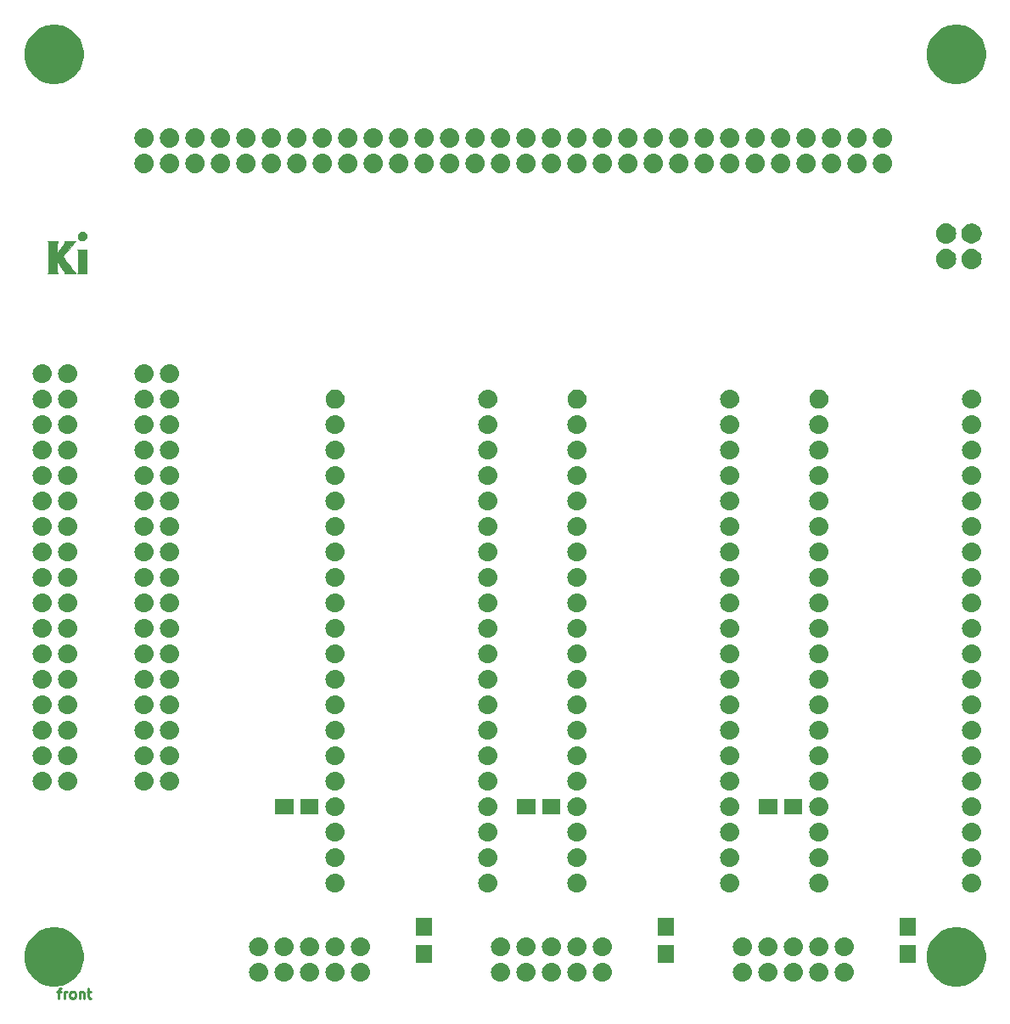
<source format=gbr>
G04 #@! TF.GenerationSoftware,KiCad,Pcbnew,(5.0.1)-4*
G04 #@! TF.CreationDate,2018-11-23T22:56:41+01:00*
G04 #@! TF.ProjectId,Flips7,466C697073372E6B696361645F706362,V1.0*
G04 #@! TF.SameCoordinates,Original*
G04 #@! TF.FileFunction,Soldermask,Top*
G04 #@! TF.FilePolarity,Negative*
%FSLAX46Y46*%
G04 Gerber Fmt 4.6, Leading zero omitted, Abs format (unit mm)*
G04 Created by KiCad (PCBNEW (5.0.1)-4) date 23.11.2018 22:56:41*
%MOMM*%
%LPD*%
G01*
G04 APERTURE LIST*
%ADD10C,0.250000*%
%ADD11C,0.010000*%
%ADD12C,0.100000*%
G04 APERTURE END LIST*
D10*
X30694523Y-123864714D02*
X31075476Y-123864714D01*
X30837380Y-124531380D02*
X30837380Y-123674238D01*
X30885000Y-123579000D01*
X30980238Y-123531380D01*
X31075476Y-123531380D01*
X31408809Y-124531380D02*
X31408809Y-123864714D01*
X31408809Y-124055190D02*
X31456428Y-123959952D01*
X31504047Y-123912333D01*
X31599285Y-123864714D01*
X31694523Y-123864714D01*
X32170714Y-124531380D02*
X32075476Y-124483761D01*
X32027857Y-124436142D01*
X31980238Y-124340904D01*
X31980238Y-124055190D01*
X32027857Y-123959952D01*
X32075476Y-123912333D01*
X32170714Y-123864714D01*
X32313571Y-123864714D01*
X32408809Y-123912333D01*
X32456428Y-123959952D01*
X32504047Y-124055190D01*
X32504047Y-124340904D01*
X32456428Y-124436142D01*
X32408809Y-124483761D01*
X32313571Y-124531380D01*
X32170714Y-124531380D01*
X32932619Y-123864714D02*
X32932619Y-124531380D01*
X32932619Y-123959952D02*
X32980238Y-123912333D01*
X33075476Y-123864714D01*
X33218333Y-123864714D01*
X33313571Y-123912333D01*
X33361190Y-124007571D01*
X33361190Y-124531380D01*
X33694523Y-123864714D02*
X34075476Y-123864714D01*
X33837380Y-123531380D02*
X33837380Y-124388523D01*
X33885000Y-124483761D01*
X33980238Y-124531380D01*
X34075476Y-124531380D01*
D11*
G04 #@! TO.C,REF\002A\002A*
G36*
X32013747Y-49028400D02*
X32559059Y-49028400D01*
X32360279Y-49229787D01*
X32030571Y-49592691D01*
X31816151Y-49866815D01*
X31737703Y-49970400D01*
X31643144Y-50090529D01*
X31543050Y-50214202D01*
X31447998Y-50328419D01*
X31368566Y-50420181D01*
X31343468Y-50447760D01*
X31262036Y-50535212D01*
X31331994Y-50626356D01*
X31467436Y-50815604D01*
X31554978Y-50955050D01*
X31609848Y-51037286D01*
X31671124Y-51116612D01*
X31676273Y-51122607D01*
X31745222Y-51205581D01*
X31825747Y-51308137D01*
X31908942Y-51418288D01*
X31985902Y-51524047D01*
X32047719Y-51613425D01*
X32083376Y-51670547D01*
X32118457Y-51723596D01*
X32176986Y-51802062D01*
X32248820Y-51893252D01*
X32323815Y-51984472D01*
X32391828Y-52063032D01*
X32428200Y-52102020D01*
X32452089Y-52128081D01*
X32494363Y-52175406D01*
X32502477Y-52184570D01*
X32564055Y-52254200D01*
X31437600Y-52254200D01*
X31437600Y-52175923D01*
X31420837Y-52099395D01*
X31373607Y-51994149D01*
X31300493Y-51868239D01*
X31206081Y-51729716D01*
X31118542Y-51615533D01*
X31047268Y-51523313D01*
X30981947Y-51432269D01*
X30934777Y-51359535D01*
X30928671Y-51348833D01*
X30888629Y-51282434D01*
X30853342Y-51234284D01*
X30844699Y-51225500D01*
X30810138Y-51186816D01*
X30769915Y-51130250D01*
X30732226Y-51082093D01*
X30701715Y-51060487D01*
X30700414Y-51060400D01*
X30691538Y-51085091D01*
X30684418Y-51156381D01*
X30679264Y-51270092D01*
X30676283Y-51422044D01*
X30675600Y-51556961D01*
X30676284Y-51736263D01*
X30678695Y-51872270D01*
X30683375Y-51972475D01*
X30690863Y-52044369D01*
X30701698Y-52095443D01*
X30716421Y-52133188D01*
X30717244Y-52134811D01*
X30752717Y-52194491D01*
X30784223Y-52232618D01*
X30787094Y-52234761D01*
X30771597Y-52240323D01*
X30712247Y-52245262D01*
X30615986Y-52249312D01*
X30489759Y-52252207D01*
X30340511Y-52253682D01*
X30288794Y-52253811D01*
X29762289Y-52254200D01*
X29791968Y-52184350D01*
X29820141Y-52125758D01*
X29842224Y-52090370D01*
X29846057Y-52061142D01*
X29849657Y-51985781D01*
X29852959Y-51868951D01*
X29855896Y-51715317D01*
X29858399Y-51529546D01*
X29860404Y-51316302D01*
X29861842Y-51080251D01*
X29862647Y-50826059D01*
X29862799Y-50654290D01*
X29862741Y-50350311D01*
X29862470Y-50092912D01*
X29861846Y-49877874D01*
X29860726Y-49700978D01*
X29858969Y-49558004D01*
X29856433Y-49444733D01*
X29852976Y-49356945D01*
X29848457Y-49290421D01*
X29842733Y-49240941D01*
X29835662Y-49204286D01*
X29827104Y-49176237D01*
X29816916Y-49152574D01*
X29811999Y-49142699D01*
X29781244Y-49080869D01*
X29763190Y-49041660D01*
X29761199Y-49035729D01*
X29785335Y-49033507D01*
X29852688Y-49031556D01*
X29955672Y-49029984D01*
X30086706Y-49028901D01*
X30238205Y-49028415D01*
X30271917Y-49028400D01*
X30445060Y-49028664D01*
X30573629Y-49029831D01*
X30663846Y-49032464D01*
X30721937Y-49037123D01*
X30754124Y-49044372D01*
X30766632Y-49054772D01*
X30765686Y-49068885D01*
X30764164Y-49072850D01*
X30730805Y-49161673D01*
X30706739Y-49250181D01*
X30690580Y-49349141D01*
X30680942Y-49469321D01*
X30676440Y-49621488D01*
X30675600Y-49761088D01*
X30675599Y-50180904D01*
X30751799Y-50107900D01*
X30799413Y-50057557D01*
X30825994Y-50020278D01*
X30828000Y-50013483D01*
X30843137Y-49987550D01*
X30882628Y-49934128D01*
X30937588Y-49864145D01*
X30999132Y-49788529D01*
X31058377Y-49718209D01*
X31106439Y-49664114D01*
X31133239Y-49638000D01*
X31155561Y-49610734D01*
X31193936Y-49554630D01*
X31221802Y-49511000D01*
X31280005Y-49423298D01*
X31342951Y-49336698D01*
X31365299Y-49308362D01*
X31410013Y-49241736D01*
X31435408Y-49180643D01*
X31437600Y-49164390D01*
X31438122Y-49120677D01*
X31443791Y-49087502D01*
X31460762Y-49063412D01*
X31495189Y-49046955D01*
X31553226Y-49036677D01*
X31641028Y-49031127D01*
X31764750Y-49028851D01*
X31930545Y-49028396D01*
X32013747Y-49028400D01*
X32013747Y-49028400D01*
G37*
X32013747Y-49028400D02*
X32559059Y-49028400D01*
X32360279Y-49229787D01*
X32030571Y-49592691D01*
X31816151Y-49866815D01*
X31737703Y-49970400D01*
X31643144Y-50090529D01*
X31543050Y-50214202D01*
X31447998Y-50328419D01*
X31368566Y-50420181D01*
X31343468Y-50447760D01*
X31262036Y-50535212D01*
X31331994Y-50626356D01*
X31467436Y-50815604D01*
X31554978Y-50955050D01*
X31609848Y-51037286D01*
X31671124Y-51116612D01*
X31676273Y-51122607D01*
X31745222Y-51205581D01*
X31825747Y-51308137D01*
X31908942Y-51418288D01*
X31985902Y-51524047D01*
X32047719Y-51613425D01*
X32083376Y-51670547D01*
X32118457Y-51723596D01*
X32176986Y-51802062D01*
X32248820Y-51893252D01*
X32323815Y-51984472D01*
X32391828Y-52063032D01*
X32428200Y-52102020D01*
X32452089Y-52128081D01*
X32494363Y-52175406D01*
X32502477Y-52184570D01*
X32564055Y-52254200D01*
X31437600Y-52254200D01*
X31437600Y-52175923D01*
X31420837Y-52099395D01*
X31373607Y-51994149D01*
X31300493Y-51868239D01*
X31206081Y-51729716D01*
X31118542Y-51615533D01*
X31047268Y-51523313D01*
X30981947Y-51432269D01*
X30934777Y-51359535D01*
X30928671Y-51348833D01*
X30888629Y-51282434D01*
X30853342Y-51234284D01*
X30844699Y-51225500D01*
X30810138Y-51186816D01*
X30769915Y-51130250D01*
X30732226Y-51082093D01*
X30701715Y-51060487D01*
X30700414Y-51060400D01*
X30691538Y-51085091D01*
X30684418Y-51156381D01*
X30679264Y-51270092D01*
X30676283Y-51422044D01*
X30675600Y-51556961D01*
X30676284Y-51736263D01*
X30678695Y-51872270D01*
X30683375Y-51972475D01*
X30690863Y-52044369D01*
X30701698Y-52095443D01*
X30716421Y-52133188D01*
X30717244Y-52134811D01*
X30752717Y-52194491D01*
X30784223Y-52232618D01*
X30787094Y-52234761D01*
X30771597Y-52240323D01*
X30712247Y-52245262D01*
X30615986Y-52249312D01*
X30489759Y-52252207D01*
X30340511Y-52253682D01*
X30288794Y-52253811D01*
X29762289Y-52254200D01*
X29791968Y-52184350D01*
X29820141Y-52125758D01*
X29842224Y-52090370D01*
X29846057Y-52061142D01*
X29849657Y-51985781D01*
X29852959Y-51868951D01*
X29855896Y-51715317D01*
X29858399Y-51529546D01*
X29860404Y-51316302D01*
X29861842Y-51080251D01*
X29862647Y-50826059D01*
X29862799Y-50654290D01*
X29862741Y-50350311D01*
X29862470Y-50092912D01*
X29861846Y-49877874D01*
X29860726Y-49700978D01*
X29858969Y-49558004D01*
X29856433Y-49444733D01*
X29852976Y-49356945D01*
X29848457Y-49290421D01*
X29842733Y-49240941D01*
X29835662Y-49204286D01*
X29827104Y-49176237D01*
X29816916Y-49152574D01*
X29811999Y-49142699D01*
X29781244Y-49080869D01*
X29763190Y-49041660D01*
X29761199Y-49035729D01*
X29785335Y-49033507D01*
X29852688Y-49031556D01*
X29955672Y-49029984D01*
X30086706Y-49028901D01*
X30238205Y-49028415D01*
X30271917Y-49028400D01*
X30445060Y-49028664D01*
X30573629Y-49029831D01*
X30663846Y-49032464D01*
X30721937Y-49037123D01*
X30754124Y-49044372D01*
X30766632Y-49054772D01*
X30765686Y-49068885D01*
X30764164Y-49072850D01*
X30730805Y-49161673D01*
X30706739Y-49250181D01*
X30690580Y-49349141D01*
X30680942Y-49469321D01*
X30676440Y-49621488D01*
X30675600Y-49761088D01*
X30675599Y-50180904D01*
X30751799Y-50107900D01*
X30799413Y-50057557D01*
X30825994Y-50020278D01*
X30828000Y-50013483D01*
X30843137Y-49987550D01*
X30882628Y-49934128D01*
X30937588Y-49864145D01*
X30999132Y-49788529D01*
X31058377Y-49718209D01*
X31106439Y-49664114D01*
X31133239Y-49638000D01*
X31155561Y-49610734D01*
X31193936Y-49554630D01*
X31221802Y-49511000D01*
X31280005Y-49423298D01*
X31342951Y-49336698D01*
X31365299Y-49308362D01*
X31410013Y-49241736D01*
X31435408Y-49180643D01*
X31437600Y-49164390D01*
X31438122Y-49120677D01*
X31443791Y-49087502D01*
X31460762Y-49063412D01*
X31495189Y-49046955D01*
X31553226Y-49036677D01*
X31641028Y-49031127D01*
X31764750Y-49028851D01*
X31930545Y-49028396D01*
X32013747Y-49028400D01*
G36*
X33596600Y-50992045D02*
X33596821Y-51263528D01*
X33597583Y-51488618D01*
X33599026Y-51671721D01*
X33601294Y-51817240D01*
X33604531Y-51929583D01*
X33608878Y-52013155D01*
X33614480Y-52072359D01*
X33621478Y-52111603D01*
X33630016Y-52135292D01*
X33633892Y-52141395D01*
X33660178Y-52178943D01*
X33670891Y-52207085D01*
X33660710Y-52227174D01*
X33624312Y-52240563D01*
X33556376Y-52248605D01*
X33451578Y-52252653D01*
X33304598Y-52254060D01*
X33190200Y-52254200D01*
X33039918Y-52253515D01*
X32908727Y-52251608D01*
X32804427Y-52248702D01*
X32734819Y-52245017D01*
X32707705Y-52240776D01*
X32707600Y-52240488D01*
X32718155Y-52211454D01*
X32744726Y-52154509D01*
X32758400Y-52127200D01*
X32771266Y-52099760D01*
X32781759Y-52069394D01*
X32790120Y-52030920D01*
X32796591Y-51979155D01*
X32801411Y-51908918D01*
X32804822Y-51815027D01*
X32807065Y-51692301D01*
X32808381Y-51535559D01*
X32809010Y-51339617D01*
X32809195Y-51099296D01*
X32809200Y-51034750D01*
X32808947Y-50777269D01*
X32808071Y-50565749D01*
X32806396Y-50395351D01*
X32803748Y-50261238D01*
X32799950Y-50158571D01*
X32794827Y-50082513D01*
X32788203Y-50028226D01*
X32779903Y-49990872D01*
X32770447Y-49966938D01*
X32731695Y-49892000D01*
X33596600Y-49892000D01*
X33596600Y-50992045D01*
X33596600Y-50992045D01*
G37*
X33596600Y-50992045D02*
X33596821Y-51263528D01*
X33597583Y-51488618D01*
X33599026Y-51671721D01*
X33601294Y-51817240D01*
X33604531Y-51929583D01*
X33608878Y-52013155D01*
X33614480Y-52072359D01*
X33621478Y-52111603D01*
X33630016Y-52135292D01*
X33633892Y-52141395D01*
X33660178Y-52178943D01*
X33670891Y-52207085D01*
X33660710Y-52227174D01*
X33624312Y-52240563D01*
X33556376Y-52248605D01*
X33451578Y-52252653D01*
X33304598Y-52254060D01*
X33190200Y-52254200D01*
X33039918Y-52253515D01*
X32908727Y-52251608D01*
X32804427Y-52248702D01*
X32734819Y-52245017D01*
X32707705Y-52240776D01*
X32707600Y-52240488D01*
X32718155Y-52211454D01*
X32744726Y-52154509D01*
X32758400Y-52127200D01*
X32771266Y-52099760D01*
X32781759Y-52069394D01*
X32790120Y-52030920D01*
X32796591Y-51979155D01*
X32801411Y-51908918D01*
X32804822Y-51815027D01*
X32807065Y-51692301D01*
X32808381Y-51535559D01*
X32809010Y-51339617D01*
X32809195Y-51099296D01*
X32809200Y-51034750D01*
X32808947Y-50777269D01*
X32808071Y-50565749D01*
X32806396Y-50395351D01*
X32803748Y-50261238D01*
X32799950Y-50158571D01*
X32794827Y-50082513D01*
X32788203Y-50028226D01*
X32779903Y-49990872D01*
X32770447Y-49966938D01*
X32731695Y-49892000D01*
X33596600Y-49892000D01*
X33596600Y-50992045D01*
G36*
X33355941Y-48125960D02*
X33473545Y-48192395D01*
X33567023Y-48295045D01*
X33610812Y-48381124D01*
X33641422Y-48519614D01*
X33632321Y-48657591D01*
X33584973Y-48779084D01*
X33572588Y-48797850D01*
X33482149Y-48885408D01*
X33363271Y-48945553D01*
X33230333Y-48975418D01*
X33097713Y-48972134D01*
X32979790Y-48932832D01*
X32959006Y-48920244D01*
X32876737Y-48841394D01*
X32808914Y-48732770D01*
X32766747Y-48615295D01*
X32758400Y-48545799D01*
X32777674Y-48436575D01*
X32828190Y-48322110D01*
X32898982Y-48223158D01*
X32954642Y-48174295D01*
X33086861Y-48113876D01*
X33223837Y-48098776D01*
X33355941Y-48125960D01*
X33355941Y-48125960D01*
G37*
X33355941Y-48125960D02*
X33473545Y-48192395D01*
X33567023Y-48295045D01*
X33610812Y-48381124D01*
X33641422Y-48519614D01*
X33632321Y-48657591D01*
X33584973Y-48779084D01*
X33572588Y-48797850D01*
X33482149Y-48885408D01*
X33363271Y-48945553D01*
X33230333Y-48975418D01*
X33097713Y-48972134D01*
X32979790Y-48932832D01*
X32959006Y-48920244D01*
X32876737Y-48841394D01*
X32808914Y-48732770D01*
X32766747Y-48615295D01*
X32758400Y-48545799D01*
X32777674Y-48436575D01*
X32828190Y-48322110D01*
X32898982Y-48223158D01*
X32954642Y-48174295D01*
X33086861Y-48113876D01*
X33223837Y-48098776D01*
X33355941Y-48125960D01*
D12*
G36*
X120975985Y-117504330D02*
X121261183Y-117561059D01*
X121798486Y-117783617D01*
X122282045Y-118106721D01*
X122693279Y-118517955D01*
X123016383Y-119001514D01*
X123238941Y-119538817D01*
X123352400Y-120109214D01*
X123352400Y-120690786D01*
X123238941Y-121261183D01*
X123016383Y-121798486D01*
X122693279Y-122282045D01*
X122282045Y-122693279D01*
X121798486Y-123016383D01*
X121261183Y-123238941D01*
X120975985Y-123295670D01*
X120690787Y-123352400D01*
X120109213Y-123352400D01*
X119824015Y-123295670D01*
X119538817Y-123238941D01*
X119001514Y-123016383D01*
X118517955Y-122693279D01*
X118106721Y-122282045D01*
X117783617Y-121798486D01*
X117561059Y-121261183D01*
X117447600Y-120690786D01*
X117447600Y-120109214D01*
X117561059Y-119538817D01*
X117783617Y-119001514D01*
X118106721Y-118517955D01*
X118517955Y-118106721D01*
X119001514Y-117783617D01*
X119538817Y-117561059D01*
X119824015Y-117504330D01*
X120109213Y-117447600D01*
X120690787Y-117447600D01*
X120975985Y-117504330D01*
X120975985Y-117504330D01*
G37*
G36*
X30975985Y-117504330D02*
X31261183Y-117561059D01*
X31798486Y-117783617D01*
X32282045Y-118106721D01*
X32693279Y-118517955D01*
X33016383Y-119001514D01*
X33238941Y-119538817D01*
X33352400Y-120109214D01*
X33352400Y-120690786D01*
X33238941Y-121261183D01*
X33016383Y-121798486D01*
X32693279Y-122282045D01*
X32282045Y-122693279D01*
X31798486Y-123016383D01*
X31261183Y-123238941D01*
X30975985Y-123295670D01*
X30690787Y-123352400D01*
X30109213Y-123352400D01*
X29824015Y-123295670D01*
X29538817Y-123238941D01*
X29001514Y-123016383D01*
X28517955Y-122693279D01*
X28106721Y-122282045D01*
X27783617Y-121798486D01*
X27561059Y-121261183D01*
X27447600Y-120690786D01*
X27447600Y-120109214D01*
X27561059Y-119538817D01*
X27783617Y-119001514D01*
X28106721Y-118517955D01*
X28517955Y-118106721D01*
X29001514Y-117783617D01*
X29538817Y-117561059D01*
X29824015Y-117504330D01*
X30109213Y-117447600D01*
X30690787Y-117447600D01*
X30975985Y-117504330D01*
X30975985Y-117504330D01*
G37*
G36*
X50986699Y-120981380D02*
X50986702Y-120981381D01*
X50986703Y-120981381D01*
X51166231Y-121035840D01*
X51166233Y-121035841D01*
X51166236Y-121035842D01*
X51331686Y-121124276D01*
X51476707Y-121243293D01*
X51595724Y-121388314D01*
X51684158Y-121553764D01*
X51738620Y-121733301D01*
X51757008Y-121920000D01*
X51738620Y-122106699D01*
X51738619Y-122106702D01*
X51738619Y-122106703D01*
X51685429Y-122282048D01*
X51684158Y-122286236D01*
X51595724Y-122451686D01*
X51476707Y-122596707D01*
X51331686Y-122715724D01*
X51166236Y-122804158D01*
X51166233Y-122804159D01*
X51166231Y-122804160D01*
X50986703Y-122858619D01*
X50986702Y-122858619D01*
X50986699Y-122858620D01*
X50846789Y-122872400D01*
X50753211Y-122872400D01*
X50613301Y-122858620D01*
X50613298Y-122858619D01*
X50613297Y-122858619D01*
X50433769Y-122804160D01*
X50433767Y-122804159D01*
X50433764Y-122804158D01*
X50268314Y-122715724D01*
X50123293Y-122596707D01*
X50004276Y-122451686D01*
X49915842Y-122286236D01*
X49914572Y-122282048D01*
X49861381Y-122106703D01*
X49861381Y-122106702D01*
X49861380Y-122106699D01*
X49842992Y-121920000D01*
X49861380Y-121733301D01*
X49915842Y-121553764D01*
X50004276Y-121388314D01*
X50123293Y-121243293D01*
X50268314Y-121124276D01*
X50433764Y-121035842D01*
X50433767Y-121035841D01*
X50433769Y-121035840D01*
X50613297Y-120981381D01*
X50613298Y-120981381D01*
X50613301Y-120981380D01*
X50753211Y-120967600D01*
X50846789Y-120967600D01*
X50986699Y-120981380D01*
X50986699Y-120981380D01*
G37*
G36*
X109406699Y-120981380D02*
X109406702Y-120981381D01*
X109406703Y-120981381D01*
X109586231Y-121035840D01*
X109586233Y-121035841D01*
X109586236Y-121035842D01*
X109751686Y-121124276D01*
X109896707Y-121243293D01*
X110015724Y-121388314D01*
X110104158Y-121553764D01*
X110158620Y-121733301D01*
X110177008Y-121920000D01*
X110158620Y-122106699D01*
X110158619Y-122106702D01*
X110158619Y-122106703D01*
X110105429Y-122282048D01*
X110104158Y-122286236D01*
X110015724Y-122451686D01*
X109896707Y-122596707D01*
X109751686Y-122715724D01*
X109586236Y-122804158D01*
X109586233Y-122804159D01*
X109586231Y-122804160D01*
X109406703Y-122858619D01*
X109406702Y-122858619D01*
X109406699Y-122858620D01*
X109266789Y-122872400D01*
X109173211Y-122872400D01*
X109033301Y-122858620D01*
X109033298Y-122858619D01*
X109033297Y-122858619D01*
X108853769Y-122804160D01*
X108853767Y-122804159D01*
X108853764Y-122804158D01*
X108688314Y-122715724D01*
X108543293Y-122596707D01*
X108424276Y-122451686D01*
X108335842Y-122286236D01*
X108334572Y-122282048D01*
X108281381Y-122106703D01*
X108281381Y-122106702D01*
X108281380Y-122106699D01*
X108262992Y-121920000D01*
X108281380Y-121733301D01*
X108335842Y-121553764D01*
X108424276Y-121388314D01*
X108543293Y-121243293D01*
X108688314Y-121124276D01*
X108853764Y-121035842D01*
X108853767Y-121035841D01*
X108853769Y-121035840D01*
X109033297Y-120981381D01*
X109033298Y-120981381D01*
X109033301Y-120981380D01*
X109173211Y-120967600D01*
X109266789Y-120967600D01*
X109406699Y-120981380D01*
X109406699Y-120981380D01*
G37*
G36*
X101786699Y-120981380D02*
X101786702Y-120981381D01*
X101786703Y-120981381D01*
X101966231Y-121035840D01*
X101966233Y-121035841D01*
X101966236Y-121035842D01*
X102131686Y-121124276D01*
X102276707Y-121243293D01*
X102395724Y-121388314D01*
X102484158Y-121553764D01*
X102538620Y-121733301D01*
X102557008Y-121920000D01*
X102538620Y-122106699D01*
X102538619Y-122106702D01*
X102538619Y-122106703D01*
X102485429Y-122282048D01*
X102484158Y-122286236D01*
X102395724Y-122451686D01*
X102276707Y-122596707D01*
X102131686Y-122715724D01*
X101966236Y-122804158D01*
X101966233Y-122804159D01*
X101966231Y-122804160D01*
X101786703Y-122858619D01*
X101786702Y-122858619D01*
X101786699Y-122858620D01*
X101646789Y-122872400D01*
X101553211Y-122872400D01*
X101413301Y-122858620D01*
X101413298Y-122858619D01*
X101413297Y-122858619D01*
X101233769Y-122804160D01*
X101233767Y-122804159D01*
X101233764Y-122804158D01*
X101068314Y-122715724D01*
X100923293Y-122596707D01*
X100804276Y-122451686D01*
X100715842Y-122286236D01*
X100714572Y-122282048D01*
X100661381Y-122106703D01*
X100661381Y-122106702D01*
X100661380Y-122106699D01*
X100642992Y-121920000D01*
X100661380Y-121733301D01*
X100715842Y-121553764D01*
X100804276Y-121388314D01*
X100923293Y-121243293D01*
X101068314Y-121124276D01*
X101233764Y-121035842D01*
X101233767Y-121035841D01*
X101233769Y-121035840D01*
X101413297Y-120981381D01*
X101413298Y-120981381D01*
X101413301Y-120981380D01*
X101553211Y-120967600D01*
X101646789Y-120967600D01*
X101786699Y-120981380D01*
X101786699Y-120981380D01*
G37*
G36*
X99246699Y-120981380D02*
X99246702Y-120981381D01*
X99246703Y-120981381D01*
X99426231Y-121035840D01*
X99426233Y-121035841D01*
X99426236Y-121035842D01*
X99591686Y-121124276D01*
X99736707Y-121243293D01*
X99855724Y-121388314D01*
X99944158Y-121553764D01*
X99998620Y-121733301D01*
X100017008Y-121920000D01*
X99998620Y-122106699D01*
X99998619Y-122106702D01*
X99998619Y-122106703D01*
X99945429Y-122282048D01*
X99944158Y-122286236D01*
X99855724Y-122451686D01*
X99736707Y-122596707D01*
X99591686Y-122715724D01*
X99426236Y-122804158D01*
X99426233Y-122804159D01*
X99426231Y-122804160D01*
X99246703Y-122858619D01*
X99246702Y-122858619D01*
X99246699Y-122858620D01*
X99106789Y-122872400D01*
X99013211Y-122872400D01*
X98873301Y-122858620D01*
X98873298Y-122858619D01*
X98873297Y-122858619D01*
X98693769Y-122804160D01*
X98693767Y-122804159D01*
X98693764Y-122804158D01*
X98528314Y-122715724D01*
X98383293Y-122596707D01*
X98264276Y-122451686D01*
X98175842Y-122286236D01*
X98174572Y-122282048D01*
X98121381Y-122106703D01*
X98121381Y-122106702D01*
X98121380Y-122106699D01*
X98102992Y-121920000D01*
X98121380Y-121733301D01*
X98175842Y-121553764D01*
X98264276Y-121388314D01*
X98383293Y-121243293D01*
X98528314Y-121124276D01*
X98693764Y-121035842D01*
X98693767Y-121035841D01*
X98693769Y-121035840D01*
X98873297Y-120981381D01*
X98873298Y-120981381D01*
X98873301Y-120981380D01*
X99013211Y-120967600D01*
X99106789Y-120967600D01*
X99246699Y-120981380D01*
X99246699Y-120981380D01*
G37*
G36*
X61146699Y-120981380D02*
X61146702Y-120981381D01*
X61146703Y-120981381D01*
X61326231Y-121035840D01*
X61326233Y-121035841D01*
X61326236Y-121035842D01*
X61491686Y-121124276D01*
X61636707Y-121243293D01*
X61755724Y-121388314D01*
X61844158Y-121553764D01*
X61898620Y-121733301D01*
X61917008Y-121920000D01*
X61898620Y-122106699D01*
X61898619Y-122106702D01*
X61898619Y-122106703D01*
X61845429Y-122282048D01*
X61844158Y-122286236D01*
X61755724Y-122451686D01*
X61636707Y-122596707D01*
X61491686Y-122715724D01*
X61326236Y-122804158D01*
X61326233Y-122804159D01*
X61326231Y-122804160D01*
X61146703Y-122858619D01*
X61146702Y-122858619D01*
X61146699Y-122858620D01*
X61006789Y-122872400D01*
X60913211Y-122872400D01*
X60773301Y-122858620D01*
X60773298Y-122858619D01*
X60773297Y-122858619D01*
X60593769Y-122804160D01*
X60593767Y-122804159D01*
X60593764Y-122804158D01*
X60428314Y-122715724D01*
X60283293Y-122596707D01*
X60164276Y-122451686D01*
X60075842Y-122286236D01*
X60074572Y-122282048D01*
X60021381Y-122106703D01*
X60021381Y-122106702D01*
X60021380Y-122106699D01*
X60002992Y-121920000D01*
X60021380Y-121733301D01*
X60075842Y-121553764D01*
X60164276Y-121388314D01*
X60283293Y-121243293D01*
X60428314Y-121124276D01*
X60593764Y-121035842D01*
X60593767Y-121035841D01*
X60593769Y-121035840D01*
X60773297Y-120981381D01*
X60773298Y-120981381D01*
X60773301Y-120981380D01*
X60913211Y-120967600D01*
X61006789Y-120967600D01*
X61146699Y-120981380D01*
X61146699Y-120981380D01*
G37*
G36*
X58606699Y-120981380D02*
X58606702Y-120981381D01*
X58606703Y-120981381D01*
X58786231Y-121035840D01*
X58786233Y-121035841D01*
X58786236Y-121035842D01*
X58951686Y-121124276D01*
X59096707Y-121243293D01*
X59215724Y-121388314D01*
X59304158Y-121553764D01*
X59358620Y-121733301D01*
X59377008Y-121920000D01*
X59358620Y-122106699D01*
X59358619Y-122106702D01*
X59358619Y-122106703D01*
X59305429Y-122282048D01*
X59304158Y-122286236D01*
X59215724Y-122451686D01*
X59096707Y-122596707D01*
X58951686Y-122715724D01*
X58786236Y-122804158D01*
X58786233Y-122804159D01*
X58786231Y-122804160D01*
X58606703Y-122858619D01*
X58606702Y-122858619D01*
X58606699Y-122858620D01*
X58466789Y-122872400D01*
X58373211Y-122872400D01*
X58233301Y-122858620D01*
X58233298Y-122858619D01*
X58233297Y-122858619D01*
X58053769Y-122804160D01*
X58053767Y-122804159D01*
X58053764Y-122804158D01*
X57888314Y-122715724D01*
X57743293Y-122596707D01*
X57624276Y-122451686D01*
X57535842Y-122286236D01*
X57534572Y-122282048D01*
X57481381Y-122106703D01*
X57481381Y-122106702D01*
X57481380Y-122106699D01*
X57462992Y-121920000D01*
X57481380Y-121733301D01*
X57535842Y-121553764D01*
X57624276Y-121388314D01*
X57743293Y-121243293D01*
X57888314Y-121124276D01*
X58053764Y-121035842D01*
X58053767Y-121035841D01*
X58053769Y-121035840D01*
X58233297Y-120981381D01*
X58233298Y-120981381D01*
X58233301Y-120981380D01*
X58373211Y-120967600D01*
X58466789Y-120967600D01*
X58606699Y-120981380D01*
X58606699Y-120981380D01*
G37*
G36*
X56066699Y-120981380D02*
X56066702Y-120981381D01*
X56066703Y-120981381D01*
X56246231Y-121035840D01*
X56246233Y-121035841D01*
X56246236Y-121035842D01*
X56411686Y-121124276D01*
X56556707Y-121243293D01*
X56675724Y-121388314D01*
X56764158Y-121553764D01*
X56818620Y-121733301D01*
X56837008Y-121920000D01*
X56818620Y-122106699D01*
X56818619Y-122106702D01*
X56818619Y-122106703D01*
X56765429Y-122282048D01*
X56764158Y-122286236D01*
X56675724Y-122451686D01*
X56556707Y-122596707D01*
X56411686Y-122715724D01*
X56246236Y-122804158D01*
X56246233Y-122804159D01*
X56246231Y-122804160D01*
X56066703Y-122858619D01*
X56066702Y-122858619D01*
X56066699Y-122858620D01*
X55926789Y-122872400D01*
X55833211Y-122872400D01*
X55693301Y-122858620D01*
X55693298Y-122858619D01*
X55693297Y-122858619D01*
X55513769Y-122804160D01*
X55513767Y-122804159D01*
X55513764Y-122804158D01*
X55348314Y-122715724D01*
X55203293Y-122596707D01*
X55084276Y-122451686D01*
X54995842Y-122286236D01*
X54994572Y-122282048D01*
X54941381Y-122106703D01*
X54941381Y-122106702D01*
X54941380Y-122106699D01*
X54922992Y-121920000D01*
X54941380Y-121733301D01*
X54995842Y-121553764D01*
X55084276Y-121388314D01*
X55203293Y-121243293D01*
X55348314Y-121124276D01*
X55513764Y-121035842D01*
X55513767Y-121035841D01*
X55513769Y-121035840D01*
X55693297Y-120981381D01*
X55693298Y-120981381D01*
X55693301Y-120981380D01*
X55833211Y-120967600D01*
X55926789Y-120967600D01*
X56066699Y-120981380D01*
X56066699Y-120981380D01*
G37*
G36*
X53526699Y-120981380D02*
X53526702Y-120981381D01*
X53526703Y-120981381D01*
X53706231Y-121035840D01*
X53706233Y-121035841D01*
X53706236Y-121035842D01*
X53871686Y-121124276D01*
X54016707Y-121243293D01*
X54135724Y-121388314D01*
X54224158Y-121553764D01*
X54278620Y-121733301D01*
X54297008Y-121920000D01*
X54278620Y-122106699D01*
X54278619Y-122106702D01*
X54278619Y-122106703D01*
X54225429Y-122282048D01*
X54224158Y-122286236D01*
X54135724Y-122451686D01*
X54016707Y-122596707D01*
X53871686Y-122715724D01*
X53706236Y-122804158D01*
X53706233Y-122804159D01*
X53706231Y-122804160D01*
X53526703Y-122858619D01*
X53526702Y-122858619D01*
X53526699Y-122858620D01*
X53386789Y-122872400D01*
X53293211Y-122872400D01*
X53153301Y-122858620D01*
X53153298Y-122858619D01*
X53153297Y-122858619D01*
X52973769Y-122804160D01*
X52973767Y-122804159D01*
X52973764Y-122804158D01*
X52808314Y-122715724D01*
X52663293Y-122596707D01*
X52544276Y-122451686D01*
X52455842Y-122286236D01*
X52454572Y-122282048D01*
X52401381Y-122106703D01*
X52401381Y-122106702D01*
X52401380Y-122106699D01*
X52382992Y-121920000D01*
X52401380Y-121733301D01*
X52455842Y-121553764D01*
X52544276Y-121388314D01*
X52663293Y-121243293D01*
X52808314Y-121124276D01*
X52973764Y-121035842D01*
X52973767Y-121035841D01*
X52973769Y-121035840D01*
X53153297Y-120981381D01*
X53153298Y-120981381D01*
X53153301Y-120981380D01*
X53293211Y-120967600D01*
X53386789Y-120967600D01*
X53526699Y-120981380D01*
X53526699Y-120981380D01*
G37*
G36*
X75116699Y-120981380D02*
X75116702Y-120981381D01*
X75116703Y-120981381D01*
X75296231Y-121035840D01*
X75296233Y-121035841D01*
X75296236Y-121035842D01*
X75461686Y-121124276D01*
X75606707Y-121243293D01*
X75725724Y-121388314D01*
X75814158Y-121553764D01*
X75868620Y-121733301D01*
X75887008Y-121920000D01*
X75868620Y-122106699D01*
X75868619Y-122106702D01*
X75868619Y-122106703D01*
X75815429Y-122282048D01*
X75814158Y-122286236D01*
X75725724Y-122451686D01*
X75606707Y-122596707D01*
X75461686Y-122715724D01*
X75296236Y-122804158D01*
X75296233Y-122804159D01*
X75296231Y-122804160D01*
X75116703Y-122858619D01*
X75116702Y-122858619D01*
X75116699Y-122858620D01*
X74976789Y-122872400D01*
X74883211Y-122872400D01*
X74743301Y-122858620D01*
X74743298Y-122858619D01*
X74743297Y-122858619D01*
X74563769Y-122804160D01*
X74563767Y-122804159D01*
X74563764Y-122804158D01*
X74398314Y-122715724D01*
X74253293Y-122596707D01*
X74134276Y-122451686D01*
X74045842Y-122286236D01*
X74044572Y-122282048D01*
X73991381Y-122106703D01*
X73991381Y-122106702D01*
X73991380Y-122106699D01*
X73972992Y-121920000D01*
X73991380Y-121733301D01*
X74045842Y-121553764D01*
X74134276Y-121388314D01*
X74253293Y-121243293D01*
X74398314Y-121124276D01*
X74563764Y-121035842D01*
X74563767Y-121035841D01*
X74563769Y-121035840D01*
X74743297Y-120981381D01*
X74743298Y-120981381D01*
X74743301Y-120981380D01*
X74883211Y-120967600D01*
X74976789Y-120967600D01*
X75116699Y-120981380D01*
X75116699Y-120981380D01*
G37*
G36*
X77656699Y-120981380D02*
X77656702Y-120981381D01*
X77656703Y-120981381D01*
X77836231Y-121035840D01*
X77836233Y-121035841D01*
X77836236Y-121035842D01*
X78001686Y-121124276D01*
X78146707Y-121243293D01*
X78265724Y-121388314D01*
X78354158Y-121553764D01*
X78408620Y-121733301D01*
X78427008Y-121920000D01*
X78408620Y-122106699D01*
X78408619Y-122106702D01*
X78408619Y-122106703D01*
X78355429Y-122282048D01*
X78354158Y-122286236D01*
X78265724Y-122451686D01*
X78146707Y-122596707D01*
X78001686Y-122715724D01*
X77836236Y-122804158D01*
X77836233Y-122804159D01*
X77836231Y-122804160D01*
X77656703Y-122858619D01*
X77656702Y-122858619D01*
X77656699Y-122858620D01*
X77516789Y-122872400D01*
X77423211Y-122872400D01*
X77283301Y-122858620D01*
X77283298Y-122858619D01*
X77283297Y-122858619D01*
X77103769Y-122804160D01*
X77103767Y-122804159D01*
X77103764Y-122804158D01*
X76938314Y-122715724D01*
X76793293Y-122596707D01*
X76674276Y-122451686D01*
X76585842Y-122286236D01*
X76584572Y-122282048D01*
X76531381Y-122106703D01*
X76531381Y-122106702D01*
X76531380Y-122106699D01*
X76512992Y-121920000D01*
X76531380Y-121733301D01*
X76585842Y-121553764D01*
X76674276Y-121388314D01*
X76793293Y-121243293D01*
X76938314Y-121124276D01*
X77103764Y-121035842D01*
X77103767Y-121035841D01*
X77103769Y-121035840D01*
X77283297Y-120981381D01*
X77283298Y-120981381D01*
X77283301Y-120981380D01*
X77423211Y-120967600D01*
X77516789Y-120967600D01*
X77656699Y-120981380D01*
X77656699Y-120981380D01*
G37*
G36*
X80196699Y-120981380D02*
X80196702Y-120981381D01*
X80196703Y-120981381D01*
X80376231Y-121035840D01*
X80376233Y-121035841D01*
X80376236Y-121035842D01*
X80541686Y-121124276D01*
X80686707Y-121243293D01*
X80805724Y-121388314D01*
X80894158Y-121553764D01*
X80948620Y-121733301D01*
X80967008Y-121920000D01*
X80948620Y-122106699D01*
X80948619Y-122106702D01*
X80948619Y-122106703D01*
X80895429Y-122282048D01*
X80894158Y-122286236D01*
X80805724Y-122451686D01*
X80686707Y-122596707D01*
X80541686Y-122715724D01*
X80376236Y-122804158D01*
X80376233Y-122804159D01*
X80376231Y-122804160D01*
X80196703Y-122858619D01*
X80196702Y-122858619D01*
X80196699Y-122858620D01*
X80056789Y-122872400D01*
X79963211Y-122872400D01*
X79823301Y-122858620D01*
X79823298Y-122858619D01*
X79823297Y-122858619D01*
X79643769Y-122804160D01*
X79643767Y-122804159D01*
X79643764Y-122804158D01*
X79478314Y-122715724D01*
X79333293Y-122596707D01*
X79214276Y-122451686D01*
X79125842Y-122286236D01*
X79124572Y-122282048D01*
X79071381Y-122106703D01*
X79071381Y-122106702D01*
X79071380Y-122106699D01*
X79052992Y-121920000D01*
X79071380Y-121733301D01*
X79125842Y-121553764D01*
X79214276Y-121388314D01*
X79333293Y-121243293D01*
X79478314Y-121124276D01*
X79643764Y-121035842D01*
X79643767Y-121035841D01*
X79643769Y-121035840D01*
X79823297Y-120981381D01*
X79823298Y-120981381D01*
X79823301Y-120981380D01*
X79963211Y-120967600D01*
X80056789Y-120967600D01*
X80196699Y-120981380D01*
X80196699Y-120981380D01*
G37*
G36*
X82736699Y-120981380D02*
X82736702Y-120981381D01*
X82736703Y-120981381D01*
X82916231Y-121035840D01*
X82916233Y-121035841D01*
X82916236Y-121035842D01*
X83081686Y-121124276D01*
X83226707Y-121243293D01*
X83345724Y-121388314D01*
X83434158Y-121553764D01*
X83488620Y-121733301D01*
X83507008Y-121920000D01*
X83488620Y-122106699D01*
X83488619Y-122106702D01*
X83488619Y-122106703D01*
X83435429Y-122282048D01*
X83434158Y-122286236D01*
X83345724Y-122451686D01*
X83226707Y-122596707D01*
X83081686Y-122715724D01*
X82916236Y-122804158D01*
X82916233Y-122804159D01*
X82916231Y-122804160D01*
X82736703Y-122858619D01*
X82736702Y-122858619D01*
X82736699Y-122858620D01*
X82596789Y-122872400D01*
X82503211Y-122872400D01*
X82363301Y-122858620D01*
X82363298Y-122858619D01*
X82363297Y-122858619D01*
X82183769Y-122804160D01*
X82183767Y-122804159D01*
X82183764Y-122804158D01*
X82018314Y-122715724D01*
X81873293Y-122596707D01*
X81754276Y-122451686D01*
X81665842Y-122286236D01*
X81664572Y-122282048D01*
X81611381Y-122106703D01*
X81611381Y-122106702D01*
X81611380Y-122106699D01*
X81592992Y-121920000D01*
X81611380Y-121733301D01*
X81665842Y-121553764D01*
X81754276Y-121388314D01*
X81873293Y-121243293D01*
X82018314Y-121124276D01*
X82183764Y-121035842D01*
X82183767Y-121035841D01*
X82183769Y-121035840D01*
X82363297Y-120981381D01*
X82363298Y-120981381D01*
X82363301Y-120981380D01*
X82503211Y-120967600D01*
X82596789Y-120967600D01*
X82736699Y-120981380D01*
X82736699Y-120981380D01*
G37*
G36*
X85276699Y-120981380D02*
X85276702Y-120981381D01*
X85276703Y-120981381D01*
X85456231Y-121035840D01*
X85456233Y-121035841D01*
X85456236Y-121035842D01*
X85621686Y-121124276D01*
X85766707Y-121243293D01*
X85885724Y-121388314D01*
X85974158Y-121553764D01*
X86028620Y-121733301D01*
X86047008Y-121920000D01*
X86028620Y-122106699D01*
X86028619Y-122106702D01*
X86028619Y-122106703D01*
X85975429Y-122282048D01*
X85974158Y-122286236D01*
X85885724Y-122451686D01*
X85766707Y-122596707D01*
X85621686Y-122715724D01*
X85456236Y-122804158D01*
X85456233Y-122804159D01*
X85456231Y-122804160D01*
X85276703Y-122858619D01*
X85276702Y-122858619D01*
X85276699Y-122858620D01*
X85136789Y-122872400D01*
X85043211Y-122872400D01*
X84903301Y-122858620D01*
X84903298Y-122858619D01*
X84903297Y-122858619D01*
X84723769Y-122804160D01*
X84723767Y-122804159D01*
X84723764Y-122804158D01*
X84558314Y-122715724D01*
X84413293Y-122596707D01*
X84294276Y-122451686D01*
X84205842Y-122286236D01*
X84204572Y-122282048D01*
X84151381Y-122106703D01*
X84151381Y-122106702D01*
X84151380Y-122106699D01*
X84132992Y-121920000D01*
X84151380Y-121733301D01*
X84205842Y-121553764D01*
X84294276Y-121388314D01*
X84413293Y-121243293D01*
X84558314Y-121124276D01*
X84723764Y-121035842D01*
X84723767Y-121035841D01*
X84723769Y-121035840D01*
X84903297Y-120981381D01*
X84903298Y-120981381D01*
X84903301Y-120981380D01*
X85043211Y-120967600D01*
X85136789Y-120967600D01*
X85276699Y-120981380D01*
X85276699Y-120981380D01*
G37*
G36*
X106866699Y-120981380D02*
X106866702Y-120981381D01*
X106866703Y-120981381D01*
X107046231Y-121035840D01*
X107046233Y-121035841D01*
X107046236Y-121035842D01*
X107211686Y-121124276D01*
X107356707Y-121243293D01*
X107475724Y-121388314D01*
X107564158Y-121553764D01*
X107618620Y-121733301D01*
X107637008Y-121920000D01*
X107618620Y-122106699D01*
X107618619Y-122106702D01*
X107618619Y-122106703D01*
X107565429Y-122282048D01*
X107564158Y-122286236D01*
X107475724Y-122451686D01*
X107356707Y-122596707D01*
X107211686Y-122715724D01*
X107046236Y-122804158D01*
X107046233Y-122804159D01*
X107046231Y-122804160D01*
X106866703Y-122858619D01*
X106866702Y-122858619D01*
X106866699Y-122858620D01*
X106726789Y-122872400D01*
X106633211Y-122872400D01*
X106493301Y-122858620D01*
X106493298Y-122858619D01*
X106493297Y-122858619D01*
X106313769Y-122804160D01*
X106313767Y-122804159D01*
X106313764Y-122804158D01*
X106148314Y-122715724D01*
X106003293Y-122596707D01*
X105884276Y-122451686D01*
X105795842Y-122286236D01*
X105794572Y-122282048D01*
X105741381Y-122106703D01*
X105741381Y-122106702D01*
X105741380Y-122106699D01*
X105722992Y-121920000D01*
X105741380Y-121733301D01*
X105795842Y-121553764D01*
X105884276Y-121388314D01*
X106003293Y-121243293D01*
X106148314Y-121124276D01*
X106313764Y-121035842D01*
X106313767Y-121035841D01*
X106313769Y-121035840D01*
X106493297Y-120981381D01*
X106493298Y-120981381D01*
X106493301Y-120981380D01*
X106633211Y-120967600D01*
X106726789Y-120967600D01*
X106866699Y-120981380D01*
X106866699Y-120981380D01*
G37*
G36*
X104326699Y-120981380D02*
X104326702Y-120981381D01*
X104326703Y-120981381D01*
X104506231Y-121035840D01*
X104506233Y-121035841D01*
X104506236Y-121035842D01*
X104671686Y-121124276D01*
X104816707Y-121243293D01*
X104935724Y-121388314D01*
X105024158Y-121553764D01*
X105078620Y-121733301D01*
X105097008Y-121920000D01*
X105078620Y-122106699D01*
X105078619Y-122106702D01*
X105078619Y-122106703D01*
X105025429Y-122282048D01*
X105024158Y-122286236D01*
X104935724Y-122451686D01*
X104816707Y-122596707D01*
X104671686Y-122715724D01*
X104506236Y-122804158D01*
X104506233Y-122804159D01*
X104506231Y-122804160D01*
X104326703Y-122858619D01*
X104326702Y-122858619D01*
X104326699Y-122858620D01*
X104186789Y-122872400D01*
X104093211Y-122872400D01*
X103953301Y-122858620D01*
X103953298Y-122858619D01*
X103953297Y-122858619D01*
X103773769Y-122804160D01*
X103773767Y-122804159D01*
X103773764Y-122804158D01*
X103608314Y-122715724D01*
X103463293Y-122596707D01*
X103344276Y-122451686D01*
X103255842Y-122286236D01*
X103254572Y-122282048D01*
X103201381Y-122106703D01*
X103201381Y-122106702D01*
X103201380Y-122106699D01*
X103182992Y-121920000D01*
X103201380Y-121733301D01*
X103255842Y-121553764D01*
X103344276Y-121388314D01*
X103463293Y-121243293D01*
X103608314Y-121124276D01*
X103773764Y-121035842D01*
X103773767Y-121035841D01*
X103773769Y-121035840D01*
X103953297Y-120981381D01*
X103953298Y-120981381D01*
X103953301Y-120981380D01*
X104093211Y-120967600D01*
X104186789Y-120967600D01*
X104326699Y-120981380D01*
X104326699Y-120981380D01*
G37*
G36*
X92242400Y-120997400D02*
X90637600Y-120997400D01*
X90637600Y-119192600D01*
X92242400Y-119192600D01*
X92242400Y-120997400D01*
X92242400Y-120997400D01*
G37*
G36*
X116372400Y-120997400D02*
X114767600Y-120997400D01*
X114767600Y-119192600D01*
X116372400Y-119192600D01*
X116372400Y-120997400D01*
X116372400Y-120997400D01*
G37*
G36*
X68112400Y-120997400D02*
X66507600Y-120997400D01*
X66507600Y-119192600D01*
X68112400Y-119192600D01*
X68112400Y-120997400D01*
X68112400Y-120997400D01*
G37*
G36*
X85276699Y-118441380D02*
X85276702Y-118441381D01*
X85276703Y-118441381D01*
X85456231Y-118495840D01*
X85456233Y-118495841D01*
X85456236Y-118495842D01*
X85621686Y-118584276D01*
X85766707Y-118703293D01*
X85885724Y-118848314D01*
X85974158Y-119013764D01*
X85974159Y-119013767D01*
X85974160Y-119013769D01*
X86028619Y-119193297D01*
X86028620Y-119193301D01*
X86047008Y-119380000D01*
X86028620Y-119566699D01*
X85974158Y-119746236D01*
X85885724Y-119911686D01*
X85766707Y-120056707D01*
X85621686Y-120175724D01*
X85456236Y-120264158D01*
X85456233Y-120264159D01*
X85456231Y-120264160D01*
X85276703Y-120318619D01*
X85276702Y-120318619D01*
X85276699Y-120318620D01*
X85136789Y-120332400D01*
X85043211Y-120332400D01*
X84903301Y-120318620D01*
X84903298Y-120318619D01*
X84903297Y-120318619D01*
X84723769Y-120264160D01*
X84723767Y-120264159D01*
X84723764Y-120264158D01*
X84558314Y-120175724D01*
X84413293Y-120056707D01*
X84294276Y-119911686D01*
X84205842Y-119746236D01*
X84151380Y-119566699D01*
X84132992Y-119380000D01*
X84151380Y-119193301D01*
X84151381Y-119193297D01*
X84205840Y-119013769D01*
X84205841Y-119013767D01*
X84205842Y-119013764D01*
X84294276Y-118848314D01*
X84413293Y-118703293D01*
X84558314Y-118584276D01*
X84723764Y-118495842D01*
X84723767Y-118495841D01*
X84723769Y-118495840D01*
X84903297Y-118441381D01*
X84903298Y-118441381D01*
X84903301Y-118441380D01*
X85043211Y-118427600D01*
X85136789Y-118427600D01*
X85276699Y-118441380D01*
X85276699Y-118441380D01*
G37*
G36*
X75116699Y-118441380D02*
X75116702Y-118441381D01*
X75116703Y-118441381D01*
X75296231Y-118495840D01*
X75296233Y-118495841D01*
X75296236Y-118495842D01*
X75461686Y-118584276D01*
X75606707Y-118703293D01*
X75725724Y-118848314D01*
X75814158Y-119013764D01*
X75814159Y-119013767D01*
X75814160Y-119013769D01*
X75868619Y-119193297D01*
X75868620Y-119193301D01*
X75887008Y-119380000D01*
X75868620Y-119566699D01*
X75814158Y-119746236D01*
X75725724Y-119911686D01*
X75606707Y-120056707D01*
X75461686Y-120175724D01*
X75296236Y-120264158D01*
X75296233Y-120264159D01*
X75296231Y-120264160D01*
X75116703Y-120318619D01*
X75116702Y-120318619D01*
X75116699Y-120318620D01*
X74976789Y-120332400D01*
X74883211Y-120332400D01*
X74743301Y-120318620D01*
X74743298Y-120318619D01*
X74743297Y-120318619D01*
X74563769Y-120264160D01*
X74563767Y-120264159D01*
X74563764Y-120264158D01*
X74398314Y-120175724D01*
X74253293Y-120056707D01*
X74134276Y-119911686D01*
X74045842Y-119746236D01*
X73991380Y-119566699D01*
X73972992Y-119380000D01*
X73991380Y-119193301D01*
X73991381Y-119193297D01*
X74045840Y-119013769D01*
X74045841Y-119013767D01*
X74045842Y-119013764D01*
X74134276Y-118848314D01*
X74253293Y-118703293D01*
X74398314Y-118584276D01*
X74563764Y-118495842D01*
X74563767Y-118495841D01*
X74563769Y-118495840D01*
X74743297Y-118441381D01*
X74743298Y-118441381D01*
X74743301Y-118441380D01*
X74883211Y-118427600D01*
X74976789Y-118427600D01*
X75116699Y-118441380D01*
X75116699Y-118441380D01*
G37*
G36*
X77656699Y-118441380D02*
X77656702Y-118441381D01*
X77656703Y-118441381D01*
X77836231Y-118495840D01*
X77836233Y-118495841D01*
X77836236Y-118495842D01*
X78001686Y-118584276D01*
X78146707Y-118703293D01*
X78265724Y-118848314D01*
X78354158Y-119013764D01*
X78354159Y-119013767D01*
X78354160Y-119013769D01*
X78408619Y-119193297D01*
X78408620Y-119193301D01*
X78427008Y-119380000D01*
X78408620Y-119566699D01*
X78354158Y-119746236D01*
X78265724Y-119911686D01*
X78146707Y-120056707D01*
X78001686Y-120175724D01*
X77836236Y-120264158D01*
X77836233Y-120264159D01*
X77836231Y-120264160D01*
X77656703Y-120318619D01*
X77656702Y-120318619D01*
X77656699Y-120318620D01*
X77516789Y-120332400D01*
X77423211Y-120332400D01*
X77283301Y-120318620D01*
X77283298Y-120318619D01*
X77283297Y-120318619D01*
X77103769Y-120264160D01*
X77103767Y-120264159D01*
X77103764Y-120264158D01*
X76938314Y-120175724D01*
X76793293Y-120056707D01*
X76674276Y-119911686D01*
X76585842Y-119746236D01*
X76531380Y-119566699D01*
X76512992Y-119380000D01*
X76531380Y-119193301D01*
X76531381Y-119193297D01*
X76585840Y-119013769D01*
X76585841Y-119013767D01*
X76585842Y-119013764D01*
X76674276Y-118848314D01*
X76793293Y-118703293D01*
X76938314Y-118584276D01*
X77103764Y-118495842D01*
X77103767Y-118495841D01*
X77103769Y-118495840D01*
X77283297Y-118441381D01*
X77283298Y-118441381D01*
X77283301Y-118441380D01*
X77423211Y-118427600D01*
X77516789Y-118427600D01*
X77656699Y-118441380D01*
X77656699Y-118441380D01*
G37*
G36*
X80196699Y-118441380D02*
X80196702Y-118441381D01*
X80196703Y-118441381D01*
X80376231Y-118495840D01*
X80376233Y-118495841D01*
X80376236Y-118495842D01*
X80541686Y-118584276D01*
X80686707Y-118703293D01*
X80805724Y-118848314D01*
X80894158Y-119013764D01*
X80894159Y-119013767D01*
X80894160Y-119013769D01*
X80948619Y-119193297D01*
X80948620Y-119193301D01*
X80967008Y-119380000D01*
X80948620Y-119566699D01*
X80894158Y-119746236D01*
X80805724Y-119911686D01*
X80686707Y-120056707D01*
X80541686Y-120175724D01*
X80376236Y-120264158D01*
X80376233Y-120264159D01*
X80376231Y-120264160D01*
X80196703Y-120318619D01*
X80196702Y-120318619D01*
X80196699Y-120318620D01*
X80056789Y-120332400D01*
X79963211Y-120332400D01*
X79823301Y-120318620D01*
X79823298Y-120318619D01*
X79823297Y-120318619D01*
X79643769Y-120264160D01*
X79643767Y-120264159D01*
X79643764Y-120264158D01*
X79478314Y-120175724D01*
X79333293Y-120056707D01*
X79214276Y-119911686D01*
X79125842Y-119746236D01*
X79071380Y-119566699D01*
X79052992Y-119380000D01*
X79071380Y-119193301D01*
X79071381Y-119193297D01*
X79125840Y-119013769D01*
X79125841Y-119013767D01*
X79125842Y-119013764D01*
X79214276Y-118848314D01*
X79333293Y-118703293D01*
X79478314Y-118584276D01*
X79643764Y-118495842D01*
X79643767Y-118495841D01*
X79643769Y-118495840D01*
X79823297Y-118441381D01*
X79823298Y-118441381D01*
X79823301Y-118441380D01*
X79963211Y-118427600D01*
X80056789Y-118427600D01*
X80196699Y-118441380D01*
X80196699Y-118441380D01*
G37*
G36*
X53526699Y-118441380D02*
X53526702Y-118441381D01*
X53526703Y-118441381D01*
X53706231Y-118495840D01*
X53706233Y-118495841D01*
X53706236Y-118495842D01*
X53871686Y-118584276D01*
X54016707Y-118703293D01*
X54135724Y-118848314D01*
X54224158Y-119013764D01*
X54224159Y-119013767D01*
X54224160Y-119013769D01*
X54278619Y-119193297D01*
X54278620Y-119193301D01*
X54297008Y-119380000D01*
X54278620Y-119566699D01*
X54224158Y-119746236D01*
X54135724Y-119911686D01*
X54016707Y-120056707D01*
X53871686Y-120175724D01*
X53706236Y-120264158D01*
X53706233Y-120264159D01*
X53706231Y-120264160D01*
X53526703Y-120318619D01*
X53526702Y-120318619D01*
X53526699Y-120318620D01*
X53386789Y-120332400D01*
X53293211Y-120332400D01*
X53153301Y-120318620D01*
X53153298Y-120318619D01*
X53153297Y-120318619D01*
X52973769Y-120264160D01*
X52973767Y-120264159D01*
X52973764Y-120264158D01*
X52808314Y-120175724D01*
X52663293Y-120056707D01*
X52544276Y-119911686D01*
X52455842Y-119746236D01*
X52401380Y-119566699D01*
X52382992Y-119380000D01*
X52401380Y-119193301D01*
X52401381Y-119193297D01*
X52455840Y-119013769D01*
X52455841Y-119013767D01*
X52455842Y-119013764D01*
X52544276Y-118848314D01*
X52663293Y-118703293D01*
X52808314Y-118584276D01*
X52973764Y-118495842D01*
X52973767Y-118495841D01*
X52973769Y-118495840D01*
X53153297Y-118441381D01*
X53153298Y-118441381D01*
X53153301Y-118441380D01*
X53293211Y-118427600D01*
X53386789Y-118427600D01*
X53526699Y-118441380D01*
X53526699Y-118441380D01*
G37*
G36*
X50986699Y-118441380D02*
X50986702Y-118441381D01*
X50986703Y-118441381D01*
X51166231Y-118495840D01*
X51166233Y-118495841D01*
X51166236Y-118495842D01*
X51331686Y-118584276D01*
X51476707Y-118703293D01*
X51595724Y-118848314D01*
X51684158Y-119013764D01*
X51684159Y-119013767D01*
X51684160Y-119013769D01*
X51738619Y-119193297D01*
X51738620Y-119193301D01*
X51757008Y-119380000D01*
X51738620Y-119566699D01*
X51684158Y-119746236D01*
X51595724Y-119911686D01*
X51476707Y-120056707D01*
X51331686Y-120175724D01*
X51166236Y-120264158D01*
X51166233Y-120264159D01*
X51166231Y-120264160D01*
X50986703Y-120318619D01*
X50986702Y-120318619D01*
X50986699Y-120318620D01*
X50846789Y-120332400D01*
X50753211Y-120332400D01*
X50613301Y-120318620D01*
X50613298Y-120318619D01*
X50613297Y-120318619D01*
X50433769Y-120264160D01*
X50433767Y-120264159D01*
X50433764Y-120264158D01*
X50268314Y-120175724D01*
X50123293Y-120056707D01*
X50004276Y-119911686D01*
X49915842Y-119746236D01*
X49861380Y-119566699D01*
X49842992Y-119380000D01*
X49861380Y-119193301D01*
X49861381Y-119193297D01*
X49915840Y-119013769D01*
X49915841Y-119013767D01*
X49915842Y-119013764D01*
X50004276Y-118848314D01*
X50123293Y-118703293D01*
X50268314Y-118584276D01*
X50433764Y-118495842D01*
X50433767Y-118495841D01*
X50433769Y-118495840D01*
X50613297Y-118441381D01*
X50613298Y-118441381D01*
X50613301Y-118441380D01*
X50753211Y-118427600D01*
X50846789Y-118427600D01*
X50986699Y-118441380D01*
X50986699Y-118441380D01*
G37*
G36*
X82736699Y-118441380D02*
X82736702Y-118441381D01*
X82736703Y-118441381D01*
X82916231Y-118495840D01*
X82916233Y-118495841D01*
X82916236Y-118495842D01*
X83081686Y-118584276D01*
X83226707Y-118703293D01*
X83345724Y-118848314D01*
X83434158Y-119013764D01*
X83434159Y-119013767D01*
X83434160Y-119013769D01*
X83488619Y-119193297D01*
X83488620Y-119193301D01*
X83507008Y-119380000D01*
X83488620Y-119566699D01*
X83434158Y-119746236D01*
X83345724Y-119911686D01*
X83226707Y-120056707D01*
X83081686Y-120175724D01*
X82916236Y-120264158D01*
X82916233Y-120264159D01*
X82916231Y-120264160D01*
X82736703Y-120318619D01*
X82736702Y-120318619D01*
X82736699Y-120318620D01*
X82596789Y-120332400D01*
X82503211Y-120332400D01*
X82363301Y-120318620D01*
X82363298Y-120318619D01*
X82363297Y-120318619D01*
X82183769Y-120264160D01*
X82183767Y-120264159D01*
X82183764Y-120264158D01*
X82018314Y-120175724D01*
X81873293Y-120056707D01*
X81754276Y-119911686D01*
X81665842Y-119746236D01*
X81611380Y-119566699D01*
X81592992Y-119380000D01*
X81611380Y-119193301D01*
X81611381Y-119193297D01*
X81665840Y-119013769D01*
X81665841Y-119013767D01*
X81665842Y-119013764D01*
X81754276Y-118848314D01*
X81873293Y-118703293D01*
X82018314Y-118584276D01*
X82183764Y-118495842D01*
X82183767Y-118495841D01*
X82183769Y-118495840D01*
X82363297Y-118441381D01*
X82363298Y-118441381D01*
X82363301Y-118441380D01*
X82503211Y-118427600D01*
X82596789Y-118427600D01*
X82736699Y-118441380D01*
X82736699Y-118441380D01*
G37*
G36*
X106866699Y-118441380D02*
X106866702Y-118441381D01*
X106866703Y-118441381D01*
X107046231Y-118495840D01*
X107046233Y-118495841D01*
X107046236Y-118495842D01*
X107211686Y-118584276D01*
X107356707Y-118703293D01*
X107475724Y-118848314D01*
X107564158Y-119013764D01*
X107564159Y-119013767D01*
X107564160Y-119013769D01*
X107618619Y-119193297D01*
X107618620Y-119193301D01*
X107637008Y-119380000D01*
X107618620Y-119566699D01*
X107564158Y-119746236D01*
X107475724Y-119911686D01*
X107356707Y-120056707D01*
X107211686Y-120175724D01*
X107046236Y-120264158D01*
X107046233Y-120264159D01*
X107046231Y-120264160D01*
X106866703Y-120318619D01*
X106866702Y-120318619D01*
X106866699Y-120318620D01*
X106726789Y-120332400D01*
X106633211Y-120332400D01*
X106493301Y-120318620D01*
X106493298Y-120318619D01*
X106493297Y-120318619D01*
X106313769Y-120264160D01*
X106313767Y-120264159D01*
X106313764Y-120264158D01*
X106148314Y-120175724D01*
X106003293Y-120056707D01*
X105884276Y-119911686D01*
X105795842Y-119746236D01*
X105741380Y-119566699D01*
X105722992Y-119380000D01*
X105741380Y-119193301D01*
X105741381Y-119193297D01*
X105795840Y-119013769D01*
X105795841Y-119013767D01*
X105795842Y-119013764D01*
X105884276Y-118848314D01*
X106003293Y-118703293D01*
X106148314Y-118584276D01*
X106313764Y-118495842D01*
X106313767Y-118495841D01*
X106313769Y-118495840D01*
X106493297Y-118441381D01*
X106493298Y-118441381D01*
X106493301Y-118441380D01*
X106633211Y-118427600D01*
X106726789Y-118427600D01*
X106866699Y-118441380D01*
X106866699Y-118441380D01*
G37*
G36*
X104326699Y-118441380D02*
X104326702Y-118441381D01*
X104326703Y-118441381D01*
X104506231Y-118495840D01*
X104506233Y-118495841D01*
X104506236Y-118495842D01*
X104671686Y-118584276D01*
X104816707Y-118703293D01*
X104935724Y-118848314D01*
X105024158Y-119013764D01*
X105024159Y-119013767D01*
X105024160Y-119013769D01*
X105078619Y-119193297D01*
X105078620Y-119193301D01*
X105097008Y-119380000D01*
X105078620Y-119566699D01*
X105024158Y-119746236D01*
X104935724Y-119911686D01*
X104816707Y-120056707D01*
X104671686Y-120175724D01*
X104506236Y-120264158D01*
X104506233Y-120264159D01*
X104506231Y-120264160D01*
X104326703Y-120318619D01*
X104326702Y-120318619D01*
X104326699Y-120318620D01*
X104186789Y-120332400D01*
X104093211Y-120332400D01*
X103953301Y-120318620D01*
X103953298Y-120318619D01*
X103953297Y-120318619D01*
X103773769Y-120264160D01*
X103773767Y-120264159D01*
X103773764Y-120264158D01*
X103608314Y-120175724D01*
X103463293Y-120056707D01*
X103344276Y-119911686D01*
X103255842Y-119746236D01*
X103201380Y-119566699D01*
X103182992Y-119380000D01*
X103201380Y-119193301D01*
X103201381Y-119193297D01*
X103255840Y-119013769D01*
X103255841Y-119013767D01*
X103255842Y-119013764D01*
X103344276Y-118848314D01*
X103463293Y-118703293D01*
X103608314Y-118584276D01*
X103773764Y-118495842D01*
X103773767Y-118495841D01*
X103773769Y-118495840D01*
X103953297Y-118441381D01*
X103953298Y-118441381D01*
X103953301Y-118441380D01*
X104093211Y-118427600D01*
X104186789Y-118427600D01*
X104326699Y-118441380D01*
X104326699Y-118441380D01*
G37*
G36*
X61146699Y-118441380D02*
X61146702Y-118441381D01*
X61146703Y-118441381D01*
X61326231Y-118495840D01*
X61326233Y-118495841D01*
X61326236Y-118495842D01*
X61491686Y-118584276D01*
X61636707Y-118703293D01*
X61755724Y-118848314D01*
X61844158Y-119013764D01*
X61844159Y-119013767D01*
X61844160Y-119013769D01*
X61898619Y-119193297D01*
X61898620Y-119193301D01*
X61917008Y-119380000D01*
X61898620Y-119566699D01*
X61844158Y-119746236D01*
X61755724Y-119911686D01*
X61636707Y-120056707D01*
X61491686Y-120175724D01*
X61326236Y-120264158D01*
X61326233Y-120264159D01*
X61326231Y-120264160D01*
X61146703Y-120318619D01*
X61146702Y-120318619D01*
X61146699Y-120318620D01*
X61006789Y-120332400D01*
X60913211Y-120332400D01*
X60773301Y-120318620D01*
X60773298Y-120318619D01*
X60773297Y-120318619D01*
X60593769Y-120264160D01*
X60593767Y-120264159D01*
X60593764Y-120264158D01*
X60428314Y-120175724D01*
X60283293Y-120056707D01*
X60164276Y-119911686D01*
X60075842Y-119746236D01*
X60021380Y-119566699D01*
X60002992Y-119380000D01*
X60021380Y-119193301D01*
X60021381Y-119193297D01*
X60075840Y-119013769D01*
X60075841Y-119013767D01*
X60075842Y-119013764D01*
X60164276Y-118848314D01*
X60283293Y-118703293D01*
X60428314Y-118584276D01*
X60593764Y-118495842D01*
X60593767Y-118495841D01*
X60593769Y-118495840D01*
X60773297Y-118441381D01*
X60773298Y-118441381D01*
X60773301Y-118441380D01*
X60913211Y-118427600D01*
X61006789Y-118427600D01*
X61146699Y-118441380D01*
X61146699Y-118441380D01*
G37*
G36*
X101786699Y-118441380D02*
X101786702Y-118441381D01*
X101786703Y-118441381D01*
X101966231Y-118495840D01*
X101966233Y-118495841D01*
X101966236Y-118495842D01*
X102131686Y-118584276D01*
X102276707Y-118703293D01*
X102395724Y-118848314D01*
X102484158Y-119013764D01*
X102484159Y-119013767D01*
X102484160Y-119013769D01*
X102538619Y-119193297D01*
X102538620Y-119193301D01*
X102557008Y-119380000D01*
X102538620Y-119566699D01*
X102484158Y-119746236D01*
X102395724Y-119911686D01*
X102276707Y-120056707D01*
X102131686Y-120175724D01*
X101966236Y-120264158D01*
X101966233Y-120264159D01*
X101966231Y-120264160D01*
X101786703Y-120318619D01*
X101786702Y-120318619D01*
X101786699Y-120318620D01*
X101646789Y-120332400D01*
X101553211Y-120332400D01*
X101413301Y-120318620D01*
X101413298Y-120318619D01*
X101413297Y-120318619D01*
X101233769Y-120264160D01*
X101233767Y-120264159D01*
X101233764Y-120264158D01*
X101068314Y-120175724D01*
X100923293Y-120056707D01*
X100804276Y-119911686D01*
X100715842Y-119746236D01*
X100661380Y-119566699D01*
X100642992Y-119380000D01*
X100661380Y-119193301D01*
X100661381Y-119193297D01*
X100715840Y-119013769D01*
X100715841Y-119013767D01*
X100715842Y-119013764D01*
X100804276Y-118848314D01*
X100923293Y-118703293D01*
X101068314Y-118584276D01*
X101233764Y-118495842D01*
X101233767Y-118495841D01*
X101233769Y-118495840D01*
X101413297Y-118441381D01*
X101413298Y-118441381D01*
X101413301Y-118441380D01*
X101553211Y-118427600D01*
X101646789Y-118427600D01*
X101786699Y-118441380D01*
X101786699Y-118441380D01*
G37*
G36*
X58606699Y-118441380D02*
X58606702Y-118441381D01*
X58606703Y-118441381D01*
X58786231Y-118495840D01*
X58786233Y-118495841D01*
X58786236Y-118495842D01*
X58951686Y-118584276D01*
X59096707Y-118703293D01*
X59215724Y-118848314D01*
X59304158Y-119013764D01*
X59304159Y-119013767D01*
X59304160Y-119013769D01*
X59358619Y-119193297D01*
X59358620Y-119193301D01*
X59377008Y-119380000D01*
X59358620Y-119566699D01*
X59304158Y-119746236D01*
X59215724Y-119911686D01*
X59096707Y-120056707D01*
X58951686Y-120175724D01*
X58786236Y-120264158D01*
X58786233Y-120264159D01*
X58786231Y-120264160D01*
X58606703Y-120318619D01*
X58606702Y-120318619D01*
X58606699Y-120318620D01*
X58466789Y-120332400D01*
X58373211Y-120332400D01*
X58233301Y-120318620D01*
X58233298Y-120318619D01*
X58233297Y-120318619D01*
X58053769Y-120264160D01*
X58053767Y-120264159D01*
X58053764Y-120264158D01*
X57888314Y-120175724D01*
X57743293Y-120056707D01*
X57624276Y-119911686D01*
X57535842Y-119746236D01*
X57481380Y-119566699D01*
X57462992Y-119380000D01*
X57481380Y-119193301D01*
X57481381Y-119193297D01*
X57535840Y-119013769D01*
X57535841Y-119013767D01*
X57535842Y-119013764D01*
X57624276Y-118848314D01*
X57743293Y-118703293D01*
X57888314Y-118584276D01*
X58053764Y-118495842D01*
X58053767Y-118495841D01*
X58053769Y-118495840D01*
X58233297Y-118441381D01*
X58233298Y-118441381D01*
X58233301Y-118441380D01*
X58373211Y-118427600D01*
X58466789Y-118427600D01*
X58606699Y-118441380D01*
X58606699Y-118441380D01*
G37*
G36*
X99246699Y-118441380D02*
X99246702Y-118441381D01*
X99246703Y-118441381D01*
X99426231Y-118495840D01*
X99426233Y-118495841D01*
X99426236Y-118495842D01*
X99591686Y-118584276D01*
X99736707Y-118703293D01*
X99855724Y-118848314D01*
X99944158Y-119013764D01*
X99944159Y-119013767D01*
X99944160Y-119013769D01*
X99998619Y-119193297D01*
X99998620Y-119193301D01*
X100017008Y-119380000D01*
X99998620Y-119566699D01*
X99944158Y-119746236D01*
X99855724Y-119911686D01*
X99736707Y-120056707D01*
X99591686Y-120175724D01*
X99426236Y-120264158D01*
X99426233Y-120264159D01*
X99426231Y-120264160D01*
X99246703Y-120318619D01*
X99246702Y-120318619D01*
X99246699Y-120318620D01*
X99106789Y-120332400D01*
X99013211Y-120332400D01*
X98873301Y-120318620D01*
X98873298Y-120318619D01*
X98873297Y-120318619D01*
X98693769Y-120264160D01*
X98693767Y-120264159D01*
X98693764Y-120264158D01*
X98528314Y-120175724D01*
X98383293Y-120056707D01*
X98264276Y-119911686D01*
X98175842Y-119746236D01*
X98121380Y-119566699D01*
X98102992Y-119380000D01*
X98121380Y-119193301D01*
X98121381Y-119193297D01*
X98175840Y-119013769D01*
X98175841Y-119013767D01*
X98175842Y-119013764D01*
X98264276Y-118848314D01*
X98383293Y-118703293D01*
X98528314Y-118584276D01*
X98693764Y-118495842D01*
X98693767Y-118495841D01*
X98693769Y-118495840D01*
X98873297Y-118441381D01*
X98873298Y-118441381D01*
X98873301Y-118441380D01*
X99013211Y-118427600D01*
X99106789Y-118427600D01*
X99246699Y-118441380D01*
X99246699Y-118441380D01*
G37*
G36*
X56066699Y-118441380D02*
X56066702Y-118441381D01*
X56066703Y-118441381D01*
X56246231Y-118495840D01*
X56246233Y-118495841D01*
X56246236Y-118495842D01*
X56411686Y-118584276D01*
X56556707Y-118703293D01*
X56675724Y-118848314D01*
X56764158Y-119013764D01*
X56764159Y-119013767D01*
X56764160Y-119013769D01*
X56818619Y-119193297D01*
X56818620Y-119193301D01*
X56837008Y-119380000D01*
X56818620Y-119566699D01*
X56764158Y-119746236D01*
X56675724Y-119911686D01*
X56556707Y-120056707D01*
X56411686Y-120175724D01*
X56246236Y-120264158D01*
X56246233Y-120264159D01*
X56246231Y-120264160D01*
X56066703Y-120318619D01*
X56066702Y-120318619D01*
X56066699Y-120318620D01*
X55926789Y-120332400D01*
X55833211Y-120332400D01*
X55693301Y-120318620D01*
X55693298Y-120318619D01*
X55693297Y-120318619D01*
X55513769Y-120264160D01*
X55513767Y-120264159D01*
X55513764Y-120264158D01*
X55348314Y-120175724D01*
X55203293Y-120056707D01*
X55084276Y-119911686D01*
X54995842Y-119746236D01*
X54941380Y-119566699D01*
X54922992Y-119380000D01*
X54941380Y-119193301D01*
X54941381Y-119193297D01*
X54995840Y-119013769D01*
X54995841Y-119013767D01*
X54995842Y-119013764D01*
X55084276Y-118848314D01*
X55203293Y-118703293D01*
X55348314Y-118584276D01*
X55513764Y-118495842D01*
X55513767Y-118495841D01*
X55513769Y-118495840D01*
X55693297Y-118441381D01*
X55693298Y-118441381D01*
X55693301Y-118441380D01*
X55833211Y-118427600D01*
X55926789Y-118427600D01*
X56066699Y-118441380D01*
X56066699Y-118441380D01*
G37*
G36*
X109406699Y-118441380D02*
X109406702Y-118441381D01*
X109406703Y-118441381D01*
X109586231Y-118495840D01*
X109586233Y-118495841D01*
X109586236Y-118495842D01*
X109751686Y-118584276D01*
X109896707Y-118703293D01*
X110015724Y-118848314D01*
X110104158Y-119013764D01*
X110104159Y-119013767D01*
X110104160Y-119013769D01*
X110158619Y-119193297D01*
X110158620Y-119193301D01*
X110177008Y-119380000D01*
X110158620Y-119566699D01*
X110104158Y-119746236D01*
X110015724Y-119911686D01*
X109896707Y-120056707D01*
X109751686Y-120175724D01*
X109586236Y-120264158D01*
X109586233Y-120264159D01*
X109586231Y-120264160D01*
X109406703Y-120318619D01*
X109406702Y-120318619D01*
X109406699Y-120318620D01*
X109266789Y-120332400D01*
X109173211Y-120332400D01*
X109033301Y-120318620D01*
X109033298Y-120318619D01*
X109033297Y-120318619D01*
X108853769Y-120264160D01*
X108853767Y-120264159D01*
X108853764Y-120264158D01*
X108688314Y-120175724D01*
X108543293Y-120056707D01*
X108424276Y-119911686D01*
X108335842Y-119746236D01*
X108281380Y-119566699D01*
X108262992Y-119380000D01*
X108281380Y-119193301D01*
X108281381Y-119193297D01*
X108335840Y-119013769D01*
X108335841Y-119013767D01*
X108335842Y-119013764D01*
X108424276Y-118848314D01*
X108543293Y-118703293D01*
X108688314Y-118584276D01*
X108853764Y-118495842D01*
X108853767Y-118495841D01*
X108853769Y-118495840D01*
X109033297Y-118441381D01*
X109033298Y-118441381D01*
X109033301Y-118441380D01*
X109173211Y-118427600D01*
X109266789Y-118427600D01*
X109406699Y-118441380D01*
X109406699Y-118441380D01*
G37*
G36*
X68112400Y-118297400D02*
X66507600Y-118297400D01*
X66507600Y-116492600D01*
X68112400Y-116492600D01*
X68112400Y-118297400D01*
X68112400Y-118297400D01*
G37*
G36*
X92242400Y-118297400D02*
X90637600Y-118297400D01*
X90637600Y-116492600D01*
X92242400Y-116492600D01*
X92242400Y-118297400D01*
X92242400Y-118297400D01*
G37*
G36*
X116372400Y-118297400D02*
X114767600Y-118297400D01*
X114767600Y-116492600D01*
X116372400Y-116492600D01*
X116372400Y-118297400D01*
X116372400Y-118297400D01*
G37*
G36*
X106866699Y-112091380D02*
X106866702Y-112091381D01*
X106866703Y-112091381D01*
X107046231Y-112145840D01*
X107046233Y-112145841D01*
X107046236Y-112145842D01*
X107211686Y-112234276D01*
X107356707Y-112353293D01*
X107475724Y-112498314D01*
X107564158Y-112663764D01*
X107618620Y-112843301D01*
X107637008Y-113030000D01*
X107618620Y-113216699D01*
X107564158Y-113396236D01*
X107475724Y-113561686D01*
X107356707Y-113706707D01*
X107211686Y-113825724D01*
X107046236Y-113914158D01*
X107046233Y-113914159D01*
X107046231Y-113914160D01*
X106866703Y-113968619D01*
X106866702Y-113968619D01*
X106866699Y-113968620D01*
X106726789Y-113982400D01*
X106633211Y-113982400D01*
X106493301Y-113968620D01*
X106493298Y-113968619D01*
X106493297Y-113968619D01*
X106313769Y-113914160D01*
X106313767Y-113914159D01*
X106313764Y-113914158D01*
X106148314Y-113825724D01*
X106003293Y-113706707D01*
X105884276Y-113561686D01*
X105795842Y-113396236D01*
X105741380Y-113216699D01*
X105722992Y-113030000D01*
X105741380Y-112843301D01*
X105795842Y-112663764D01*
X105884276Y-112498314D01*
X106003293Y-112353293D01*
X106148314Y-112234276D01*
X106313764Y-112145842D01*
X106313767Y-112145841D01*
X106313769Y-112145840D01*
X106493297Y-112091381D01*
X106493298Y-112091381D01*
X106493301Y-112091380D01*
X106633211Y-112077600D01*
X106726789Y-112077600D01*
X106866699Y-112091380D01*
X106866699Y-112091380D01*
G37*
G36*
X122106699Y-112091380D02*
X122106702Y-112091381D01*
X122106703Y-112091381D01*
X122286231Y-112145840D01*
X122286233Y-112145841D01*
X122286236Y-112145842D01*
X122451686Y-112234276D01*
X122596707Y-112353293D01*
X122715724Y-112498314D01*
X122804158Y-112663764D01*
X122858620Y-112843301D01*
X122877008Y-113030000D01*
X122858620Y-113216699D01*
X122804158Y-113396236D01*
X122715724Y-113561686D01*
X122596707Y-113706707D01*
X122451686Y-113825724D01*
X122286236Y-113914158D01*
X122286233Y-113914159D01*
X122286231Y-113914160D01*
X122106703Y-113968619D01*
X122106702Y-113968619D01*
X122106699Y-113968620D01*
X121966789Y-113982400D01*
X121873211Y-113982400D01*
X121733301Y-113968620D01*
X121733298Y-113968619D01*
X121733297Y-113968619D01*
X121553769Y-113914160D01*
X121553767Y-113914159D01*
X121553764Y-113914158D01*
X121388314Y-113825724D01*
X121243293Y-113706707D01*
X121124276Y-113561686D01*
X121035842Y-113396236D01*
X120981380Y-113216699D01*
X120962992Y-113030000D01*
X120981380Y-112843301D01*
X121035842Y-112663764D01*
X121124276Y-112498314D01*
X121243293Y-112353293D01*
X121388314Y-112234276D01*
X121553764Y-112145842D01*
X121553767Y-112145841D01*
X121553769Y-112145840D01*
X121733297Y-112091381D01*
X121733298Y-112091381D01*
X121733301Y-112091380D01*
X121873211Y-112077600D01*
X121966789Y-112077600D01*
X122106699Y-112091380D01*
X122106699Y-112091380D01*
G37*
G36*
X82736699Y-112091380D02*
X82736702Y-112091381D01*
X82736703Y-112091381D01*
X82916231Y-112145840D01*
X82916233Y-112145841D01*
X82916236Y-112145842D01*
X83081686Y-112234276D01*
X83226707Y-112353293D01*
X83345724Y-112498314D01*
X83434158Y-112663764D01*
X83488620Y-112843301D01*
X83507008Y-113030000D01*
X83488620Y-113216699D01*
X83434158Y-113396236D01*
X83345724Y-113561686D01*
X83226707Y-113706707D01*
X83081686Y-113825724D01*
X82916236Y-113914158D01*
X82916233Y-113914159D01*
X82916231Y-113914160D01*
X82736703Y-113968619D01*
X82736702Y-113968619D01*
X82736699Y-113968620D01*
X82596789Y-113982400D01*
X82503211Y-113982400D01*
X82363301Y-113968620D01*
X82363298Y-113968619D01*
X82363297Y-113968619D01*
X82183769Y-113914160D01*
X82183767Y-113914159D01*
X82183764Y-113914158D01*
X82018314Y-113825724D01*
X81873293Y-113706707D01*
X81754276Y-113561686D01*
X81665842Y-113396236D01*
X81611380Y-113216699D01*
X81592992Y-113030000D01*
X81611380Y-112843301D01*
X81665842Y-112663764D01*
X81754276Y-112498314D01*
X81873293Y-112353293D01*
X82018314Y-112234276D01*
X82183764Y-112145842D01*
X82183767Y-112145841D01*
X82183769Y-112145840D01*
X82363297Y-112091381D01*
X82363298Y-112091381D01*
X82363301Y-112091380D01*
X82503211Y-112077600D01*
X82596789Y-112077600D01*
X82736699Y-112091380D01*
X82736699Y-112091380D01*
G37*
G36*
X97976699Y-112091380D02*
X97976702Y-112091381D01*
X97976703Y-112091381D01*
X98156231Y-112145840D01*
X98156233Y-112145841D01*
X98156236Y-112145842D01*
X98321686Y-112234276D01*
X98466707Y-112353293D01*
X98585724Y-112498314D01*
X98674158Y-112663764D01*
X98728620Y-112843301D01*
X98747008Y-113030000D01*
X98728620Y-113216699D01*
X98674158Y-113396236D01*
X98585724Y-113561686D01*
X98466707Y-113706707D01*
X98321686Y-113825724D01*
X98156236Y-113914158D01*
X98156233Y-113914159D01*
X98156231Y-113914160D01*
X97976703Y-113968619D01*
X97976702Y-113968619D01*
X97976699Y-113968620D01*
X97836789Y-113982400D01*
X97743211Y-113982400D01*
X97603301Y-113968620D01*
X97603298Y-113968619D01*
X97603297Y-113968619D01*
X97423769Y-113914160D01*
X97423767Y-113914159D01*
X97423764Y-113914158D01*
X97258314Y-113825724D01*
X97113293Y-113706707D01*
X96994276Y-113561686D01*
X96905842Y-113396236D01*
X96851380Y-113216699D01*
X96832992Y-113030000D01*
X96851380Y-112843301D01*
X96905842Y-112663764D01*
X96994276Y-112498314D01*
X97113293Y-112353293D01*
X97258314Y-112234276D01*
X97423764Y-112145842D01*
X97423767Y-112145841D01*
X97423769Y-112145840D01*
X97603297Y-112091381D01*
X97603298Y-112091381D01*
X97603301Y-112091380D01*
X97743211Y-112077600D01*
X97836789Y-112077600D01*
X97976699Y-112091380D01*
X97976699Y-112091380D01*
G37*
G36*
X58606699Y-112091380D02*
X58606702Y-112091381D01*
X58606703Y-112091381D01*
X58786231Y-112145840D01*
X58786233Y-112145841D01*
X58786236Y-112145842D01*
X58951686Y-112234276D01*
X59096707Y-112353293D01*
X59215724Y-112498314D01*
X59304158Y-112663764D01*
X59358620Y-112843301D01*
X59377008Y-113030000D01*
X59358620Y-113216699D01*
X59304158Y-113396236D01*
X59215724Y-113561686D01*
X59096707Y-113706707D01*
X58951686Y-113825724D01*
X58786236Y-113914158D01*
X58786233Y-113914159D01*
X58786231Y-113914160D01*
X58606703Y-113968619D01*
X58606702Y-113968619D01*
X58606699Y-113968620D01*
X58466789Y-113982400D01*
X58373211Y-113982400D01*
X58233301Y-113968620D01*
X58233298Y-113968619D01*
X58233297Y-113968619D01*
X58053769Y-113914160D01*
X58053767Y-113914159D01*
X58053764Y-113914158D01*
X57888314Y-113825724D01*
X57743293Y-113706707D01*
X57624276Y-113561686D01*
X57535842Y-113396236D01*
X57481380Y-113216699D01*
X57462992Y-113030000D01*
X57481380Y-112843301D01*
X57535842Y-112663764D01*
X57624276Y-112498314D01*
X57743293Y-112353293D01*
X57888314Y-112234276D01*
X58053764Y-112145842D01*
X58053767Y-112145841D01*
X58053769Y-112145840D01*
X58233297Y-112091381D01*
X58233298Y-112091381D01*
X58233301Y-112091380D01*
X58373211Y-112077600D01*
X58466789Y-112077600D01*
X58606699Y-112091380D01*
X58606699Y-112091380D01*
G37*
G36*
X73846699Y-112091380D02*
X73846702Y-112091381D01*
X73846703Y-112091381D01*
X74026231Y-112145840D01*
X74026233Y-112145841D01*
X74026236Y-112145842D01*
X74191686Y-112234276D01*
X74336707Y-112353293D01*
X74455724Y-112498314D01*
X74544158Y-112663764D01*
X74598620Y-112843301D01*
X74617008Y-113030000D01*
X74598620Y-113216699D01*
X74544158Y-113396236D01*
X74455724Y-113561686D01*
X74336707Y-113706707D01*
X74191686Y-113825724D01*
X74026236Y-113914158D01*
X74026233Y-113914159D01*
X74026231Y-113914160D01*
X73846703Y-113968619D01*
X73846702Y-113968619D01*
X73846699Y-113968620D01*
X73706789Y-113982400D01*
X73613211Y-113982400D01*
X73473301Y-113968620D01*
X73473298Y-113968619D01*
X73473297Y-113968619D01*
X73293769Y-113914160D01*
X73293767Y-113914159D01*
X73293764Y-113914158D01*
X73128314Y-113825724D01*
X72983293Y-113706707D01*
X72864276Y-113561686D01*
X72775842Y-113396236D01*
X72721380Y-113216699D01*
X72702992Y-113030000D01*
X72721380Y-112843301D01*
X72775842Y-112663764D01*
X72864276Y-112498314D01*
X72983293Y-112353293D01*
X73128314Y-112234276D01*
X73293764Y-112145842D01*
X73293767Y-112145841D01*
X73293769Y-112145840D01*
X73473297Y-112091381D01*
X73473298Y-112091381D01*
X73473301Y-112091380D01*
X73613211Y-112077600D01*
X73706789Y-112077600D01*
X73846699Y-112091380D01*
X73846699Y-112091380D01*
G37*
G36*
X58606699Y-109551380D02*
X58606702Y-109551381D01*
X58606703Y-109551381D01*
X58786231Y-109605840D01*
X58786233Y-109605841D01*
X58786236Y-109605842D01*
X58951686Y-109694276D01*
X59096707Y-109813293D01*
X59215724Y-109958314D01*
X59304158Y-110123764D01*
X59358620Y-110303301D01*
X59377008Y-110490000D01*
X59358620Y-110676699D01*
X59304158Y-110856236D01*
X59215724Y-111021686D01*
X59096707Y-111166707D01*
X58951686Y-111285724D01*
X58786236Y-111374158D01*
X58786233Y-111374159D01*
X58786231Y-111374160D01*
X58606703Y-111428619D01*
X58606702Y-111428619D01*
X58606699Y-111428620D01*
X58466789Y-111442400D01*
X58373211Y-111442400D01*
X58233301Y-111428620D01*
X58233298Y-111428619D01*
X58233297Y-111428619D01*
X58053769Y-111374160D01*
X58053767Y-111374159D01*
X58053764Y-111374158D01*
X57888314Y-111285724D01*
X57743293Y-111166707D01*
X57624276Y-111021686D01*
X57535842Y-110856236D01*
X57481380Y-110676699D01*
X57462992Y-110490000D01*
X57481380Y-110303301D01*
X57535842Y-110123764D01*
X57624276Y-109958314D01*
X57743293Y-109813293D01*
X57888314Y-109694276D01*
X58053764Y-109605842D01*
X58053767Y-109605841D01*
X58053769Y-109605840D01*
X58233297Y-109551381D01*
X58233298Y-109551381D01*
X58233301Y-109551380D01*
X58373211Y-109537600D01*
X58466789Y-109537600D01*
X58606699Y-109551380D01*
X58606699Y-109551380D01*
G37*
G36*
X122106699Y-109551380D02*
X122106702Y-109551381D01*
X122106703Y-109551381D01*
X122286231Y-109605840D01*
X122286233Y-109605841D01*
X122286236Y-109605842D01*
X122451686Y-109694276D01*
X122596707Y-109813293D01*
X122715724Y-109958314D01*
X122804158Y-110123764D01*
X122858620Y-110303301D01*
X122877008Y-110490000D01*
X122858620Y-110676699D01*
X122804158Y-110856236D01*
X122715724Y-111021686D01*
X122596707Y-111166707D01*
X122451686Y-111285724D01*
X122286236Y-111374158D01*
X122286233Y-111374159D01*
X122286231Y-111374160D01*
X122106703Y-111428619D01*
X122106702Y-111428619D01*
X122106699Y-111428620D01*
X121966789Y-111442400D01*
X121873211Y-111442400D01*
X121733301Y-111428620D01*
X121733298Y-111428619D01*
X121733297Y-111428619D01*
X121553769Y-111374160D01*
X121553767Y-111374159D01*
X121553764Y-111374158D01*
X121388314Y-111285724D01*
X121243293Y-111166707D01*
X121124276Y-111021686D01*
X121035842Y-110856236D01*
X120981380Y-110676699D01*
X120962992Y-110490000D01*
X120981380Y-110303301D01*
X121035842Y-110123764D01*
X121124276Y-109958314D01*
X121243293Y-109813293D01*
X121388314Y-109694276D01*
X121553764Y-109605842D01*
X121553767Y-109605841D01*
X121553769Y-109605840D01*
X121733297Y-109551381D01*
X121733298Y-109551381D01*
X121733301Y-109551380D01*
X121873211Y-109537600D01*
X121966789Y-109537600D01*
X122106699Y-109551380D01*
X122106699Y-109551380D01*
G37*
G36*
X106866699Y-109551380D02*
X106866702Y-109551381D01*
X106866703Y-109551381D01*
X107046231Y-109605840D01*
X107046233Y-109605841D01*
X107046236Y-109605842D01*
X107211686Y-109694276D01*
X107356707Y-109813293D01*
X107475724Y-109958314D01*
X107564158Y-110123764D01*
X107618620Y-110303301D01*
X107637008Y-110490000D01*
X107618620Y-110676699D01*
X107564158Y-110856236D01*
X107475724Y-111021686D01*
X107356707Y-111166707D01*
X107211686Y-111285724D01*
X107046236Y-111374158D01*
X107046233Y-111374159D01*
X107046231Y-111374160D01*
X106866703Y-111428619D01*
X106866702Y-111428619D01*
X106866699Y-111428620D01*
X106726789Y-111442400D01*
X106633211Y-111442400D01*
X106493301Y-111428620D01*
X106493298Y-111428619D01*
X106493297Y-111428619D01*
X106313769Y-111374160D01*
X106313767Y-111374159D01*
X106313764Y-111374158D01*
X106148314Y-111285724D01*
X106003293Y-111166707D01*
X105884276Y-111021686D01*
X105795842Y-110856236D01*
X105741380Y-110676699D01*
X105722992Y-110490000D01*
X105741380Y-110303301D01*
X105795842Y-110123764D01*
X105884276Y-109958314D01*
X106003293Y-109813293D01*
X106148314Y-109694276D01*
X106313764Y-109605842D01*
X106313767Y-109605841D01*
X106313769Y-109605840D01*
X106493297Y-109551381D01*
X106493298Y-109551381D01*
X106493301Y-109551380D01*
X106633211Y-109537600D01*
X106726789Y-109537600D01*
X106866699Y-109551380D01*
X106866699Y-109551380D01*
G37*
G36*
X82736699Y-109551380D02*
X82736702Y-109551381D01*
X82736703Y-109551381D01*
X82916231Y-109605840D01*
X82916233Y-109605841D01*
X82916236Y-109605842D01*
X83081686Y-109694276D01*
X83226707Y-109813293D01*
X83345724Y-109958314D01*
X83434158Y-110123764D01*
X83488620Y-110303301D01*
X83507008Y-110490000D01*
X83488620Y-110676699D01*
X83434158Y-110856236D01*
X83345724Y-111021686D01*
X83226707Y-111166707D01*
X83081686Y-111285724D01*
X82916236Y-111374158D01*
X82916233Y-111374159D01*
X82916231Y-111374160D01*
X82736703Y-111428619D01*
X82736702Y-111428619D01*
X82736699Y-111428620D01*
X82596789Y-111442400D01*
X82503211Y-111442400D01*
X82363301Y-111428620D01*
X82363298Y-111428619D01*
X82363297Y-111428619D01*
X82183769Y-111374160D01*
X82183767Y-111374159D01*
X82183764Y-111374158D01*
X82018314Y-111285724D01*
X81873293Y-111166707D01*
X81754276Y-111021686D01*
X81665842Y-110856236D01*
X81611380Y-110676699D01*
X81592992Y-110490000D01*
X81611380Y-110303301D01*
X81665842Y-110123764D01*
X81754276Y-109958314D01*
X81873293Y-109813293D01*
X82018314Y-109694276D01*
X82183764Y-109605842D01*
X82183767Y-109605841D01*
X82183769Y-109605840D01*
X82363297Y-109551381D01*
X82363298Y-109551381D01*
X82363301Y-109551380D01*
X82503211Y-109537600D01*
X82596789Y-109537600D01*
X82736699Y-109551380D01*
X82736699Y-109551380D01*
G37*
G36*
X97976699Y-109551380D02*
X97976702Y-109551381D01*
X97976703Y-109551381D01*
X98156231Y-109605840D01*
X98156233Y-109605841D01*
X98156236Y-109605842D01*
X98321686Y-109694276D01*
X98466707Y-109813293D01*
X98585724Y-109958314D01*
X98674158Y-110123764D01*
X98728620Y-110303301D01*
X98747008Y-110490000D01*
X98728620Y-110676699D01*
X98674158Y-110856236D01*
X98585724Y-111021686D01*
X98466707Y-111166707D01*
X98321686Y-111285724D01*
X98156236Y-111374158D01*
X98156233Y-111374159D01*
X98156231Y-111374160D01*
X97976703Y-111428619D01*
X97976702Y-111428619D01*
X97976699Y-111428620D01*
X97836789Y-111442400D01*
X97743211Y-111442400D01*
X97603301Y-111428620D01*
X97603298Y-111428619D01*
X97603297Y-111428619D01*
X97423769Y-111374160D01*
X97423767Y-111374159D01*
X97423764Y-111374158D01*
X97258314Y-111285724D01*
X97113293Y-111166707D01*
X96994276Y-111021686D01*
X96905842Y-110856236D01*
X96851380Y-110676699D01*
X96832992Y-110490000D01*
X96851380Y-110303301D01*
X96905842Y-110123764D01*
X96994276Y-109958314D01*
X97113293Y-109813293D01*
X97258314Y-109694276D01*
X97423764Y-109605842D01*
X97423767Y-109605841D01*
X97423769Y-109605840D01*
X97603297Y-109551381D01*
X97603298Y-109551381D01*
X97603301Y-109551380D01*
X97743211Y-109537600D01*
X97836789Y-109537600D01*
X97976699Y-109551380D01*
X97976699Y-109551380D01*
G37*
G36*
X73846699Y-109551380D02*
X73846702Y-109551381D01*
X73846703Y-109551381D01*
X74026231Y-109605840D01*
X74026233Y-109605841D01*
X74026236Y-109605842D01*
X74191686Y-109694276D01*
X74336707Y-109813293D01*
X74455724Y-109958314D01*
X74544158Y-110123764D01*
X74598620Y-110303301D01*
X74617008Y-110490000D01*
X74598620Y-110676699D01*
X74544158Y-110856236D01*
X74455724Y-111021686D01*
X74336707Y-111166707D01*
X74191686Y-111285724D01*
X74026236Y-111374158D01*
X74026233Y-111374159D01*
X74026231Y-111374160D01*
X73846703Y-111428619D01*
X73846702Y-111428619D01*
X73846699Y-111428620D01*
X73706789Y-111442400D01*
X73613211Y-111442400D01*
X73473301Y-111428620D01*
X73473298Y-111428619D01*
X73473297Y-111428619D01*
X73293769Y-111374160D01*
X73293767Y-111374159D01*
X73293764Y-111374158D01*
X73128314Y-111285724D01*
X72983293Y-111166707D01*
X72864276Y-111021686D01*
X72775842Y-110856236D01*
X72721380Y-110676699D01*
X72702992Y-110490000D01*
X72721380Y-110303301D01*
X72775842Y-110123764D01*
X72864276Y-109958314D01*
X72983293Y-109813293D01*
X73128314Y-109694276D01*
X73293764Y-109605842D01*
X73293767Y-109605841D01*
X73293769Y-109605840D01*
X73473297Y-109551381D01*
X73473298Y-109551381D01*
X73473301Y-109551380D01*
X73613211Y-109537600D01*
X73706789Y-109537600D01*
X73846699Y-109551380D01*
X73846699Y-109551380D01*
G37*
G36*
X73846699Y-107011380D02*
X73846702Y-107011381D01*
X73846703Y-107011381D01*
X74026231Y-107065840D01*
X74026233Y-107065841D01*
X74026236Y-107065842D01*
X74191686Y-107154276D01*
X74336707Y-107273293D01*
X74455724Y-107418314D01*
X74544158Y-107583764D01*
X74598620Y-107763301D01*
X74617008Y-107950000D01*
X74598620Y-108136699D01*
X74544158Y-108316236D01*
X74455724Y-108481686D01*
X74336707Y-108626707D01*
X74191686Y-108745724D01*
X74026236Y-108834158D01*
X74026233Y-108834159D01*
X74026231Y-108834160D01*
X73846703Y-108888619D01*
X73846702Y-108888619D01*
X73846699Y-108888620D01*
X73706789Y-108902400D01*
X73613211Y-108902400D01*
X73473301Y-108888620D01*
X73473298Y-108888619D01*
X73473297Y-108888619D01*
X73293769Y-108834160D01*
X73293767Y-108834159D01*
X73293764Y-108834158D01*
X73128314Y-108745724D01*
X72983293Y-108626707D01*
X72864276Y-108481686D01*
X72775842Y-108316236D01*
X72721380Y-108136699D01*
X72702992Y-107950000D01*
X72721380Y-107763301D01*
X72775842Y-107583764D01*
X72864276Y-107418314D01*
X72983293Y-107273293D01*
X73128314Y-107154276D01*
X73293764Y-107065842D01*
X73293767Y-107065841D01*
X73293769Y-107065840D01*
X73473297Y-107011381D01*
X73473298Y-107011381D01*
X73473301Y-107011380D01*
X73613211Y-106997600D01*
X73706789Y-106997600D01*
X73846699Y-107011380D01*
X73846699Y-107011380D01*
G37*
G36*
X82736699Y-107011380D02*
X82736702Y-107011381D01*
X82736703Y-107011381D01*
X82916231Y-107065840D01*
X82916233Y-107065841D01*
X82916236Y-107065842D01*
X83081686Y-107154276D01*
X83226707Y-107273293D01*
X83345724Y-107418314D01*
X83434158Y-107583764D01*
X83488620Y-107763301D01*
X83507008Y-107950000D01*
X83488620Y-108136699D01*
X83434158Y-108316236D01*
X83345724Y-108481686D01*
X83226707Y-108626707D01*
X83081686Y-108745724D01*
X82916236Y-108834158D01*
X82916233Y-108834159D01*
X82916231Y-108834160D01*
X82736703Y-108888619D01*
X82736702Y-108888619D01*
X82736699Y-108888620D01*
X82596789Y-108902400D01*
X82503211Y-108902400D01*
X82363301Y-108888620D01*
X82363298Y-108888619D01*
X82363297Y-108888619D01*
X82183769Y-108834160D01*
X82183767Y-108834159D01*
X82183764Y-108834158D01*
X82018314Y-108745724D01*
X81873293Y-108626707D01*
X81754276Y-108481686D01*
X81665842Y-108316236D01*
X81611380Y-108136699D01*
X81592992Y-107950000D01*
X81611380Y-107763301D01*
X81665842Y-107583764D01*
X81754276Y-107418314D01*
X81873293Y-107273293D01*
X82018314Y-107154276D01*
X82183764Y-107065842D01*
X82183767Y-107065841D01*
X82183769Y-107065840D01*
X82363297Y-107011381D01*
X82363298Y-107011381D01*
X82363301Y-107011380D01*
X82503211Y-106997600D01*
X82596789Y-106997600D01*
X82736699Y-107011380D01*
X82736699Y-107011380D01*
G37*
G36*
X97976699Y-107011380D02*
X97976702Y-107011381D01*
X97976703Y-107011381D01*
X98156231Y-107065840D01*
X98156233Y-107065841D01*
X98156236Y-107065842D01*
X98321686Y-107154276D01*
X98466707Y-107273293D01*
X98585724Y-107418314D01*
X98674158Y-107583764D01*
X98728620Y-107763301D01*
X98747008Y-107950000D01*
X98728620Y-108136699D01*
X98674158Y-108316236D01*
X98585724Y-108481686D01*
X98466707Y-108626707D01*
X98321686Y-108745724D01*
X98156236Y-108834158D01*
X98156233Y-108834159D01*
X98156231Y-108834160D01*
X97976703Y-108888619D01*
X97976702Y-108888619D01*
X97976699Y-108888620D01*
X97836789Y-108902400D01*
X97743211Y-108902400D01*
X97603301Y-108888620D01*
X97603298Y-108888619D01*
X97603297Y-108888619D01*
X97423769Y-108834160D01*
X97423767Y-108834159D01*
X97423764Y-108834158D01*
X97258314Y-108745724D01*
X97113293Y-108626707D01*
X96994276Y-108481686D01*
X96905842Y-108316236D01*
X96851380Y-108136699D01*
X96832992Y-107950000D01*
X96851380Y-107763301D01*
X96905842Y-107583764D01*
X96994276Y-107418314D01*
X97113293Y-107273293D01*
X97258314Y-107154276D01*
X97423764Y-107065842D01*
X97423767Y-107065841D01*
X97423769Y-107065840D01*
X97603297Y-107011381D01*
X97603298Y-107011381D01*
X97603301Y-107011380D01*
X97743211Y-106997600D01*
X97836789Y-106997600D01*
X97976699Y-107011380D01*
X97976699Y-107011380D01*
G37*
G36*
X122106699Y-107011380D02*
X122106702Y-107011381D01*
X122106703Y-107011381D01*
X122286231Y-107065840D01*
X122286233Y-107065841D01*
X122286236Y-107065842D01*
X122451686Y-107154276D01*
X122596707Y-107273293D01*
X122715724Y-107418314D01*
X122804158Y-107583764D01*
X122858620Y-107763301D01*
X122877008Y-107950000D01*
X122858620Y-108136699D01*
X122804158Y-108316236D01*
X122715724Y-108481686D01*
X122596707Y-108626707D01*
X122451686Y-108745724D01*
X122286236Y-108834158D01*
X122286233Y-108834159D01*
X122286231Y-108834160D01*
X122106703Y-108888619D01*
X122106702Y-108888619D01*
X122106699Y-108888620D01*
X121966789Y-108902400D01*
X121873211Y-108902400D01*
X121733301Y-108888620D01*
X121733298Y-108888619D01*
X121733297Y-108888619D01*
X121553769Y-108834160D01*
X121553767Y-108834159D01*
X121553764Y-108834158D01*
X121388314Y-108745724D01*
X121243293Y-108626707D01*
X121124276Y-108481686D01*
X121035842Y-108316236D01*
X120981380Y-108136699D01*
X120962992Y-107950000D01*
X120981380Y-107763301D01*
X121035842Y-107583764D01*
X121124276Y-107418314D01*
X121243293Y-107273293D01*
X121388314Y-107154276D01*
X121553764Y-107065842D01*
X121553767Y-107065841D01*
X121553769Y-107065840D01*
X121733297Y-107011381D01*
X121733298Y-107011381D01*
X121733301Y-107011380D01*
X121873211Y-106997600D01*
X121966789Y-106997600D01*
X122106699Y-107011380D01*
X122106699Y-107011380D01*
G37*
G36*
X58606699Y-107011380D02*
X58606702Y-107011381D01*
X58606703Y-107011381D01*
X58786231Y-107065840D01*
X58786233Y-107065841D01*
X58786236Y-107065842D01*
X58951686Y-107154276D01*
X59096707Y-107273293D01*
X59215724Y-107418314D01*
X59304158Y-107583764D01*
X59358620Y-107763301D01*
X59377008Y-107950000D01*
X59358620Y-108136699D01*
X59304158Y-108316236D01*
X59215724Y-108481686D01*
X59096707Y-108626707D01*
X58951686Y-108745724D01*
X58786236Y-108834158D01*
X58786233Y-108834159D01*
X58786231Y-108834160D01*
X58606703Y-108888619D01*
X58606702Y-108888619D01*
X58606699Y-108888620D01*
X58466789Y-108902400D01*
X58373211Y-108902400D01*
X58233301Y-108888620D01*
X58233298Y-108888619D01*
X58233297Y-108888619D01*
X58053769Y-108834160D01*
X58053767Y-108834159D01*
X58053764Y-108834158D01*
X57888314Y-108745724D01*
X57743293Y-108626707D01*
X57624276Y-108481686D01*
X57535842Y-108316236D01*
X57481380Y-108136699D01*
X57462992Y-107950000D01*
X57481380Y-107763301D01*
X57535842Y-107583764D01*
X57624276Y-107418314D01*
X57743293Y-107273293D01*
X57888314Y-107154276D01*
X58053764Y-107065842D01*
X58053767Y-107065841D01*
X58053769Y-107065840D01*
X58233297Y-107011381D01*
X58233298Y-107011381D01*
X58233301Y-107011380D01*
X58373211Y-106997600D01*
X58466789Y-106997600D01*
X58606699Y-107011380D01*
X58606699Y-107011380D01*
G37*
G36*
X106866699Y-107011380D02*
X106866702Y-107011381D01*
X106866703Y-107011381D01*
X107046231Y-107065840D01*
X107046233Y-107065841D01*
X107046236Y-107065842D01*
X107211686Y-107154276D01*
X107356707Y-107273293D01*
X107475724Y-107418314D01*
X107564158Y-107583764D01*
X107618620Y-107763301D01*
X107637008Y-107950000D01*
X107618620Y-108136699D01*
X107564158Y-108316236D01*
X107475724Y-108481686D01*
X107356707Y-108626707D01*
X107211686Y-108745724D01*
X107046236Y-108834158D01*
X107046233Y-108834159D01*
X107046231Y-108834160D01*
X106866703Y-108888619D01*
X106866702Y-108888619D01*
X106866699Y-108888620D01*
X106726789Y-108902400D01*
X106633211Y-108902400D01*
X106493301Y-108888620D01*
X106493298Y-108888619D01*
X106493297Y-108888619D01*
X106313769Y-108834160D01*
X106313767Y-108834159D01*
X106313764Y-108834158D01*
X106148314Y-108745724D01*
X106003293Y-108626707D01*
X105884276Y-108481686D01*
X105795842Y-108316236D01*
X105741380Y-108136699D01*
X105722992Y-107950000D01*
X105741380Y-107763301D01*
X105795842Y-107583764D01*
X105884276Y-107418314D01*
X106003293Y-107273293D01*
X106148314Y-107154276D01*
X106313764Y-107065842D01*
X106313767Y-107065841D01*
X106313769Y-107065840D01*
X106493297Y-107011381D01*
X106493298Y-107011381D01*
X106493301Y-107011380D01*
X106633211Y-106997600D01*
X106726789Y-106997600D01*
X106866699Y-107011380D01*
X106866699Y-107011380D01*
G37*
G36*
X82736699Y-104471380D02*
X82736702Y-104471381D01*
X82736703Y-104471381D01*
X82916231Y-104525840D01*
X82916233Y-104525841D01*
X82916236Y-104525842D01*
X83081686Y-104614276D01*
X83226707Y-104733293D01*
X83345724Y-104878314D01*
X83434158Y-105043764D01*
X83488620Y-105223301D01*
X83507008Y-105410000D01*
X83488620Y-105596699D01*
X83434158Y-105776236D01*
X83345724Y-105941686D01*
X83226707Y-106086707D01*
X83081686Y-106205724D01*
X82916236Y-106294158D01*
X82916233Y-106294159D01*
X82916231Y-106294160D01*
X82736703Y-106348619D01*
X82736702Y-106348619D01*
X82736699Y-106348620D01*
X82596789Y-106362400D01*
X82503211Y-106362400D01*
X82363301Y-106348620D01*
X82363298Y-106348619D01*
X82363297Y-106348619D01*
X82183769Y-106294160D01*
X82183767Y-106294159D01*
X82183764Y-106294158D01*
X82018314Y-106205724D01*
X81873293Y-106086707D01*
X81754276Y-105941686D01*
X81665842Y-105776236D01*
X81611380Y-105596699D01*
X81592992Y-105410000D01*
X81611380Y-105223301D01*
X81665842Y-105043764D01*
X81754276Y-104878314D01*
X81873293Y-104733293D01*
X82018314Y-104614276D01*
X82183764Y-104525842D01*
X82183767Y-104525841D01*
X82183769Y-104525840D01*
X82363297Y-104471381D01*
X82363298Y-104471381D01*
X82363301Y-104471380D01*
X82503211Y-104457600D01*
X82596789Y-104457600D01*
X82736699Y-104471380D01*
X82736699Y-104471380D01*
G37*
G36*
X58606699Y-104471380D02*
X58606702Y-104471381D01*
X58606703Y-104471381D01*
X58786231Y-104525840D01*
X58786233Y-104525841D01*
X58786236Y-104525842D01*
X58951686Y-104614276D01*
X59096707Y-104733293D01*
X59215724Y-104878314D01*
X59304158Y-105043764D01*
X59358620Y-105223301D01*
X59377008Y-105410000D01*
X59358620Y-105596699D01*
X59304158Y-105776236D01*
X59215724Y-105941686D01*
X59096707Y-106086707D01*
X58951686Y-106205724D01*
X58786236Y-106294158D01*
X58786233Y-106294159D01*
X58786231Y-106294160D01*
X58606703Y-106348619D01*
X58606702Y-106348619D01*
X58606699Y-106348620D01*
X58466789Y-106362400D01*
X58373211Y-106362400D01*
X58233301Y-106348620D01*
X58233298Y-106348619D01*
X58233297Y-106348619D01*
X58053769Y-106294160D01*
X58053767Y-106294159D01*
X58053764Y-106294158D01*
X57888314Y-106205724D01*
X57743293Y-106086707D01*
X57624276Y-105941686D01*
X57535842Y-105776236D01*
X57481380Y-105596699D01*
X57462992Y-105410000D01*
X57481380Y-105223301D01*
X57535842Y-105043764D01*
X57624276Y-104878314D01*
X57743293Y-104733293D01*
X57888314Y-104614276D01*
X58053764Y-104525842D01*
X58053767Y-104525841D01*
X58053769Y-104525840D01*
X58233297Y-104471381D01*
X58233298Y-104471381D01*
X58233301Y-104471380D01*
X58373211Y-104457600D01*
X58466789Y-104457600D01*
X58606699Y-104471380D01*
X58606699Y-104471380D01*
G37*
G36*
X73846699Y-104471380D02*
X73846702Y-104471381D01*
X73846703Y-104471381D01*
X74026231Y-104525840D01*
X74026233Y-104525841D01*
X74026236Y-104525842D01*
X74191686Y-104614276D01*
X74336707Y-104733293D01*
X74455724Y-104878314D01*
X74544158Y-105043764D01*
X74598620Y-105223301D01*
X74617008Y-105410000D01*
X74598620Y-105596699D01*
X74544158Y-105776236D01*
X74455724Y-105941686D01*
X74336707Y-106086707D01*
X74191686Y-106205724D01*
X74026236Y-106294158D01*
X74026233Y-106294159D01*
X74026231Y-106294160D01*
X73846703Y-106348619D01*
X73846702Y-106348619D01*
X73846699Y-106348620D01*
X73706789Y-106362400D01*
X73613211Y-106362400D01*
X73473301Y-106348620D01*
X73473298Y-106348619D01*
X73473297Y-106348619D01*
X73293769Y-106294160D01*
X73293767Y-106294159D01*
X73293764Y-106294158D01*
X73128314Y-106205724D01*
X72983293Y-106086707D01*
X72864276Y-105941686D01*
X72775842Y-105776236D01*
X72721380Y-105596699D01*
X72702992Y-105410000D01*
X72721380Y-105223301D01*
X72775842Y-105043764D01*
X72864276Y-104878314D01*
X72983293Y-104733293D01*
X73128314Y-104614276D01*
X73293764Y-104525842D01*
X73293767Y-104525841D01*
X73293769Y-104525840D01*
X73473297Y-104471381D01*
X73473298Y-104471381D01*
X73473301Y-104471380D01*
X73613211Y-104457600D01*
X73706789Y-104457600D01*
X73846699Y-104471380D01*
X73846699Y-104471380D01*
G37*
G36*
X97976699Y-104471380D02*
X97976702Y-104471381D01*
X97976703Y-104471381D01*
X98156231Y-104525840D01*
X98156233Y-104525841D01*
X98156236Y-104525842D01*
X98321686Y-104614276D01*
X98466707Y-104733293D01*
X98585724Y-104878314D01*
X98674158Y-105043764D01*
X98728620Y-105223301D01*
X98747008Y-105410000D01*
X98728620Y-105596699D01*
X98674158Y-105776236D01*
X98585724Y-105941686D01*
X98466707Y-106086707D01*
X98321686Y-106205724D01*
X98156236Y-106294158D01*
X98156233Y-106294159D01*
X98156231Y-106294160D01*
X97976703Y-106348619D01*
X97976702Y-106348619D01*
X97976699Y-106348620D01*
X97836789Y-106362400D01*
X97743211Y-106362400D01*
X97603301Y-106348620D01*
X97603298Y-106348619D01*
X97603297Y-106348619D01*
X97423769Y-106294160D01*
X97423767Y-106294159D01*
X97423764Y-106294158D01*
X97258314Y-106205724D01*
X97113293Y-106086707D01*
X96994276Y-105941686D01*
X96905842Y-105776236D01*
X96851380Y-105596699D01*
X96832992Y-105410000D01*
X96851380Y-105223301D01*
X96905842Y-105043764D01*
X96994276Y-104878314D01*
X97113293Y-104733293D01*
X97258314Y-104614276D01*
X97423764Y-104525842D01*
X97423767Y-104525841D01*
X97423769Y-104525840D01*
X97603297Y-104471381D01*
X97603298Y-104471381D01*
X97603301Y-104471380D01*
X97743211Y-104457600D01*
X97836789Y-104457600D01*
X97976699Y-104471380D01*
X97976699Y-104471380D01*
G37*
G36*
X122106699Y-104471380D02*
X122106702Y-104471381D01*
X122106703Y-104471381D01*
X122286231Y-104525840D01*
X122286233Y-104525841D01*
X122286236Y-104525842D01*
X122451686Y-104614276D01*
X122596707Y-104733293D01*
X122715724Y-104878314D01*
X122804158Y-105043764D01*
X122858620Y-105223301D01*
X122877008Y-105410000D01*
X122858620Y-105596699D01*
X122804158Y-105776236D01*
X122715724Y-105941686D01*
X122596707Y-106086707D01*
X122451686Y-106205724D01*
X122286236Y-106294158D01*
X122286233Y-106294159D01*
X122286231Y-106294160D01*
X122106703Y-106348619D01*
X122106702Y-106348619D01*
X122106699Y-106348620D01*
X121966789Y-106362400D01*
X121873211Y-106362400D01*
X121733301Y-106348620D01*
X121733298Y-106348619D01*
X121733297Y-106348619D01*
X121553769Y-106294160D01*
X121553767Y-106294159D01*
X121553764Y-106294158D01*
X121388314Y-106205724D01*
X121243293Y-106086707D01*
X121124276Y-105941686D01*
X121035842Y-105776236D01*
X120981380Y-105596699D01*
X120962992Y-105410000D01*
X120981380Y-105223301D01*
X121035842Y-105043764D01*
X121124276Y-104878314D01*
X121243293Y-104733293D01*
X121388314Y-104614276D01*
X121553764Y-104525842D01*
X121553767Y-104525841D01*
X121553769Y-104525840D01*
X121733297Y-104471381D01*
X121733298Y-104471381D01*
X121733301Y-104471380D01*
X121873211Y-104457600D01*
X121966789Y-104457600D01*
X122106699Y-104471380D01*
X122106699Y-104471380D01*
G37*
G36*
X106866699Y-104471380D02*
X106866702Y-104471381D01*
X106866703Y-104471381D01*
X107046231Y-104525840D01*
X107046233Y-104525841D01*
X107046236Y-104525842D01*
X107211686Y-104614276D01*
X107356707Y-104733293D01*
X107475724Y-104878314D01*
X107564158Y-105043764D01*
X107618620Y-105223301D01*
X107637008Y-105410000D01*
X107618620Y-105596699D01*
X107564158Y-105776236D01*
X107475724Y-105941686D01*
X107356707Y-106086707D01*
X107211686Y-106205724D01*
X107046236Y-106294158D01*
X107046233Y-106294159D01*
X107046231Y-106294160D01*
X106866703Y-106348619D01*
X106866702Y-106348619D01*
X106866699Y-106348620D01*
X106726789Y-106362400D01*
X106633211Y-106362400D01*
X106493301Y-106348620D01*
X106493298Y-106348619D01*
X106493297Y-106348619D01*
X106313769Y-106294160D01*
X106313767Y-106294159D01*
X106313764Y-106294158D01*
X106148314Y-106205724D01*
X106003293Y-106086707D01*
X105884276Y-105941686D01*
X105795842Y-105776236D01*
X105741380Y-105596699D01*
X105722992Y-105410000D01*
X105741380Y-105223301D01*
X105795842Y-105043764D01*
X105884276Y-104878314D01*
X106003293Y-104733293D01*
X106148314Y-104614276D01*
X106313764Y-104525842D01*
X106313767Y-104525841D01*
X106313769Y-104525840D01*
X106493297Y-104471381D01*
X106493298Y-104471381D01*
X106493301Y-104471380D01*
X106633211Y-104457600D01*
X106726789Y-104457600D01*
X106866699Y-104471380D01*
X106866699Y-104471380D01*
G37*
G36*
X54262400Y-106187400D02*
X52457600Y-106187400D01*
X52457600Y-104632600D01*
X54262400Y-104632600D01*
X54262400Y-106187400D01*
X54262400Y-106187400D01*
G37*
G36*
X102522400Y-106187400D02*
X100717600Y-106187400D01*
X100717600Y-104632600D01*
X102522400Y-104632600D01*
X102522400Y-106187400D01*
X102522400Y-106187400D01*
G37*
G36*
X78392400Y-106187400D02*
X76587600Y-106187400D01*
X76587600Y-104632600D01*
X78392400Y-104632600D01*
X78392400Y-106187400D01*
X78392400Y-106187400D01*
G37*
G36*
X105022400Y-106187400D02*
X103217600Y-106187400D01*
X103217600Y-104632600D01*
X105022400Y-104632600D01*
X105022400Y-106187400D01*
X105022400Y-106187400D01*
G37*
G36*
X56762400Y-106187400D02*
X54957600Y-106187400D01*
X54957600Y-104632600D01*
X56762400Y-104632600D01*
X56762400Y-106187400D01*
X56762400Y-106187400D01*
G37*
G36*
X80892400Y-106187400D02*
X79087600Y-106187400D01*
X79087600Y-104632600D01*
X80892400Y-104632600D01*
X80892400Y-106187400D01*
X80892400Y-106187400D01*
G37*
G36*
X42096699Y-101931380D02*
X42096702Y-101931381D01*
X42096703Y-101931381D01*
X42276231Y-101985840D01*
X42276233Y-101985841D01*
X42276236Y-101985842D01*
X42441686Y-102074276D01*
X42586707Y-102193293D01*
X42705724Y-102338314D01*
X42794158Y-102503764D01*
X42848620Y-102683301D01*
X42867008Y-102870000D01*
X42848620Y-103056699D01*
X42794158Y-103236236D01*
X42705724Y-103401686D01*
X42586707Y-103546707D01*
X42441686Y-103665724D01*
X42276236Y-103754158D01*
X42276233Y-103754159D01*
X42276231Y-103754160D01*
X42096703Y-103808619D01*
X42096702Y-103808619D01*
X42096699Y-103808620D01*
X41956789Y-103822400D01*
X41863211Y-103822400D01*
X41723301Y-103808620D01*
X41723298Y-103808619D01*
X41723297Y-103808619D01*
X41543769Y-103754160D01*
X41543767Y-103754159D01*
X41543764Y-103754158D01*
X41378314Y-103665724D01*
X41233293Y-103546707D01*
X41114276Y-103401686D01*
X41025842Y-103236236D01*
X40971380Y-103056699D01*
X40952992Y-102870000D01*
X40971380Y-102683301D01*
X41025842Y-102503764D01*
X41114276Y-102338314D01*
X41233293Y-102193293D01*
X41378314Y-102074276D01*
X41543764Y-101985842D01*
X41543767Y-101985841D01*
X41543769Y-101985840D01*
X41723297Y-101931381D01*
X41723298Y-101931381D01*
X41723301Y-101931380D01*
X41863211Y-101917600D01*
X41956789Y-101917600D01*
X42096699Y-101931380D01*
X42096699Y-101931380D01*
G37*
G36*
X122106699Y-101931380D02*
X122106702Y-101931381D01*
X122106703Y-101931381D01*
X122286231Y-101985840D01*
X122286233Y-101985841D01*
X122286236Y-101985842D01*
X122451686Y-102074276D01*
X122596707Y-102193293D01*
X122715724Y-102338314D01*
X122804158Y-102503764D01*
X122858620Y-102683301D01*
X122877008Y-102870000D01*
X122858620Y-103056699D01*
X122804158Y-103236236D01*
X122715724Y-103401686D01*
X122596707Y-103546707D01*
X122451686Y-103665724D01*
X122286236Y-103754158D01*
X122286233Y-103754159D01*
X122286231Y-103754160D01*
X122106703Y-103808619D01*
X122106702Y-103808619D01*
X122106699Y-103808620D01*
X121966789Y-103822400D01*
X121873211Y-103822400D01*
X121733301Y-103808620D01*
X121733298Y-103808619D01*
X121733297Y-103808619D01*
X121553769Y-103754160D01*
X121553767Y-103754159D01*
X121553764Y-103754158D01*
X121388314Y-103665724D01*
X121243293Y-103546707D01*
X121124276Y-103401686D01*
X121035842Y-103236236D01*
X120981380Y-103056699D01*
X120962992Y-102870000D01*
X120981380Y-102683301D01*
X121035842Y-102503764D01*
X121124276Y-102338314D01*
X121243293Y-102193293D01*
X121388314Y-102074276D01*
X121553764Y-101985842D01*
X121553767Y-101985841D01*
X121553769Y-101985840D01*
X121733297Y-101931381D01*
X121733298Y-101931381D01*
X121733301Y-101931380D01*
X121873211Y-101917600D01*
X121966789Y-101917600D01*
X122106699Y-101931380D01*
X122106699Y-101931380D01*
G37*
G36*
X39556699Y-101931380D02*
X39556702Y-101931381D01*
X39556703Y-101931381D01*
X39736231Y-101985840D01*
X39736233Y-101985841D01*
X39736236Y-101985842D01*
X39901686Y-102074276D01*
X40046707Y-102193293D01*
X40165724Y-102338314D01*
X40254158Y-102503764D01*
X40308620Y-102683301D01*
X40327008Y-102870000D01*
X40308620Y-103056699D01*
X40254158Y-103236236D01*
X40165724Y-103401686D01*
X40046707Y-103546707D01*
X39901686Y-103665724D01*
X39736236Y-103754158D01*
X39736233Y-103754159D01*
X39736231Y-103754160D01*
X39556703Y-103808619D01*
X39556702Y-103808619D01*
X39556699Y-103808620D01*
X39416789Y-103822400D01*
X39323211Y-103822400D01*
X39183301Y-103808620D01*
X39183298Y-103808619D01*
X39183297Y-103808619D01*
X39003769Y-103754160D01*
X39003767Y-103754159D01*
X39003764Y-103754158D01*
X38838314Y-103665724D01*
X38693293Y-103546707D01*
X38574276Y-103401686D01*
X38485842Y-103236236D01*
X38431380Y-103056699D01*
X38412992Y-102870000D01*
X38431380Y-102683301D01*
X38485842Y-102503764D01*
X38574276Y-102338314D01*
X38693293Y-102193293D01*
X38838314Y-102074276D01*
X39003764Y-101985842D01*
X39003767Y-101985841D01*
X39003769Y-101985840D01*
X39183297Y-101931381D01*
X39183298Y-101931381D01*
X39183301Y-101931380D01*
X39323211Y-101917600D01*
X39416789Y-101917600D01*
X39556699Y-101931380D01*
X39556699Y-101931380D01*
G37*
G36*
X58606699Y-101931380D02*
X58606702Y-101931381D01*
X58606703Y-101931381D01*
X58786231Y-101985840D01*
X58786233Y-101985841D01*
X58786236Y-101985842D01*
X58951686Y-102074276D01*
X59096707Y-102193293D01*
X59215724Y-102338314D01*
X59304158Y-102503764D01*
X59358620Y-102683301D01*
X59377008Y-102870000D01*
X59358620Y-103056699D01*
X59304158Y-103236236D01*
X59215724Y-103401686D01*
X59096707Y-103546707D01*
X58951686Y-103665724D01*
X58786236Y-103754158D01*
X58786233Y-103754159D01*
X58786231Y-103754160D01*
X58606703Y-103808619D01*
X58606702Y-103808619D01*
X58606699Y-103808620D01*
X58466789Y-103822400D01*
X58373211Y-103822400D01*
X58233301Y-103808620D01*
X58233298Y-103808619D01*
X58233297Y-103808619D01*
X58053769Y-103754160D01*
X58053767Y-103754159D01*
X58053764Y-103754158D01*
X57888314Y-103665724D01*
X57743293Y-103546707D01*
X57624276Y-103401686D01*
X57535842Y-103236236D01*
X57481380Y-103056699D01*
X57462992Y-102870000D01*
X57481380Y-102683301D01*
X57535842Y-102503764D01*
X57624276Y-102338314D01*
X57743293Y-102193293D01*
X57888314Y-102074276D01*
X58053764Y-101985842D01*
X58053767Y-101985841D01*
X58053769Y-101985840D01*
X58233297Y-101931381D01*
X58233298Y-101931381D01*
X58233301Y-101931380D01*
X58373211Y-101917600D01*
X58466789Y-101917600D01*
X58606699Y-101931380D01*
X58606699Y-101931380D01*
G37*
G36*
X31936699Y-101931380D02*
X31936702Y-101931381D01*
X31936703Y-101931381D01*
X32116231Y-101985840D01*
X32116233Y-101985841D01*
X32116236Y-101985842D01*
X32281686Y-102074276D01*
X32426707Y-102193293D01*
X32545724Y-102338314D01*
X32634158Y-102503764D01*
X32688620Y-102683301D01*
X32707008Y-102870000D01*
X32688620Y-103056699D01*
X32634158Y-103236236D01*
X32545724Y-103401686D01*
X32426707Y-103546707D01*
X32281686Y-103665724D01*
X32116236Y-103754158D01*
X32116233Y-103754159D01*
X32116231Y-103754160D01*
X31936703Y-103808619D01*
X31936702Y-103808619D01*
X31936699Y-103808620D01*
X31796789Y-103822400D01*
X31703211Y-103822400D01*
X31563301Y-103808620D01*
X31563298Y-103808619D01*
X31563297Y-103808619D01*
X31383769Y-103754160D01*
X31383767Y-103754159D01*
X31383764Y-103754158D01*
X31218314Y-103665724D01*
X31073293Y-103546707D01*
X30954276Y-103401686D01*
X30865842Y-103236236D01*
X30811380Y-103056699D01*
X30792992Y-102870000D01*
X30811380Y-102683301D01*
X30865842Y-102503764D01*
X30954276Y-102338314D01*
X31073293Y-102193293D01*
X31218314Y-102074276D01*
X31383764Y-101985842D01*
X31383767Y-101985841D01*
X31383769Y-101985840D01*
X31563297Y-101931381D01*
X31563298Y-101931381D01*
X31563301Y-101931380D01*
X31703211Y-101917600D01*
X31796789Y-101917600D01*
X31936699Y-101931380D01*
X31936699Y-101931380D01*
G37*
G36*
X97976699Y-101931380D02*
X97976702Y-101931381D01*
X97976703Y-101931381D01*
X98156231Y-101985840D01*
X98156233Y-101985841D01*
X98156236Y-101985842D01*
X98321686Y-102074276D01*
X98466707Y-102193293D01*
X98585724Y-102338314D01*
X98674158Y-102503764D01*
X98728620Y-102683301D01*
X98747008Y-102870000D01*
X98728620Y-103056699D01*
X98674158Y-103236236D01*
X98585724Y-103401686D01*
X98466707Y-103546707D01*
X98321686Y-103665724D01*
X98156236Y-103754158D01*
X98156233Y-103754159D01*
X98156231Y-103754160D01*
X97976703Y-103808619D01*
X97976702Y-103808619D01*
X97976699Y-103808620D01*
X97836789Y-103822400D01*
X97743211Y-103822400D01*
X97603301Y-103808620D01*
X97603298Y-103808619D01*
X97603297Y-103808619D01*
X97423769Y-103754160D01*
X97423767Y-103754159D01*
X97423764Y-103754158D01*
X97258314Y-103665724D01*
X97113293Y-103546707D01*
X96994276Y-103401686D01*
X96905842Y-103236236D01*
X96851380Y-103056699D01*
X96832992Y-102870000D01*
X96851380Y-102683301D01*
X96905842Y-102503764D01*
X96994276Y-102338314D01*
X97113293Y-102193293D01*
X97258314Y-102074276D01*
X97423764Y-101985842D01*
X97423767Y-101985841D01*
X97423769Y-101985840D01*
X97603297Y-101931381D01*
X97603298Y-101931381D01*
X97603301Y-101931380D01*
X97743211Y-101917600D01*
X97836789Y-101917600D01*
X97976699Y-101931380D01*
X97976699Y-101931380D01*
G37*
G36*
X29396699Y-101931380D02*
X29396702Y-101931381D01*
X29396703Y-101931381D01*
X29576231Y-101985840D01*
X29576233Y-101985841D01*
X29576236Y-101985842D01*
X29741686Y-102074276D01*
X29886707Y-102193293D01*
X30005724Y-102338314D01*
X30094158Y-102503764D01*
X30148620Y-102683301D01*
X30167008Y-102870000D01*
X30148620Y-103056699D01*
X30094158Y-103236236D01*
X30005724Y-103401686D01*
X29886707Y-103546707D01*
X29741686Y-103665724D01*
X29576236Y-103754158D01*
X29576233Y-103754159D01*
X29576231Y-103754160D01*
X29396703Y-103808619D01*
X29396702Y-103808619D01*
X29396699Y-103808620D01*
X29256789Y-103822400D01*
X29163211Y-103822400D01*
X29023301Y-103808620D01*
X29023298Y-103808619D01*
X29023297Y-103808619D01*
X28843769Y-103754160D01*
X28843767Y-103754159D01*
X28843764Y-103754158D01*
X28678314Y-103665724D01*
X28533293Y-103546707D01*
X28414276Y-103401686D01*
X28325842Y-103236236D01*
X28271380Y-103056699D01*
X28252992Y-102870000D01*
X28271380Y-102683301D01*
X28325842Y-102503764D01*
X28414276Y-102338314D01*
X28533293Y-102193293D01*
X28678314Y-102074276D01*
X28843764Y-101985842D01*
X28843767Y-101985841D01*
X28843769Y-101985840D01*
X29023297Y-101931381D01*
X29023298Y-101931381D01*
X29023301Y-101931380D01*
X29163211Y-101917600D01*
X29256789Y-101917600D01*
X29396699Y-101931380D01*
X29396699Y-101931380D01*
G37*
G36*
X73846699Y-101931380D02*
X73846702Y-101931381D01*
X73846703Y-101931381D01*
X74026231Y-101985840D01*
X74026233Y-101985841D01*
X74026236Y-101985842D01*
X74191686Y-102074276D01*
X74336707Y-102193293D01*
X74455724Y-102338314D01*
X74544158Y-102503764D01*
X74598620Y-102683301D01*
X74617008Y-102870000D01*
X74598620Y-103056699D01*
X74544158Y-103236236D01*
X74455724Y-103401686D01*
X74336707Y-103546707D01*
X74191686Y-103665724D01*
X74026236Y-103754158D01*
X74026233Y-103754159D01*
X74026231Y-103754160D01*
X73846703Y-103808619D01*
X73846702Y-103808619D01*
X73846699Y-103808620D01*
X73706789Y-103822400D01*
X73613211Y-103822400D01*
X73473301Y-103808620D01*
X73473298Y-103808619D01*
X73473297Y-103808619D01*
X73293769Y-103754160D01*
X73293767Y-103754159D01*
X73293764Y-103754158D01*
X73128314Y-103665724D01*
X72983293Y-103546707D01*
X72864276Y-103401686D01*
X72775842Y-103236236D01*
X72721380Y-103056699D01*
X72702992Y-102870000D01*
X72721380Y-102683301D01*
X72775842Y-102503764D01*
X72864276Y-102338314D01*
X72983293Y-102193293D01*
X73128314Y-102074276D01*
X73293764Y-101985842D01*
X73293767Y-101985841D01*
X73293769Y-101985840D01*
X73473297Y-101931381D01*
X73473298Y-101931381D01*
X73473301Y-101931380D01*
X73613211Y-101917600D01*
X73706789Y-101917600D01*
X73846699Y-101931380D01*
X73846699Y-101931380D01*
G37*
G36*
X82736699Y-101931380D02*
X82736702Y-101931381D01*
X82736703Y-101931381D01*
X82916231Y-101985840D01*
X82916233Y-101985841D01*
X82916236Y-101985842D01*
X83081686Y-102074276D01*
X83226707Y-102193293D01*
X83345724Y-102338314D01*
X83434158Y-102503764D01*
X83488620Y-102683301D01*
X83507008Y-102870000D01*
X83488620Y-103056699D01*
X83434158Y-103236236D01*
X83345724Y-103401686D01*
X83226707Y-103546707D01*
X83081686Y-103665724D01*
X82916236Y-103754158D01*
X82916233Y-103754159D01*
X82916231Y-103754160D01*
X82736703Y-103808619D01*
X82736702Y-103808619D01*
X82736699Y-103808620D01*
X82596789Y-103822400D01*
X82503211Y-103822400D01*
X82363301Y-103808620D01*
X82363298Y-103808619D01*
X82363297Y-103808619D01*
X82183769Y-103754160D01*
X82183767Y-103754159D01*
X82183764Y-103754158D01*
X82018314Y-103665724D01*
X81873293Y-103546707D01*
X81754276Y-103401686D01*
X81665842Y-103236236D01*
X81611380Y-103056699D01*
X81592992Y-102870000D01*
X81611380Y-102683301D01*
X81665842Y-102503764D01*
X81754276Y-102338314D01*
X81873293Y-102193293D01*
X82018314Y-102074276D01*
X82183764Y-101985842D01*
X82183767Y-101985841D01*
X82183769Y-101985840D01*
X82363297Y-101931381D01*
X82363298Y-101931381D01*
X82363301Y-101931380D01*
X82503211Y-101917600D01*
X82596789Y-101917600D01*
X82736699Y-101931380D01*
X82736699Y-101931380D01*
G37*
G36*
X106866699Y-101931380D02*
X106866702Y-101931381D01*
X106866703Y-101931381D01*
X107046231Y-101985840D01*
X107046233Y-101985841D01*
X107046236Y-101985842D01*
X107211686Y-102074276D01*
X107356707Y-102193293D01*
X107475724Y-102338314D01*
X107564158Y-102503764D01*
X107618620Y-102683301D01*
X107637008Y-102870000D01*
X107618620Y-103056699D01*
X107564158Y-103236236D01*
X107475724Y-103401686D01*
X107356707Y-103546707D01*
X107211686Y-103665724D01*
X107046236Y-103754158D01*
X107046233Y-103754159D01*
X107046231Y-103754160D01*
X106866703Y-103808619D01*
X106866702Y-103808619D01*
X106866699Y-103808620D01*
X106726789Y-103822400D01*
X106633211Y-103822400D01*
X106493301Y-103808620D01*
X106493298Y-103808619D01*
X106493297Y-103808619D01*
X106313769Y-103754160D01*
X106313767Y-103754159D01*
X106313764Y-103754158D01*
X106148314Y-103665724D01*
X106003293Y-103546707D01*
X105884276Y-103401686D01*
X105795842Y-103236236D01*
X105741380Y-103056699D01*
X105722992Y-102870000D01*
X105741380Y-102683301D01*
X105795842Y-102503764D01*
X105884276Y-102338314D01*
X106003293Y-102193293D01*
X106148314Y-102074276D01*
X106313764Y-101985842D01*
X106313767Y-101985841D01*
X106313769Y-101985840D01*
X106493297Y-101931381D01*
X106493298Y-101931381D01*
X106493301Y-101931380D01*
X106633211Y-101917600D01*
X106726789Y-101917600D01*
X106866699Y-101931380D01*
X106866699Y-101931380D01*
G37*
G36*
X42096699Y-99391380D02*
X42096702Y-99391381D01*
X42096703Y-99391381D01*
X42276231Y-99445840D01*
X42276233Y-99445841D01*
X42276236Y-99445842D01*
X42441686Y-99534276D01*
X42586707Y-99653293D01*
X42705724Y-99798314D01*
X42794158Y-99963764D01*
X42848620Y-100143301D01*
X42867008Y-100330000D01*
X42848620Y-100516699D01*
X42794158Y-100696236D01*
X42705724Y-100861686D01*
X42586707Y-101006707D01*
X42441686Y-101125724D01*
X42276236Y-101214158D01*
X42276233Y-101214159D01*
X42276231Y-101214160D01*
X42096703Y-101268619D01*
X42096702Y-101268619D01*
X42096699Y-101268620D01*
X41956789Y-101282400D01*
X41863211Y-101282400D01*
X41723301Y-101268620D01*
X41723298Y-101268619D01*
X41723297Y-101268619D01*
X41543769Y-101214160D01*
X41543767Y-101214159D01*
X41543764Y-101214158D01*
X41378314Y-101125724D01*
X41233293Y-101006707D01*
X41114276Y-100861686D01*
X41025842Y-100696236D01*
X40971380Y-100516699D01*
X40952992Y-100330000D01*
X40971380Y-100143301D01*
X41025842Y-99963764D01*
X41114276Y-99798314D01*
X41233293Y-99653293D01*
X41378314Y-99534276D01*
X41543764Y-99445842D01*
X41543767Y-99445841D01*
X41543769Y-99445840D01*
X41723297Y-99391381D01*
X41723298Y-99391381D01*
X41723301Y-99391380D01*
X41863211Y-99377600D01*
X41956789Y-99377600D01*
X42096699Y-99391380D01*
X42096699Y-99391380D01*
G37*
G36*
X58606699Y-99391380D02*
X58606702Y-99391381D01*
X58606703Y-99391381D01*
X58786231Y-99445840D01*
X58786233Y-99445841D01*
X58786236Y-99445842D01*
X58951686Y-99534276D01*
X59096707Y-99653293D01*
X59215724Y-99798314D01*
X59304158Y-99963764D01*
X59358620Y-100143301D01*
X59377008Y-100330000D01*
X59358620Y-100516699D01*
X59304158Y-100696236D01*
X59215724Y-100861686D01*
X59096707Y-101006707D01*
X58951686Y-101125724D01*
X58786236Y-101214158D01*
X58786233Y-101214159D01*
X58786231Y-101214160D01*
X58606703Y-101268619D01*
X58606702Y-101268619D01*
X58606699Y-101268620D01*
X58466789Y-101282400D01*
X58373211Y-101282400D01*
X58233301Y-101268620D01*
X58233298Y-101268619D01*
X58233297Y-101268619D01*
X58053769Y-101214160D01*
X58053767Y-101214159D01*
X58053764Y-101214158D01*
X57888314Y-101125724D01*
X57743293Y-101006707D01*
X57624276Y-100861686D01*
X57535842Y-100696236D01*
X57481380Y-100516699D01*
X57462992Y-100330000D01*
X57481380Y-100143301D01*
X57535842Y-99963764D01*
X57624276Y-99798314D01*
X57743293Y-99653293D01*
X57888314Y-99534276D01*
X58053764Y-99445842D01*
X58053767Y-99445841D01*
X58053769Y-99445840D01*
X58233297Y-99391381D01*
X58233298Y-99391381D01*
X58233301Y-99391380D01*
X58373211Y-99377600D01*
X58466789Y-99377600D01*
X58606699Y-99391380D01*
X58606699Y-99391380D01*
G37*
G36*
X29396699Y-99391380D02*
X29396702Y-99391381D01*
X29396703Y-99391381D01*
X29576231Y-99445840D01*
X29576233Y-99445841D01*
X29576236Y-99445842D01*
X29741686Y-99534276D01*
X29886707Y-99653293D01*
X30005724Y-99798314D01*
X30094158Y-99963764D01*
X30148620Y-100143301D01*
X30167008Y-100330000D01*
X30148620Y-100516699D01*
X30094158Y-100696236D01*
X30005724Y-100861686D01*
X29886707Y-101006707D01*
X29741686Y-101125724D01*
X29576236Y-101214158D01*
X29576233Y-101214159D01*
X29576231Y-101214160D01*
X29396703Y-101268619D01*
X29396702Y-101268619D01*
X29396699Y-101268620D01*
X29256789Y-101282400D01*
X29163211Y-101282400D01*
X29023301Y-101268620D01*
X29023298Y-101268619D01*
X29023297Y-101268619D01*
X28843769Y-101214160D01*
X28843767Y-101214159D01*
X28843764Y-101214158D01*
X28678314Y-101125724D01*
X28533293Y-101006707D01*
X28414276Y-100861686D01*
X28325842Y-100696236D01*
X28271380Y-100516699D01*
X28252992Y-100330000D01*
X28271380Y-100143301D01*
X28325842Y-99963764D01*
X28414276Y-99798314D01*
X28533293Y-99653293D01*
X28678314Y-99534276D01*
X28843764Y-99445842D01*
X28843767Y-99445841D01*
X28843769Y-99445840D01*
X29023297Y-99391381D01*
X29023298Y-99391381D01*
X29023301Y-99391380D01*
X29163211Y-99377600D01*
X29256789Y-99377600D01*
X29396699Y-99391380D01*
X29396699Y-99391380D01*
G37*
G36*
X31936699Y-99391380D02*
X31936702Y-99391381D01*
X31936703Y-99391381D01*
X32116231Y-99445840D01*
X32116233Y-99445841D01*
X32116236Y-99445842D01*
X32281686Y-99534276D01*
X32426707Y-99653293D01*
X32545724Y-99798314D01*
X32634158Y-99963764D01*
X32688620Y-100143301D01*
X32707008Y-100330000D01*
X32688620Y-100516699D01*
X32634158Y-100696236D01*
X32545724Y-100861686D01*
X32426707Y-101006707D01*
X32281686Y-101125724D01*
X32116236Y-101214158D01*
X32116233Y-101214159D01*
X32116231Y-101214160D01*
X31936703Y-101268619D01*
X31936702Y-101268619D01*
X31936699Y-101268620D01*
X31796789Y-101282400D01*
X31703211Y-101282400D01*
X31563301Y-101268620D01*
X31563298Y-101268619D01*
X31563297Y-101268619D01*
X31383769Y-101214160D01*
X31383767Y-101214159D01*
X31383764Y-101214158D01*
X31218314Y-101125724D01*
X31073293Y-101006707D01*
X30954276Y-100861686D01*
X30865842Y-100696236D01*
X30811380Y-100516699D01*
X30792992Y-100330000D01*
X30811380Y-100143301D01*
X30865842Y-99963764D01*
X30954276Y-99798314D01*
X31073293Y-99653293D01*
X31218314Y-99534276D01*
X31383764Y-99445842D01*
X31383767Y-99445841D01*
X31383769Y-99445840D01*
X31563297Y-99391381D01*
X31563298Y-99391381D01*
X31563301Y-99391380D01*
X31703211Y-99377600D01*
X31796789Y-99377600D01*
X31936699Y-99391380D01*
X31936699Y-99391380D01*
G37*
G36*
X39556699Y-99391380D02*
X39556702Y-99391381D01*
X39556703Y-99391381D01*
X39736231Y-99445840D01*
X39736233Y-99445841D01*
X39736236Y-99445842D01*
X39901686Y-99534276D01*
X40046707Y-99653293D01*
X40165724Y-99798314D01*
X40254158Y-99963764D01*
X40308620Y-100143301D01*
X40327008Y-100330000D01*
X40308620Y-100516699D01*
X40254158Y-100696236D01*
X40165724Y-100861686D01*
X40046707Y-101006707D01*
X39901686Y-101125724D01*
X39736236Y-101214158D01*
X39736233Y-101214159D01*
X39736231Y-101214160D01*
X39556703Y-101268619D01*
X39556702Y-101268619D01*
X39556699Y-101268620D01*
X39416789Y-101282400D01*
X39323211Y-101282400D01*
X39183301Y-101268620D01*
X39183298Y-101268619D01*
X39183297Y-101268619D01*
X39003769Y-101214160D01*
X39003767Y-101214159D01*
X39003764Y-101214158D01*
X38838314Y-101125724D01*
X38693293Y-101006707D01*
X38574276Y-100861686D01*
X38485842Y-100696236D01*
X38431380Y-100516699D01*
X38412992Y-100330000D01*
X38431380Y-100143301D01*
X38485842Y-99963764D01*
X38574276Y-99798314D01*
X38693293Y-99653293D01*
X38838314Y-99534276D01*
X39003764Y-99445842D01*
X39003767Y-99445841D01*
X39003769Y-99445840D01*
X39183297Y-99391381D01*
X39183298Y-99391381D01*
X39183301Y-99391380D01*
X39323211Y-99377600D01*
X39416789Y-99377600D01*
X39556699Y-99391380D01*
X39556699Y-99391380D01*
G37*
G36*
X122106699Y-99391380D02*
X122106702Y-99391381D01*
X122106703Y-99391381D01*
X122286231Y-99445840D01*
X122286233Y-99445841D01*
X122286236Y-99445842D01*
X122451686Y-99534276D01*
X122596707Y-99653293D01*
X122715724Y-99798314D01*
X122804158Y-99963764D01*
X122858620Y-100143301D01*
X122877008Y-100330000D01*
X122858620Y-100516699D01*
X122804158Y-100696236D01*
X122715724Y-100861686D01*
X122596707Y-101006707D01*
X122451686Y-101125724D01*
X122286236Y-101214158D01*
X122286233Y-101214159D01*
X122286231Y-101214160D01*
X122106703Y-101268619D01*
X122106702Y-101268619D01*
X122106699Y-101268620D01*
X121966789Y-101282400D01*
X121873211Y-101282400D01*
X121733301Y-101268620D01*
X121733298Y-101268619D01*
X121733297Y-101268619D01*
X121553769Y-101214160D01*
X121553767Y-101214159D01*
X121553764Y-101214158D01*
X121388314Y-101125724D01*
X121243293Y-101006707D01*
X121124276Y-100861686D01*
X121035842Y-100696236D01*
X120981380Y-100516699D01*
X120962992Y-100330000D01*
X120981380Y-100143301D01*
X121035842Y-99963764D01*
X121124276Y-99798314D01*
X121243293Y-99653293D01*
X121388314Y-99534276D01*
X121553764Y-99445842D01*
X121553767Y-99445841D01*
X121553769Y-99445840D01*
X121733297Y-99391381D01*
X121733298Y-99391381D01*
X121733301Y-99391380D01*
X121873211Y-99377600D01*
X121966789Y-99377600D01*
X122106699Y-99391380D01*
X122106699Y-99391380D01*
G37*
G36*
X97976699Y-99391380D02*
X97976702Y-99391381D01*
X97976703Y-99391381D01*
X98156231Y-99445840D01*
X98156233Y-99445841D01*
X98156236Y-99445842D01*
X98321686Y-99534276D01*
X98466707Y-99653293D01*
X98585724Y-99798314D01*
X98674158Y-99963764D01*
X98728620Y-100143301D01*
X98747008Y-100330000D01*
X98728620Y-100516699D01*
X98674158Y-100696236D01*
X98585724Y-100861686D01*
X98466707Y-101006707D01*
X98321686Y-101125724D01*
X98156236Y-101214158D01*
X98156233Y-101214159D01*
X98156231Y-101214160D01*
X97976703Y-101268619D01*
X97976702Y-101268619D01*
X97976699Y-101268620D01*
X97836789Y-101282400D01*
X97743211Y-101282400D01*
X97603301Y-101268620D01*
X97603298Y-101268619D01*
X97603297Y-101268619D01*
X97423769Y-101214160D01*
X97423767Y-101214159D01*
X97423764Y-101214158D01*
X97258314Y-101125724D01*
X97113293Y-101006707D01*
X96994276Y-100861686D01*
X96905842Y-100696236D01*
X96851380Y-100516699D01*
X96832992Y-100330000D01*
X96851380Y-100143301D01*
X96905842Y-99963764D01*
X96994276Y-99798314D01*
X97113293Y-99653293D01*
X97258314Y-99534276D01*
X97423764Y-99445842D01*
X97423767Y-99445841D01*
X97423769Y-99445840D01*
X97603297Y-99391381D01*
X97603298Y-99391381D01*
X97603301Y-99391380D01*
X97743211Y-99377600D01*
X97836789Y-99377600D01*
X97976699Y-99391380D01*
X97976699Y-99391380D01*
G37*
G36*
X82736699Y-99391380D02*
X82736702Y-99391381D01*
X82736703Y-99391381D01*
X82916231Y-99445840D01*
X82916233Y-99445841D01*
X82916236Y-99445842D01*
X83081686Y-99534276D01*
X83226707Y-99653293D01*
X83345724Y-99798314D01*
X83434158Y-99963764D01*
X83488620Y-100143301D01*
X83507008Y-100330000D01*
X83488620Y-100516699D01*
X83434158Y-100696236D01*
X83345724Y-100861686D01*
X83226707Y-101006707D01*
X83081686Y-101125724D01*
X82916236Y-101214158D01*
X82916233Y-101214159D01*
X82916231Y-101214160D01*
X82736703Y-101268619D01*
X82736702Y-101268619D01*
X82736699Y-101268620D01*
X82596789Y-101282400D01*
X82503211Y-101282400D01*
X82363301Y-101268620D01*
X82363298Y-101268619D01*
X82363297Y-101268619D01*
X82183769Y-101214160D01*
X82183767Y-101214159D01*
X82183764Y-101214158D01*
X82018314Y-101125724D01*
X81873293Y-101006707D01*
X81754276Y-100861686D01*
X81665842Y-100696236D01*
X81611380Y-100516699D01*
X81592992Y-100330000D01*
X81611380Y-100143301D01*
X81665842Y-99963764D01*
X81754276Y-99798314D01*
X81873293Y-99653293D01*
X82018314Y-99534276D01*
X82183764Y-99445842D01*
X82183767Y-99445841D01*
X82183769Y-99445840D01*
X82363297Y-99391381D01*
X82363298Y-99391381D01*
X82363301Y-99391380D01*
X82503211Y-99377600D01*
X82596789Y-99377600D01*
X82736699Y-99391380D01*
X82736699Y-99391380D01*
G37*
G36*
X106866699Y-99391380D02*
X106866702Y-99391381D01*
X106866703Y-99391381D01*
X107046231Y-99445840D01*
X107046233Y-99445841D01*
X107046236Y-99445842D01*
X107211686Y-99534276D01*
X107356707Y-99653293D01*
X107475724Y-99798314D01*
X107564158Y-99963764D01*
X107618620Y-100143301D01*
X107637008Y-100330000D01*
X107618620Y-100516699D01*
X107564158Y-100696236D01*
X107475724Y-100861686D01*
X107356707Y-101006707D01*
X107211686Y-101125724D01*
X107046236Y-101214158D01*
X107046233Y-101214159D01*
X107046231Y-101214160D01*
X106866703Y-101268619D01*
X106866702Y-101268619D01*
X106866699Y-101268620D01*
X106726789Y-101282400D01*
X106633211Y-101282400D01*
X106493301Y-101268620D01*
X106493298Y-101268619D01*
X106493297Y-101268619D01*
X106313769Y-101214160D01*
X106313767Y-101214159D01*
X106313764Y-101214158D01*
X106148314Y-101125724D01*
X106003293Y-101006707D01*
X105884276Y-100861686D01*
X105795842Y-100696236D01*
X105741380Y-100516699D01*
X105722992Y-100330000D01*
X105741380Y-100143301D01*
X105795842Y-99963764D01*
X105884276Y-99798314D01*
X106003293Y-99653293D01*
X106148314Y-99534276D01*
X106313764Y-99445842D01*
X106313767Y-99445841D01*
X106313769Y-99445840D01*
X106493297Y-99391381D01*
X106493298Y-99391381D01*
X106493301Y-99391380D01*
X106633211Y-99377600D01*
X106726789Y-99377600D01*
X106866699Y-99391380D01*
X106866699Y-99391380D01*
G37*
G36*
X73846699Y-99391380D02*
X73846702Y-99391381D01*
X73846703Y-99391381D01*
X74026231Y-99445840D01*
X74026233Y-99445841D01*
X74026236Y-99445842D01*
X74191686Y-99534276D01*
X74336707Y-99653293D01*
X74455724Y-99798314D01*
X74544158Y-99963764D01*
X74598620Y-100143301D01*
X74617008Y-100330000D01*
X74598620Y-100516699D01*
X74544158Y-100696236D01*
X74455724Y-100861686D01*
X74336707Y-101006707D01*
X74191686Y-101125724D01*
X74026236Y-101214158D01*
X74026233Y-101214159D01*
X74026231Y-101214160D01*
X73846703Y-101268619D01*
X73846702Y-101268619D01*
X73846699Y-101268620D01*
X73706789Y-101282400D01*
X73613211Y-101282400D01*
X73473301Y-101268620D01*
X73473298Y-101268619D01*
X73473297Y-101268619D01*
X73293769Y-101214160D01*
X73293767Y-101214159D01*
X73293764Y-101214158D01*
X73128314Y-101125724D01*
X72983293Y-101006707D01*
X72864276Y-100861686D01*
X72775842Y-100696236D01*
X72721380Y-100516699D01*
X72702992Y-100330000D01*
X72721380Y-100143301D01*
X72775842Y-99963764D01*
X72864276Y-99798314D01*
X72983293Y-99653293D01*
X73128314Y-99534276D01*
X73293764Y-99445842D01*
X73293767Y-99445841D01*
X73293769Y-99445840D01*
X73473297Y-99391381D01*
X73473298Y-99391381D01*
X73473301Y-99391380D01*
X73613211Y-99377600D01*
X73706789Y-99377600D01*
X73846699Y-99391380D01*
X73846699Y-99391380D01*
G37*
G36*
X106866699Y-96851380D02*
X106866702Y-96851381D01*
X106866703Y-96851381D01*
X107046231Y-96905840D01*
X107046233Y-96905841D01*
X107046236Y-96905842D01*
X107211686Y-96994276D01*
X107356707Y-97113293D01*
X107475724Y-97258314D01*
X107564158Y-97423764D01*
X107618620Y-97603301D01*
X107637008Y-97790000D01*
X107618620Y-97976699D01*
X107564158Y-98156236D01*
X107475724Y-98321686D01*
X107356707Y-98466707D01*
X107211686Y-98585724D01*
X107046236Y-98674158D01*
X107046233Y-98674159D01*
X107046231Y-98674160D01*
X106866703Y-98728619D01*
X106866702Y-98728619D01*
X106866699Y-98728620D01*
X106726789Y-98742400D01*
X106633211Y-98742400D01*
X106493301Y-98728620D01*
X106493298Y-98728619D01*
X106493297Y-98728619D01*
X106313769Y-98674160D01*
X106313767Y-98674159D01*
X106313764Y-98674158D01*
X106148314Y-98585724D01*
X106003293Y-98466707D01*
X105884276Y-98321686D01*
X105795842Y-98156236D01*
X105741380Y-97976699D01*
X105722992Y-97790000D01*
X105741380Y-97603301D01*
X105795842Y-97423764D01*
X105884276Y-97258314D01*
X106003293Y-97113293D01*
X106148314Y-96994276D01*
X106313764Y-96905842D01*
X106313767Y-96905841D01*
X106313769Y-96905840D01*
X106493297Y-96851381D01*
X106493298Y-96851381D01*
X106493301Y-96851380D01*
X106633211Y-96837600D01*
X106726789Y-96837600D01*
X106866699Y-96851380D01*
X106866699Y-96851380D01*
G37*
G36*
X97976699Y-96851380D02*
X97976702Y-96851381D01*
X97976703Y-96851381D01*
X98156231Y-96905840D01*
X98156233Y-96905841D01*
X98156236Y-96905842D01*
X98321686Y-96994276D01*
X98466707Y-97113293D01*
X98585724Y-97258314D01*
X98674158Y-97423764D01*
X98728620Y-97603301D01*
X98747008Y-97790000D01*
X98728620Y-97976699D01*
X98674158Y-98156236D01*
X98585724Y-98321686D01*
X98466707Y-98466707D01*
X98321686Y-98585724D01*
X98156236Y-98674158D01*
X98156233Y-98674159D01*
X98156231Y-98674160D01*
X97976703Y-98728619D01*
X97976702Y-98728619D01*
X97976699Y-98728620D01*
X97836789Y-98742400D01*
X97743211Y-98742400D01*
X97603301Y-98728620D01*
X97603298Y-98728619D01*
X97603297Y-98728619D01*
X97423769Y-98674160D01*
X97423767Y-98674159D01*
X97423764Y-98674158D01*
X97258314Y-98585724D01*
X97113293Y-98466707D01*
X96994276Y-98321686D01*
X96905842Y-98156236D01*
X96851380Y-97976699D01*
X96832992Y-97790000D01*
X96851380Y-97603301D01*
X96905842Y-97423764D01*
X96994276Y-97258314D01*
X97113293Y-97113293D01*
X97258314Y-96994276D01*
X97423764Y-96905842D01*
X97423767Y-96905841D01*
X97423769Y-96905840D01*
X97603297Y-96851381D01*
X97603298Y-96851381D01*
X97603301Y-96851380D01*
X97743211Y-96837600D01*
X97836789Y-96837600D01*
X97976699Y-96851380D01*
X97976699Y-96851380D01*
G37*
G36*
X58606699Y-96851380D02*
X58606702Y-96851381D01*
X58606703Y-96851381D01*
X58786231Y-96905840D01*
X58786233Y-96905841D01*
X58786236Y-96905842D01*
X58951686Y-96994276D01*
X59096707Y-97113293D01*
X59215724Y-97258314D01*
X59304158Y-97423764D01*
X59358620Y-97603301D01*
X59377008Y-97790000D01*
X59358620Y-97976699D01*
X59304158Y-98156236D01*
X59215724Y-98321686D01*
X59096707Y-98466707D01*
X58951686Y-98585724D01*
X58786236Y-98674158D01*
X58786233Y-98674159D01*
X58786231Y-98674160D01*
X58606703Y-98728619D01*
X58606702Y-98728619D01*
X58606699Y-98728620D01*
X58466789Y-98742400D01*
X58373211Y-98742400D01*
X58233301Y-98728620D01*
X58233298Y-98728619D01*
X58233297Y-98728619D01*
X58053769Y-98674160D01*
X58053767Y-98674159D01*
X58053764Y-98674158D01*
X57888314Y-98585724D01*
X57743293Y-98466707D01*
X57624276Y-98321686D01*
X57535842Y-98156236D01*
X57481380Y-97976699D01*
X57462992Y-97790000D01*
X57481380Y-97603301D01*
X57535842Y-97423764D01*
X57624276Y-97258314D01*
X57743293Y-97113293D01*
X57888314Y-96994276D01*
X58053764Y-96905842D01*
X58053767Y-96905841D01*
X58053769Y-96905840D01*
X58233297Y-96851381D01*
X58233298Y-96851381D01*
X58233301Y-96851380D01*
X58373211Y-96837600D01*
X58466789Y-96837600D01*
X58606699Y-96851380D01*
X58606699Y-96851380D01*
G37*
G36*
X82736699Y-96851380D02*
X82736702Y-96851381D01*
X82736703Y-96851381D01*
X82916231Y-96905840D01*
X82916233Y-96905841D01*
X82916236Y-96905842D01*
X83081686Y-96994276D01*
X83226707Y-97113293D01*
X83345724Y-97258314D01*
X83434158Y-97423764D01*
X83488620Y-97603301D01*
X83507008Y-97790000D01*
X83488620Y-97976699D01*
X83434158Y-98156236D01*
X83345724Y-98321686D01*
X83226707Y-98466707D01*
X83081686Y-98585724D01*
X82916236Y-98674158D01*
X82916233Y-98674159D01*
X82916231Y-98674160D01*
X82736703Y-98728619D01*
X82736702Y-98728619D01*
X82736699Y-98728620D01*
X82596789Y-98742400D01*
X82503211Y-98742400D01*
X82363301Y-98728620D01*
X82363298Y-98728619D01*
X82363297Y-98728619D01*
X82183769Y-98674160D01*
X82183767Y-98674159D01*
X82183764Y-98674158D01*
X82018314Y-98585724D01*
X81873293Y-98466707D01*
X81754276Y-98321686D01*
X81665842Y-98156236D01*
X81611380Y-97976699D01*
X81592992Y-97790000D01*
X81611380Y-97603301D01*
X81665842Y-97423764D01*
X81754276Y-97258314D01*
X81873293Y-97113293D01*
X82018314Y-96994276D01*
X82183764Y-96905842D01*
X82183767Y-96905841D01*
X82183769Y-96905840D01*
X82363297Y-96851381D01*
X82363298Y-96851381D01*
X82363301Y-96851380D01*
X82503211Y-96837600D01*
X82596789Y-96837600D01*
X82736699Y-96851380D01*
X82736699Y-96851380D01*
G37*
G36*
X122106699Y-96851380D02*
X122106702Y-96851381D01*
X122106703Y-96851381D01*
X122286231Y-96905840D01*
X122286233Y-96905841D01*
X122286236Y-96905842D01*
X122451686Y-96994276D01*
X122596707Y-97113293D01*
X122715724Y-97258314D01*
X122804158Y-97423764D01*
X122858620Y-97603301D01*
X122877008Y-97790000D01*
X122858620Y-97976699D01*
X122804158Y-98156236D01*
X122715724Y-98321686D01*
X122596707Y-98466707D01*
X122451686Y-98585724D01*
X122286236Y-98674158D01*
X122286233Y-98674159D01*
X122286231Y-98674160D01*
X122106703Y-98728619D01*
X122106702Y-98728619D01*
X122106699Y-98728620D01*
X121966789Y-98742400D01*
X121873211Y-98742400D01*
X121733301Y-98728620D01*
X121733298Y-98728619D01*
X121733297Y-98728619D01*
X121553769Y-98674160D01*
X121553767Y-98674159D01*
X121553764Y-98674158D01*
X121388314Y-98585724D01*
X121243293Y-98466707D01*
X121124276Y-98321686D01*
X121035842Y-98156236D01*
X120981380Y-97976699D01*
X120962992Y-97790000D01*
X120981380Y-97603301D01*
X121035842Y-97423764D01*
X121124276Y-97258314D01*
X121243293Y-97113293D01*
X121388314Y-96994276D01*
X121553764Y-96905842D01*
X121553767Y-96905841D01*
X121553769Y-96905840D01*
X121733297Y-96851381D01*
X121733298Y-96851381D01*
X121733301Y-96851380D01*
X121873211Y-96837600D01*
X121966789Y-96837600D01*
X122106699Y-96851380D01*
X122106699Y-96851380D01*
G37*
G36*
X39556699Y-96851380D02*
X39556702Y-96851381D01*
X39556703Y-96851381D01*
X39736231Y-96905840D01*
X39736233Y-96905841D01*
X39736236Y-96905842D01*
X39901686Y-96994276D01*
X40046707Y-97113293D01*
X40165724Y-97258314D01*
X40254158Y-97423764D01*
X40308620Y-97603301D01*
X40327008Y-97790000D01*
X40308620Y-97976699D01*
X40254158Y-98156236D01*
X40165724Y-98321686D01*
X40046707Y-98466707D01*
X39901686Y-98585724D01*
X39736236Y-98674158D01*
X39736233Y-98674159D01*
X39736231Y-98674160D01*
X39556703Y-98728619D01*
X39556702Y-98728619D01*
X39556699Y-98728620D01*
X39416789Y-98742400D01*
X39323211Y-98742400D01*
X39183301Y-98728620D01*
X39183298Y-98728619D01*
X39183297Y-98728619D01*
X39003769Y-98674160D01*
X39003767Y-98674159D01*
X39003764Y-98674158D01*
X38838314Y-98585724D01*
X38693293Y-98466707D01*
X38574276Y-98321686D01*
X38485842Y-98156236D01*
X38431380Y-97976699D01*
X38412992Y-97790000D01*
X38431380Y-97603301D01*
X38485842Y-97423764D01*
X38574276Y-97258314D01*
X38693293Y-97113293D01*
X38838314Y-96994276D01*
X39003764Y-96905842D01*
X39003767Y-96905841D01*
X39003769Y-96905840D01*
X39183297Y-96851381D01*
X39183298Y-96851381D01*
X39183301Y-96851380D01*
X39323211Y-96837600D01*
X39416789Y-96837600D01*
X39556699Y-96851380D01*
X39556699Y-96851380D01*
G37*
G36*
X31936699Y-96851380D02*
X31936702Y-96851381D01*
X31936703Y-96851381D01*
X32116231Y-96905840D01*
X32116233Y-96905841D01*
X32116236Y-96905842D01*
X32281686Y-96994276D01*
X32426707Y-97113293D01*
X32545724Y-97258314D01*
X32634158Y-97423764D01*
X32688620Y-97603301D01*
X32707008Y-97790000D01*
X32688620Y-97976699D01*
X32634158Y-98156236D01*
X32545724Y-98321686D01*
X32426707Y-98466707D01*
X32281686Y-98585724D01*
X32116236Y-98674158D01*
X32116233Y-98674159D01*
X32116231Y-98674160D01*
X31936703Y-98728619D01*
X31936702Y-98728619D01*
X31936699Y-98728620D01*
X31796789Y-98742400D01*
X31703211Y-98742400D01*
X31563301Y-98728620D01*
X31563298Y-98728619D01*
X31563297Y-98728619D01*
X31383769Y-98674160D01*
X31383767Y-98674159D01*
X31383764Y-98674158D01*
X31218314Y-98585724D01*
X31073293Y-98466707D01*
X30954276Y-98321686D01*
X30865842Y-98156236D01*
X30811380Y-97976699D01*
X30792992Y-97790000D01*
X30811380Y-97603301D01*
X30865842Y-97423764D01*
X30954276Y-97258314D01*
X31073293Y-97113293D01*
X31218314Y-96994276D01*
X31383764Y-96905842D01*
X31383767Y-96905841D01*
X31383769Y-96905840D01*
X31563297Y-96851381D01*
X31563298Y-96851381D01*
X31563301Y-96851380D01*
X31703211Y-96837600D01*
X31796789Y-96837600D01*
X31936699Y-96851380D01*
X31936699Y-96851380D01*
G37*
G36*
X29396699Y-96851380D02*
X29396702Y-96851381D01*
X29396703Y-96851381D01*
X29576231Y-96905840D01*
X29576233Y-96905841D01*
X29576236Y-96905842D01*
X29741686Y-96994276D01*
X29886707Y-97113293D01*
X30005724Y-97258314D01*
X30094158Y-97423764D01*
X30148620Y-97603301D01*
X30167008Y-97790000D01*
X30148620Y-97976699D01*
X30094158Y-98156236D01*
X30005724Y-98321686D01*
X29886707Y-98466707D01*
X29741686Y-98585724D01*
X29576236Y-98674158D01*
X29576233Y-98674159D01*
X29576231Y-98674160D01*
X29396703Y-98728619D01*
X29396702Y-98728619D01*
X29396699Y-98728620D01*
X29256789Y-98742400D01*
X29163211Y-98742400D01*
X29023301Y-98728620D01*
X29023298Y-98728619D01*
X29023297Y-98728619D01*
X28843769Y-98674160D01*
X28843767Y-98674159D01*
X28843764Y-98674158D01*
X28678314Y-98585724D01*
X28533293Y-98466707D01*
X28414276Y-98321686D01*
X28325842Y-98156236D01*
X28271380Y-97976699D01*
X28252992Y-97790000D01*
X28271380Y-97603301D01*
X28325842Y-97423764D01*
X28414276Y-97258314D01*
X28533293Y-97113293D01*
X28678314Y-96994276D01*
X28843764Y-96905842D01*
X28843767Y-96905841D01*
X28843769Y-96905840D01*
X29023297Y-96851381D01*
X29023298Y-96851381D01*
X29023301Y-96851380D01*
X29163211Y-96837600D01*
X29256789Y-96837600D01*
X29396699Y-96851380D01*
X29396699Y-96851380D01*
G37*
G36*
X73846699Y-96851380D02*
X73846702Y-96851381D01*
X73846703Y-96851381D01*
X74026231Y-96905840D01*
X74026233Y-96905841D01*
X74026236Y-96905842D01*
X74191686Y-96994276D01*
X74336707Y-97113293D01*
X74455724Y-97258314D01*
X74544158Y-97423764D01*
X74598620Y-97603301D01*
X74617008Y-97790000D01*
X74598620Y-97976699D01*
X74544158Y-98156236D01*
X74455724Y-98321686D01*
X74336707Y-98466707D01*
X74191686Y-98585724D01*
X74026236Y-98674158D01*
X74026233Y-98674159D01*
X74026231Y-98674160D01*
X73846703Y-98728619D01*
X73846702Y-98728619D01*
X73846699Y-98728620D01*
X73706789Y-98742400D01*
X73613211Y-98742400D01*
X73473301Y-98728620D01*
X73473298Y-98728619D01*
X73473297Y-98728619D01*
X73293769Y-98674160D01*
X73293767Y-98674159D01*
X73293764Y-98674158D01*
X73128314Y-98585724D01*
X72983293Y-98466707D01*
X72864276Y-98321686D01*
X72775842Y-98156236D01*
X72721380Y-97976699D01*
X72702992Y-97790000D01*
X72721380Y-97603301D01*
X72775842Y-97423764D01*
X72864276Y-97258314D01*
X72983293Y-97113293D01*
X73128314Y-96994276D01*
X73293764Y-96905842D01*
X73293767Y-96905841D01*
X73293769Y-96905840D01*
X73473297Y-96851381D01*
X73473298Y-96851381D01*
X73473301Y-96851380D01*
X73613211Y-96837600D01*
X73706789Y-96837600D01*
X73846699Y-96851380D01*
X73846699Y-96851380D01*
G37*
G36*
X42096699Y-96851380D02*
X42096702Y-96851381D01*
X42096703Y-96851381D01*
X42276231Y-96905840D01*
X42276233Y-96905841D01*
X42276236Y-96905842D01*
X42441686Y-96994276D01*
X42586707Y-97113293D01*
X42705724Y-97258314D01*
X42794158Y-97423764D01*
X42848620Y-97603301D01*
X42867008Y-97790000D01*
X42848620Y-97976699D01*
X42794158Y-98156236D01*
X42705724Y-98321686D01*
X42586707Y-98466707D01*
X42441686Y-98585724D01*
X42276236Y-98674158D01*
X42276233Y-98674159D01*
X42276231Y-98674160D01*
X42096703Y-98728619D01*
X42096702Y-98728619D01*
X42096699Y-98728620D01*
X41956789Y-98742400D01*
X41863211Y-98742400D01*
X41723301Y-98728620D01*
X41723298Y-98728619D01*
X41723297Y-98728619D01*
X41543769Y-98674160D01*
X41543767Y-98674159D01*
X41543764Y-98674158D01*
X41378314Y-98585724D01*
X41233293Y-98466707D01*
X41114276Y-98321686D01*
X41025842Y-98156236D01*
X40971380Y-97976699D01*
X40952992Y-97790000D01*
X40971380Y-97603301D01*
X41025842Y-97423764D01*
X41114276Y-97258314D01*
X41233293Y-97113293D01*
X41378314Y-96994276D01*
X41543764Y-96905842D01*
X41543767Y-96905841D01*
X41543769Y-96905840D01*
X41723297Y-96851381D01*
X41723298Y-96851381D01*
X41723301Y-96851380D01*
X41863211Y-96837600D01*
X41956789Y-96837600D01*
X42096699Y-96851380D01*
X42096699Y-96851380D01*
G37*
G36*
X58606699Y-94311380D02*
X58606702Y-94311381D01*
X58606703Y-94311381D01*
X58786231Y-94365840D01*
X58786233Y-94365841D01*
X58786236Y-94365842D01*
X58951686Y-94454276D01*
X59096707Y-94573293D01*
X59215724Y-94718314D01*
X59304158Y-94883764D01*
X59358620Y-95063301D01*
X59377008Y-95250000D01*
X59358620Y-95436699D01*
X59304158Y-95616236D01*
X59215724Y-95781686D01*
X59096707Y-95926707D01*
X58951686Y-96045724D01*
X58786236Y-96134158D01*
X58786233Y-96134159D01*
X58786231Y-96134160D01*
X58606703Y-96188619D01*
X58606702Y-96188619D01*
X58606699Y-96188620D01*
X58466789Y-96202400D01*
X58373211Y-96202400D01*
X58233301Y-96188620D01*
X58233298Y-96188619D01*
X58233297Y-96188619D01*
X58053769Y-96134160D01*
X58053767Y-96134159D01*
X58053764Y-96134158D01*
X57888314Y-96045724D01*
X57743293Y-95926707D01*
X57624276Y-95781686D01*
X57535842Y-95616236D01*
X57481380Y-95436699D01*
X57462992Y-95250000D01*
X57481380Y-95063301D01*
X57535842Y-94883764D01*
X57624276Y-94718314D01*
X57743293Y-94573293D01*
X57888314Y-94454276D01*
X58053764Y-94365842D01*
X58053767Y-94365841D01*
X58053769Y-94365840D01*
X58233297Y-94311381D01*
X58233298Y-94311381D01*
X58233301Y-94311380D01*
X58373211Y-94297600D01*
X58466789Y-94297600D01*
X58606699Y-94311380D01*
X58606699Y-94311380D01*
G37*
G36*
X39556699Y-94311380D02*
X39556702Y-94311381D01*
X39556703Y-94311381D01*
X39736231Y-94365840D01*
X39736233Y-94365841D01*
X39736236Y-94365842D01*
X39901686Y-94454276D01*
X40046707Y-94573293D01*
X40165724Y-94718314D01*
X40254158Y-94883764D01*
X40308620Y-95063301D01*
X40327008Y-95250000D01*
X40308620Y-95436699D01*
X40254158Y-95616236D01*
X40165724Y-95781686D01*
X40046707Y-95926707D01*
X39901686Y-96045724D01*
X39736236Y-96134158D01*
X39736233Y-96134159D01*
X39736231Y-96134160D01*
X39556703Y-96188619D01*
X39556702Y-96188619D01*
X39556699Y-96188620D01*
X39416789Y-96202400D01*
X39323211Y-96202400D01*
X39183301Y-96188620D01*
X39183298Y-96188619D01*
X39183297Y-96188619D01*
X39003769Y-96134160D01*
X39003767Y-96134159D01*
X39003764Y-96134158D01*
X38838314Y-96045724D01*
X38693293Y-95926707D01*
X38574276Y-95781686D01*
X38485842Y-95616236D01*
X38431380Y-95436699D01*
X38412992Y-95250000D01*
X38431380Y-95063301D01*
X38485842Y-94883764D01*
X38574276Y-94718314D01*
X38693293Y-94573293D01*
X38838314Y-94454276D01*
X39003764Y-94365842D01*
X39003767Y-94365841D01*
X39003769Y-94365840D01*
X39183297Y-94311381D01*
X39183298Y-94311381D01*
X39183301Y-94311380D01*
X39323211Y-94297600D01*
X39416789Y-94297600D01*
X39556699Y-94311380D01*
X39556699Y-94311380D01*
G37*
G36*
X97976699Y-94311380D02*
X97976702Y-94311381D01*
X97976703Y-94311381D01*
X98156231Y-94365840D01*
X98156233Y-94365841D01*
X98156236Y-94365842D01*
X98321686Y-94454276D01*
X98466707Y-94573293D01*
X98585724Y-94718314D01*
X98674158Y-94883764D01*
X98728620Y-95063301D01*
X98747008Y-95250000D01*
X98728620Y-95436699D01*
X98674158Y-95616236D01*
X98585724Y-95781686D01*
X98466707Y-95926707D01*
X98321686Y-96045724D01*
X98156236Y-96134158D01*
X98156233Y-96134159D01*
X98156231Y-96134160D01*
X97976703Y-96188619D01*
X97976702Y-96188619D01*
X97976699Y-96188620D01*
X97836789Y-96202400D01*
X97743211Y-96202400D01*
X97603301Y-96188620D01*
X97603298Y-96188619D01*
X97603297Y-96188619D01*
X97423769Y-96134160D01*
X97423767Y-96134159D01*
X97423764Y-96134158D01*
X97258314Y-96045724D01*
X97113293Y-95926707D01*
X96994276Y-95781686D01*
X96905842Y-95616236D01*
X96851380Y-95436699D01*
X96832992Y-95250000D01*
X96851380Y-95063301D01*
X96905842Y-94883764D01*
X96994276Y-94718314D01*
X97113293Y-94573293D01*
X97258314Y-94454276D01*
X97423764Y-94365842D01*
X97423767Y-94365841D01*
X97423769Y-94365840D01*
X97603297Y-94311381D01*
X97603298Y-94311381D01*
X97603301Y-94311380D01*
X97743211Y-94297600D01*
X97836789Y-94297600D01*
X97976699Y-94311380D01*
X97976699Y-94311380D01*
G37*
G36*
X42096699Y-94311380D02*
X42096702Y-94311381D01*
X42096703Y-94311381D01*
X42276231Y-94365840D01*
X42276233Y-94365841D01*
X42276236Y-94365842D01*
X42441686Y-94454276D01*
X42586707Y-94573293D01*
X42705724Y-94718314D01*
X42794158Y-94883764D01*
X42848620Y-95063301D01*
X42867008Y-95250000D01*
X42848620Y-95436699D01*
X42794158Y-95616236D01*
X42705724Y-95781686D01*
X42586707Y-95926707D01*
X42441686Y-96045724D01*
X42276236Y-96134158D01*
X42276233Y-96134159D01*
X42276231Y-96134160D01*
X42096703Y-96188619D01*
X42096702Y-96188619D01*
X42096699Y-96188620D01*
X41956789Y-96202400D01*
X41863211Y-96202400D01*
X41723301Y-96188620D01*
X41723298Y-96188619D01*
X41723297Y-96188619D01*
X41543769Y-96134160D01*
X41543767Y-96134159D01*
X41543764Y-96134158D01*
X41378314Y-96045724D01*
X41233293Y-95926707D01*
X41114276Y-95781686D01*
X41025842Y-95616236D01*
X40971380Y-95436699D01*
X40952992Y-95250000D01*
X40971380Y-95063301D01*
X41025842Y-94883764D01*
X41114276Y-94718314D01*
X41233293Y-94573293D01*
X41378314Y-94454276D01*
X41543764Y-94365842D01*
X41543767Y-94365841D01*
X41543769Y-94365840D01*
X41723297Y-94311381D01*
X41723298Y-94311381D01*
X41723301Y-94311380D01*
X41863211Y-94297600D01*
X41956789Y-94297600D01*
X42096699Y-94311380D01*
X42096699Y-94311380D01*
G37*
G36*
X73846699Y-94311380D02*
X73846702Y-94311381D01*
X73846703Y-94311381D01*
X74026231Y-94365840D01*
X74026233Y-94365841D01*
X74026236Y-94365842D01*
X74191686Y-94454276D01*
X74336707Y-94573293D01*
X74455724Y-94718314D01*
X74544158Y-94883764D01*
X74598620Y-95063301D01*
X74617008Y-95250000D01*
X74598620Y-95436699D01*
X74544158Y-95616236D01*
X74455724Y-95781686D01*
X74336707Y-95926707D01*
X74191686Y-96045724D01*
X74026236Y-96134158D01*
X74026233Y-96134159D01*
X74026231Y-96134160D01*
X73846703Y-96188619D01*
X73846702Y-96188619D01*
X73846699Y-96188620D01*
X73706789Y-96202400D01*
X73613211Y-96202400D01*
X73473301Y-96188620D01*
X73473298Y-96188619D01*
X73473297Y-96188619D01*
X73293769Y-96134160D01*
X73293767Y-96134159D01*
X73293764Y-96134158D01*
X73128314Y-96045724D01*
X72983293Y-95926707D01*
X72864276Y-95781686D01*
X72775842Y-95616236D01*
X72721380Y-95436699D01*
X72702992Y-95250000D01*
X72721380Y-95063301D01*
X72775842Y-94883764D01*
X72864276Y-94718314D01*
X72983293Y-94573293D01*
X73128314Y-94454276D01*
X73293764Y-94365842D01*
X73293767Y-94365841D01*
X73293769Y-94365840D01*
X73473297Y-94311381D01*
X73473298Y-94311381D01*
X73473301Y-94311380D01*
X73613211Y-94297600D01*
X73706789Y-94297600D01*
X73846699Y-94311380D01*
X73846699Y-94311380D01*
G37*
G36*
X82736699Y-94311380D02*
X82736702Y-94311381D01*
X82736703Y-94311381D01*
X82916231Y-94365840D01*
X82916233Y-94365841D01*
X82916236Y-94365842D01*
X83081686Y-94454276D01*
X83226707Y-94573293D01*
X83345724Y-94718314D01*
X83434158Y-94883764D01*
X83488620Y-95063301D01*
X83507008Y-95250000D01*
X83488620Y-95436699D01*
X83434158Y-95616236D01*
X83345724Y-95781686D01*
X83226707Y-95926707D01*
X83081686Y-96045724D01*
X82916236Y-96134158D01*
X82916233Y-96134159D01*
X82916231Y-96134160D01*
X82736703Y-96188619D01*
X82736702Y-96188619D01*
X82736699Y-96188620D01*
X82596789Y-96202400D01*
X82503211Y-96202400D01*
X82363301Y-96188620D01*
X82363298Y-96188619D01*
X82363297Y-96188619D01*
X82183769Y-96134160D01*
X82183767Y-96134159D01*
X82183764Y-96134158D01*
X82018314Y-96045724D01*
X81873293Y-95926707D01*
X81754276Y-95781686D01*
X81665842Y-95616236D01*
X81611380Y-95436699D01*
X81592992Y-95250000D01*
X81611380Y-95063301D01*
X81665842Y-94883764D01*
X81754276Y-94718314D01*
X81873293Y-94573293D01*
X82018314Y-94454276D01*
X82183764Y-94365842D01*
X82183767Y-94365841D01*
X82183769Y-94365840D01*
X82363297Y-94311381D01*
X82363298Y-94311381D01*
X82363301Y-94311380D01*
X82503211Y-94297600D01*
X82596789Y-94297600D01*
X82736699Y-94311380D01*
X82736699Y-94311380D01*
G37*
G36*
X31936699Y-94311380D02*
X31936702Y-94311381D01*
X31936703Y-94311381D01*
X32116231Y-94365840D01*
X32116233Y-94365841D01*
X32116236Y-94365842D01*
X32281686Y-94454276D01*
X32426707Y-94573293D01*
X32545724Y-94718314D01*
X32634158Y-94883764D01*
X32688620Y-95063301D01*
X32707008Y-95250000D01*
X32688620Y-95436699D01*
X32634158Y-95616236D01*
X32545724Y-95781686D01*
X32426707Y-95926707D01*
X32281686Y-96045724D01*
X32116236Y-96134158D01*
X32116233Y-96134159D01*
X32116231Y-96134160D01*
X31936703Y-96188619D01*
X31936702Y-96188619D01*
X31936699Y-96188620D01*
X31796789Y-96202400D01*
X31703211Y-96202400D01*
X31563301Y-96188620D01*
X31563298Y-96188619D01*
X31563297Y-96188619D01*
X31383769Y-96134160D01*
X31383767Y-96134159D01*
X31383764Y-96134158D01*
X31218314Y-96045724D01*
X31073293Y-95926707D01*
X30954276Y-95781686D01*
X30865842Y-95616236D01*
X30811380Y-95436699D01*
X30792992Y-95250000D01*
X30811380Y-95063301D01*
X30865842Y-94883764D01*
X30954276Y-94718314D01*
X31073293Y-94573293D01*
X31218314Y-94454276D01*
X31383764Y-94365842D01*
X31383767Y-94365841D01*
X31383769Y-94365840D01*
X31563297Y-94311381D01*
X31563298Y-94311381D01*
X31563301Y-94311380D01*
X31703211Y-94297600D01*
X31796789Y-94297600D01*
X31936699Y-94311380D01*
X31936699Y-94311380D01*
G37*
G36*
X29396699Y-94311380D02*
X29396702Y-94311381D01*
X29396703Y-94311381D01*
X29576231Y-94365840D01*
X29576233Y-94365841D01*
X29576236Y-94365842D01*
X29741686Y-94454276D01*
X29886707Y-94573293D01*
X30005724Y-94718314D01*
X30094158Y-94883764D01*
X30148620Y-95063301D01*
X30167008Y-95250000D01*
X30148620Y-95436699D01*
X30094158Y-95616236D01*
X30005724Y-95781686D01*
X29886707Y-95926707D01*
X29741686Y-96045724D01*
X29576236Y-96134158D01*
X29576233Y-96134159D01*
X29576231Y-96134160D01*
X29396703Y-96188619D01*
X29396702Y-96188619D01*
X29396699Y-96188620D01*
X29256789Y-96202400D01*
X29163211Y-96202400D01*
X29023301Y-96188620D01*
X29023298Y-96188619D01*
X29023297Y-96188619D01*
X28843769Y-96134160D01*
X28843767Y-96134159D01*
X28843764Y-96134158D01*
X28678314Y-96045724D01*
X28533293Y-95926707D01*
X28414276Y-95781686D01*
X28325842Y-95616236D01*
X28271380Y-95436699D01*
X28252992Y-95250000D01*
X28271380Y-95063301D01*
X28325842Y-94883764D01*
X28414276Y-94718314D01*
X28533293Y-94573293D01*
X28678314Y-94454276D01*
X28843764Y-94365842D01*
X28843767Y-94365841D01*
X28843769Y-94365840D01*
X29023297Y-94311381D01*
X29023298Y-94311381D01*
X29023301Y-94311380D01*
X29163211Y-94297600D01*
X29256789Y-94297600D01*
X29396699Y-94311380D01*
X29396699Y-94311380D01*
G37*
G36*
X106866699Y-94311380D02*
X106866702Y-94311381D01*
X106866703Y-94311381D01*
X107046231Y-94365840D01*
X107046233Y-94365841D01*
X107046236Y-94365842D01*
X107211686Y-94454276D01*
X107356707Y-94573293D01*
X107475724Y-94718314D01*
X107564158Y-94883764D01*
X107618620Y-95063301D01*
X107637008Y-95250000D01*
X107618620Y-95436699D01*
X107564158Y-95616236D01*
X107475724Y-95781686D01*
X107356707Y-95926707D01*
X107211686Y-96045724D01*
X107046236Y-96134158D01*
X107046233Y-96134159D01*
X107046231Y-96134160D01*
X106866703Y-96188619D01*
X106866702Y-96188619D01*
X106866699Y-96188620D01*
X106726789Y-96202400D01*
X106633211Y-96202400D01*
X106493301Y-96188620D01*
X106493298Y-96188619D01*
X106493297Y-96188619D01*
X106313769Y-96134160D01*
X106313767Y-96134159D01*
X106313764Y-96134158D01*
X106148314Y-96045724D01*
X106003293Y-95926707D01*
X105884276Y-95781686D01*
X105795842Y-95616236D01*
X105741380Y-95436699D01*
X105722992Y-95250000D01*
X105741380Y-95063301D01*
X105795842Y-94883764D01*
X105884276Y-94718314D01*
X106003293Y-94573293D01*
X106148314Y-94454276D01*
X106313764Y-94365842D01*
X106313767Y-94365841D01*
X106313769Y-94365840D01*
X106493297Y-94311381D01*
X106493298Y-94311381D01*
X106493301Y-94311380D01*
X106633211Y-94297600D01*
X106726789Y-94297600D01*
X106866699Y-94311380D01*
X106866699Y-94311380D01*
G37*
G36*
X122106699Y-94311380D02*
X122106702Y-94311381D01*
X122106703Y-94311381D01*
X122286231Y-94365840D01*
X122286233Y-94365841D01*
X122286236Y-94365842D01*
X122451686Y-94454276D01*
X122596707Y-94573293D01*
X122715724Y-94718314D01*
X122804158Y-94883764D01*
X122858620Y-95063301D01*
X122877008Y-95250000D01*
X122858620Y-95436699D01*
X122804158Y-95616236D01*
X122715724Y-95781686D01*
X122596707Y-95926707D01*
X122451686Y-96045724D01*
X122286236Y-96134158D01*
X122286233Y-96134159D01*
X122286231Y-96134160D01*
X122106703Y-96188619D01*
X122106702Y-96188619D01*
X122106699Y-96188620D01*
X121966789Y-96202400D01*
X121873211Y-96202400D01*
X121733301Y-96188620D01*
X121733298Y-96188619D01*
X121733297Y-96188619D01*
X121553769Y-96134160D01*
X121553767Y-96134159D01*
X121553764Y-96134158D01*
X121388314Y-96045724D01*
X121243293Y-95926707D01*
X121124276Y-95781686D01*
X121035842Y-95616236D01*
X120981380Y-95436699D01*
X120962992Y-95250000D01*
X120981380Y-95063301D01*
X121035842Y-94883764D01*
X121124276Y-94718314D01*
X121243293Y-94573293D01*
X121388314Y-94454276D01*
X121553764Y-94365842D01*
X121553767Y-94365841D01*
X121553769Y-94365840D01*
X121733297Y-94311381D01*
X121733298Y-94311381D01*
X121733301Y-94311380D01*
X121873211Y-94297600D01*
X121966789Y-94297600D01*
X122106699Y-94311380D01*
X122106699Y-94311380D01*
G37*
G36*
X97976699Y-91771380D02*
X97976702Y-91771381D01*
X97976703Y-91771381D01*
X98156231Y-91825840D01*
X98156233Y-91825841D01*
X98156236Y-91825842D01*
X98321686Y-91914276D01*
X98466707Y-92033293D01*
X98585724Y-92178314D01*
X98674158Y-92343764D01*
X98728620Y-92523301D01*
X98747008Y-92710000D01*
X98728620Y-92896699D01*
X98674158Y-93076236D01*
X98585724Y-93241686D01*
X98466707Y-93386707D01*
X98321686Y-93505724D01*
X98156236Y-93594158D01*
X98156233Y-93594159D01*
X98156231Y-93594160D01*
X97976703Y-93648619D01*
X97976702Y-93648619D01*
X97976699Y-93648620D01*
X97836789Y-93662400D01*
X97743211Y-93662400D01*
X97603301Y-93648620D01*
X97603298Y-93648619D01*
X97603297Y-93648619D01*
X97423769Y-93594160D01*
X97423767Y-93594159D01*
X97423764Y-93594158D01*
X97258314Y-93505724D01*
X97113293Y-93386707D01*
X96994276Y-93241686D01*
X96905842Y-93076236D01*
X96851380Y-92896699D01*
X96832992Y-92710000D01*
X96851380Y-92523301D01*
X96905842Y-92343764D01*
X96994276Y-92178314D01*
X97113293Y-92033293D01*
X97258314Y-91914276D01*
X97423764Y-91825842D01*
X97423767Y-91825841D01*
X97423769Y-91825840D01*
X97603297Y-91771381D01*
X97603298Y-91771381D01*
X97603301Y-91771380D01*
X97743211Y-91757600D01*
X97836789Y-91757600D01*
X97976699Y-91771380D01*
X97976699Y-91771380D01*
G37*
G36*
X73846699Y-91771380D02*
X73846702Y-91771381D01*
X73846703Y-91771381D01*
X74026231Y-91825840D01*
X74026233Y-91825841D01*
X74026236Y-91825842D01*
X74191686Y-91914276D01*
X74336707Y-92033293D01*
X74455724Y-92178314D01*
X74544158Y-92343764D01*
X74598620Y-92523301D01*
X74617008Y-92710000D01*
X74598620Y-92896699D01*
X74544158Y-93076236D01*
X74455724Y-93241686D01*
X74336707Y-93386707D01*
X74191686Y-93505724D01*
X74026236Y-93594158D01*
X74026233Y-93594159D01*
X74026231Y-93594160D01*
X73846703Y-93648619D01*
X73846702Y-93648619D01*
X73846699Y-93648620D01*
X73706789Y-93662400D01*
X73613211Y-93662400D01*
X73473301Y-93648620D01*
X73473298Y-93648619D01*
X73473297Y-93648619D01*
X73293769Y-93594160D01*
X73293767Y-93594159D01*
X73293764Y-93594158D01*
X73128314Y-93505724D01*
X72983293Y-93386707D01*
X72864276Y-93241686D01*
X72775842Y-93076236D01*
X72721380Y-92896699D01*
X72702992Y-92710000D01*
X72721380Y-92523301D01*
X72775842Y-92343764D01*
X72864276Y-92178314D01*
X72983293Y-92033293D01*
X73128314Y-91914276D01*
X73293764Y-91825842D01*
X73293767Y-91825841D01*
X73293769Y-91825840D01*
X73473297Y-91771381D01*
X73473298Y-91771381D01*
X73473301Y-91771380D01*
X73613211Y-91757600D01*
X73706789Y-91757600D01*
X73846699Y-91771380D01*
X73846699Y-91771380D01*
G37*
G36*
X58606699Y-91771380D02*
X58606702Y-91771381D01*
X58606703Y-91771381D01*
X58786231Y-91825840D01*
X58786233Y-91825841D01*
X58786236Y-91825842D01*
X58951686Y-91914276D01*
X59096707Y-92033293D01*
X59215724Y-92178314D01*
X59304158Y-92343764D01*
X59358620Y-92523301D01*
X59377008Y-92710000D01*
X59358620Y-92896699D01*
X59304158Y-93076236D01*
X59215724Y-93241686D01*
X59096707Y-93386707D01*
X58951686Y-93505724D01*
X58786236Y-93594158D01*
X58786233Y-93594159D01*
X58786231Y-93594160D01*
X58606703Y-93648619D01*
X58606702Y-93648619D01*
X58606699Y-93648620D01*
X58466789Y-93662400D01*
X58373211Y-93662400D01*
X58233301Y-93648620D01*
X58233298Y-93648619D01*
X58233297Y-93648619D01*
X58053769Y-93594160D01*
X58053767Y-93594159D01*
X58053764Y-93594158D01*
X57888314Y-93505724D01*
X57743293Y-93386707D01*
X57624276Y-93241686D01*
X57535842Y-93076236D01*
X57481380Y-92896699D01*
X57462992Y-92710000D01*
X57481380Y-92523301D01*
X57535842Y-92343764D01*
X57624276Y-92178314D01*
X57743293Y-92033293D01*
X57888314Y-91914276D01*
X58053764Y-91825842D01*
X58053767Y-91825841D01*
X58053769Y-91825840D01*
X58233297Y-91771381D01*
X58233298Y-91771381D01*
X58233301Y-91771380D01*
X58373211Y-91757600D01*
X58466789Y-91757600D01*
X58606699Y-91771380D01*
X58606699Y-91771380D01*
G37*
G36*
X31936699Y-91771380D02*
X31936702Y-91771381D01*
X31936703Y-91771381D01*
X32116231Y-91825840D01*
X32116233Y-91825841D01*
X32116236Y-91825842D01*
X32281686Y-91914276D01*
X32426707Y-92033293D01*
X32545724Y-92178314D01*
X32634158Y-92343764D01*
X32688620Y-92523301D01*
X32707008Y-92710000D01*
X32688620Y-92896699D01*
X32634158Y-93076236D01*
X32545724Y-93241686D01*
X32426707Y-93386707D01*
X32281686Y-93505724D01*
X32116236Y-93594158D01*
X32116233Y-93594159D01*
X32116231Y-93594160D01*
X31936703Y-93648619D01*
X31936702Y-93648619D01*
X31936699Y-93648620D01*
X31796789Y-93662400D01*
X31703211Y-93662400D01*
X31563301Y-93648620D01*
X31563298Y-93648619D01*
X31563297Y-93648619D01*
X31383769Y-93594160D01*
X31383767Y-93594159D01*
X31383764Y-93594158D01*
X31218314Y-93505724D01*
X31073293Y-93386707D01*
X30954276Y-93241686D01*
X30865842Y-93076236D01*
X30811380Y-92896699D01*
X30792992Y-92710000D01*
X30811380Y-92523301D01*
X30865842Y-92343764D01*
X30954276Y-92178314D01*
X31073293Y-92033293D01*
X31218314Y-91914276D01*
X31383764Y-91825842D01*
X31383767Y-91825841D01*
X31383769Y-91825840D01*
X31563297Y-91771381D01*
X31563298Y-91771381D01*
X31563301Y-91771380D01*
X31703211Y-91757600D01*
X31796789Y-91757600D01*
X31936699Y-91771380D01*
X31936699Y-91771380D01*
G37*
G36*
X29396699Y-91771380D02*
X29396702Y-91771381D01*
X29396703Y-91771381D01*
X29576231Y-91825840D01*
X29576233Y-91825841D01*
X29576236Y-91825842D01*
X29741686Y-91914276D01*
X29886707Y-92033293D01*
X30005724Y-92178314D01*
X30094158Y-92343764D01*
X30148620Y-92523301D01*
X30167008Y-92710000D01*
X30148620Y-92896699D01*
X30094158Y-93076236D01*
X30005724Y-93241686D01*
X29886707Y-93386707D01*
X29741686Y-93505724D01*
X29576236Y-93594158D01*
X29576233Y-93594159D01*
X29576231Y-93594160D01*
X29396703Y-93648619D01*
X29396702Y-93648619D01*
X29396699Y-93648620D01*
X29256789Y-93662400D01*
X29163211Y-93662400D01*
X29023301Y-93648620D01*
X29023298Y-93648619D01*
X29023297Y-93648619D01*
X28843769Y-93594160D01*
X28843767Y-93594159D01*
X28843764Y-93594158D01*
X28678314Y-93505724D01*
X28533293Y-93386707D01*
X28414276Y-93241686D01*
X28325842Y-93076236D01*
X28271380Y-92896699D01*
X28252992Y-92710000D01*
X28271380Y-92523301D01*
X28325842Y-92343764D01*
X28414276Y-92178314D01*
X28533293Y-92033293D01*
X28678314Y-91914276D01*
X28843764Y-91825842D01*
X28843767Y-91825841D01*
X28843769Y-91825840D01*
X29023297Y-91771381D01*
X29023298Y-91771381D01*
X29023301Y-91771380D01*
X29163211Y-91757600D01*
X29256789Y-91757600D01*
X29396699Y-91771380D01*
X29396699Y-91771380D01*
G37*
G36*
X42096699Y-91771380D02*
X42096702Y-91771381D01*
X42096703Y-91771381D01*
X42276231Y-91825840D01*
X42276233Y-91825841D01*
X42276236Y-91825842D01*
X42441686Y-91914276D01*
X42586707Y-92033293D01*
X42705724Y-92178314D01*
X42794158Y-92343764D01*
X42848620Y-92523301D01*
X42867008Y-92710000D01*
X42848620Y-92896699D01*
X42794158Y-93076236D01*
X42705724Y-93241686D01*
X42586707Y-93386707D01*
X42441686Y-93505724D01*
X42276236Y-93594158D01*
X42276233Y-93594159D01*
X42276231Y-93594160D01*
X42096703Y-93648619D01*
X42096702Y-93648619D01*
X42096699Y-93648620D01*
X41956789Y-93662400D01*
X41863211Y-93662400D01*
X41723301Y-93648620D01*
X41723298Y-93648619D01*
X41723297Y-93648619D01*
X41543769Y-93594160D01*
X41543767Y-93594159D01*
X41543764Y-93594158D01*
X41378314Y-93505724D01*
X41233293Y-93386707D01*
X41114276Y-93241686D01*
X41025842Y-93076236D01*
X40971380Y-92896699D01*
X40952992Y-92710000D01*
X40971380Y-92523301D01*
X41025842Y-92343764D01*
X41114276Y-92178314D01*
X41233293Y-92033293D01*
X41378314Y-91914276D01*
X41543764Y-91825842D01*
X41543767Y-91825841D01*
X41543769Y-91825840D01*
X41723297Y-91771381D01*
X41723298Y-91771381D01*
X41723301Y-91771380D01*
X41863211Y-91757600D01*
X41956789Y-91757600D01*
X42096699Y-91771380D01*
X42096699Y-91771380D01*
G37*
G36*
X82736699Y-91771380D02*
X82736702Y-91771381D01*
X82736703Y-91771381D01*
X82916231Y-91825840D01*
X82916233Y-91825841D01*
X82916236Y-91825842D01*
X83081686Y-91914276D01*
X83226707Y-92033293D01*
X83345724Y-92178314D01*
X83434158Y-92343764D01*
X83488620Y-92523301D01*
X83507008Y-92710000D01*
X83488620Y-92896699D01*
X83434158Y-93076236D01*
X83345724Y-93241686D01*
X83226707Y-93386707D01*
X83081686Y-93505724D01*
X82916236Y-93594158D01*
X82916233Y-93594159D01*
X82916231Y-93594160D01*
X82736703Y-93648619D01*
X82736702Y-93648619D01*
X82736699Y-93648620D01*
X82596789Y-93662400D01*
X82503211Y-93662400D01*
X82363301Y-93648620D01*
X82363298Y-93648619D01*
X82363297Y-93648619D01*
X82183769Y-93594160D01*
X82183767Y-93594159D01*
X82183764Y-93594158D01*
X82018314Y-93505724D01*
X81873293Y-93386707D01*
X81754276Y-93241686D01*
X81665842Y-93076236D01*
X81611380Y-92896699D01*
X81592992Y-92710000D01*
X81611380Y-92523301D01*
X81665842Y-92343764D01*
X81754276Y-92178314D01*
X81873293Y-92033293D01*
X82018314Y-91914276D01*
X82183764Y-91825842D01*
X82183767Y-91825841D01*
X82183769Y-91825840D01*
X82363297Y-91771381D01*
X82363298Y-91771381D01*
X82363301Y-91771380D01*
X82503211Y-91757600D01*
X82596789Y-91757600D01*
X82736699Y-91771380D01*
X82736699Y-91771380D01*
G37*
G36*
X106866699Y-91771380D02*
X106866702Y-91771381D01*
X106866703Y-91771381D01*
X107046231Y-91825840D01*
X107046233Y-91825841D01*
X107046236Y-91825842D01*
X107211686Y-91914276D01*
X107356707Y-92033293D01*
X107475724Y-92178314D01*
X107564158Y-92343764D01*
X107618620Y-92523301D01*
X107637008Y-92710000D01*
X107618620Y-92896699D01*
X107564158Y-93076236D01*
X107475724Y-93241686D01*
X107356707Y-93386707D01*
X107211686Y-93505724D01*
X107046236Y-93594158D01*
X107046233Y-93594159D01*
X107046231Y-93594160D01*
X106866703Y-93648619D01*
X106866702Y-93648619D01*
X106866699Y-93648620D01*
X106726789Y-93662400D01*
X106633211Y-93662400D01*
X106493301Y-93648620D01*
X106493298Y-93648619D01*
X106493297Y-93648619D01*
X106313769Y-93594160D01*
X106313767Y-93594159D01*
X106313764Y-93594158D01*
X106148314Y-93505724D01*
X106003293Y-93386707D01*
X105884276Y-93241686D01*
X105795842Y-93076236D01*
X105741380Y-92896699D01*
X105722992Y-92710000D01*
X105741380Y-92523301D01*
X105795842Y-92343764D01*
X105884276Y-92178314D01*
X106003293Y-92033293D01*
X106148314Y-91914276D01*
X106313764Y-91825842D01*
X106313767Y-91825841D01*
X106313769Y-91825840D01*
X106493297Y-91771381D01*
X106493298Y-91771381D01*
X106493301Y-91771380D01*
X106633211Y-91757600D01*
X106726789Y-91757600D01*
X106866699Y-91771380D01*
X106866699Y-91771380D01*
G37*
G36*
X39556699Y-91771380D02*
X39556702Y-91771381D01*
X39556703Y-91771381D01*
X39736231Y-91825840D01*
X39736233Y-91825841D01*
X39736236Y-91825842D01*
X39901686Y-91914276D01*
X40046707Y-92033293D01*
X40165724Y-92178314D01*
X40254158Y-92343764D01*
X40308620Y-92523301D01*
X40327008Y-92710000D01*
X40308620Y-92896699D01*
X40254158Y-93076236D01*
X40165724Y-93241686D01*
X40046707Y-93386707D01*
X39901686Y-93505724D01*
X39736236Y-93594158D01*
X39736233Y-93594159D01*
X39736231Y-93594160D01*
X39556703Y-93648619D01*
X39556702Y-93648619D01*
X39556699Y-93648620D01*
X39416789Y-93662400D01*
X39323211Y-93662400D01*
X39183301Y-93648620D01*
X39183298Y-93648619D01*
X39183297Y-93648619D01*
X39003769Y-93594160D01*
X39003767Y-93594159D01*
X39003764Y-93594158D01*
X38838314Y-93505724D01*
X38693293Y-93386707D01*
X38574276Y-93241686D01*
X38485842Y-93076236D01*
X38431380Y-92896699D01*
X38412992Y-92710000D01*
X38431380Y-92523301D01*
X38485842Y-92343764D01*
X38574276Y-92178314D01*
X38693293Y-92033293D01*
X38838314Y-91914276D01*
X39003764Y-91825842D01*
X39003767Y-91825841D01*
X39003769Y-91825840D01*
X39183297Y-91771381D01*
X39183298Y-91771381D01*
X39183301Y-91771380D01*
X39323211Y-91757600D01*
X39416789Y-91757600D01*
X39556699Y-91771380D01*
X39556699Y-91771380D01*
G37*
G36*
X122106699Y-91771380D02*
X122106702Y-91771381D01*
X122106703Y-91771381D01*
X122286231Y-91825840D01*
X122286233Y-91825841D01*
X122286236Y-91825842D01*
X122451686Y-91914276D01*
X122596707Y-92033293D01*
X122715724Y-92178314D01*
X122804158Y-92343764D01*
X122858620Y-92523301D01*
X122877008Y-92710000D01*
X122858620Y-92896699D01*
X122804158Y-93076236D01*
X122715724Y-93241686D01*
X122596707Y-93386707D01*
X122451686Y-93505724D01*
X122286236Y-93594158D01*
X122286233Y-93594159D01*
X122286231Y-93594160D01*
X122106703Y-93648619D01*
X122106702Y-93648619D01*
X122106699Y-93648620D01*
X121966789Y-93662400D01*
X121873211Y-93662400D01*
X121733301Y-93648620D01*
X121733298Y-93648619D01*
X121733297Y-93648619D01*
X121553769Y-93594160D01*
X121553767Y-93594159D01*
X121553764Y-93594158D01*
X121388314Y-93505724D01*
X121243293Y-93386707D01*
X121124276Y-93241686D01*
X121035842Y-93076236D01*
X120981380Y-92896699D01*
X120962992Y-92710000D01*
X120981380Y-92523301D01*
X121035842Y-92343764D01*
X121124276Y-92178314D01*
X121243293Y-92033293D01*
X121388314Y-91914276D01*
X121553764Y-91825842D01*
X121553767Y-91825841D01*
X121553769Y-91825840D01*
X121733297Y-91771381D01*
X121733298Y-91771381D01*
X121733301Y-91771380D01*
X121873211Y-91757600D01*
X121966789Y-91757600D01*
X122106699Y-91771380D01*
X122106699Y-91771380D01*
G37*
G36*
X39556699Y-89231380D02*
X39556702Y-89231381D01*
X39556703Y-89231381D01*
X39736231Y-89285840D01*
X39736233Y-89285841D01*
X39736236Y-89285842D01*
X39901686Y-89374276D01*
X40046707Y-89493293D01*
X40165724Y-89638314D01*
X40254158Y-89803764D01*
X40308620Y-89983301D01*
X40327008Y-90170000D01*
X40308620Y-90356699D01*
X40254158Y-90536236D01*
X40165724Y-90701686D01*
X40046707Y-90846707D01*
X39901686Y-90965724D01*
X39736236Y-91054158D01*
X39736233Y-91054159D01*
X39736231Y-91054160D01*
X39556703Y-91108619D01*
X39556702Y-91108619D01*
X39556699Y-91108620D01*
X39416789Y-91122400D01*
X39323211Y-91122400D01*
X39183301Y-91108620D01*
X39183298Y-91108619D01*
X39183297Y-91108619D01*
X39003769Y-91054160D01*
X39003767Y-91054159D01*
X39003764Y-91054158D01*
X38838314Y-90965724D01*
X38693293Y-90846707D01*
X38574276Y-90701686D01*
X38485842Y-90536236D01*
X38431380Y-90356699D01*
X38412992Y-90170000D01*
X38431380Y-89983301D01*
X38485842Y-89803764D01*
X38574276Y-89638314D01*
X38693293Y-89493293D01*
X38838314Y-89374276D01*
X39003764Y-89285842D01*
X39003767Y-89285841D01*
X39003769Y-89285840D01*
X39183297Y-89231381D01*
X39183298Y-89231381D01*
X39183301Y-89231380D01*
X39323211Y-89217600D01*
X39416789Y-89217600D01*
X39556699Y-89231380D01*
X39556699Y-89231380D01*
G37*
G36*
X122106699Y-89231380D02*
X122106702Y-89231381D01*
X122106703Y-89231381D01*
X122286231Y-89285840D01*
X122286233Y-89285841D01*
X122286236Y-89285842D01*
X122451686Y-89374276D01*
X122596707Y-89493293D01*
X122715724Y-89638314D01*
X122804158Y-89803764D01*
X122858620Y-89983301D01*
X122877008Y-90170000D01*
X122858620Y-90356699D01*
X122804158Y-90536236D01*
X122715724Y-90701686D01*
X122596707Y-90846707D01*
X122451686Y-90965724D01*
X122286236Y-91054158D01*
X122286233Y-91054159D01*
X122286231Y-91054160D01*
X122106703Y-91108619D01*
X122106702Y-91108619D01*
X122106699Y-91108620D01*
X121966789Y-91122400D01*
X121873211Y-91122400D01*
X121733301Y-91108620D01*
X121733298Y-91108619D01*
X121733297Y-91108619D01*
X121553769Y-91054160D01*
X121553767Y-91054159D01*
X121553764Y-91054158D01*
X121388314Y-90965724D01*
X121243293Y-90846707D01*
X121124276Y-90701686D01*
X121035842Y-90536236D01*
X120981380Y-90356699D01*
X120962992Y-90170000D01*
X120981380Y-89983301D01*
X121035842Y-89803764D01*
X121124276Y-89638314D01*
X121243293Y-89493293D01*
X121388314Y-89374276D01*
X121553764Y-89285842D01*
X121553767Y-89285841D01*
X121553769Y-89285840D01*
X121733297Y-89231381D01*
X121733298Y-89231381D01*
X121733301Y-89231380D01*
X121873211Y-89217600D01*
X121966789Y-89217600D01*
X122106699Y-89231380D01*
X122106699Y-89231380D01*
G37*
G36*
X106866699Y-89231380D02*
X106866702Y-89231381D01*
X106866703Y-89231381D01*
X107046231Y-89285840D01*
X107046233Y-89285841D01*
X107046236Y-89285842D01*
X107211686Y-89374276D01*
X107356707Y-89493293D01*
X107475724Y-89638314D01*
X107564158Y-89803764D01*
X107618620Y-89983301D01*
X107637008Y-90170000D01*
X107618620Y-90356699D01*
X107564158Y-90536236D01*
X107475724Y-90701686D01*
X107356707Y-90846707D01*
X107211686Y-90965724D01*
X107046236Y-91054158D01*
X107046233Y-91054159D01*
X107046231Y-91054160D01*
X106866703Y-91108619D01*
X106866702Y-91108619D01*
X106866699Y-91108620D01*
X106726789Y-91122400D01*
X106633211Y-91122400D01*
X106493301Y-91108620D01*
X106493298Y-91108619D01*
X106493297Y-91108619D01*
X106313769Y-91054160D01*
X106313767Y-91054159D01*
X106313764Y-91054158D01*
X106148314Y-90965724D01*
X106003293Y-90846707D01*
X105884276Y-90701686D01*
X105795842Y-90536236D01*
X105741380Y-90356699D01*
X105722992Y-90170000D01*
X105741380Y-89983301D01*
X105795842Y-89803764D01*
X105884276Y-89638314D01*
X106003293Y-89493293D01*
X106148314Y-89374276D01*
X106313764Y-89285842D01*
X106313767Y-89285841D01*
X106313769Y-89285840D01*
X106493297Y-89231381D01*
X106493298Y-89231381D01*
X106493301Y-89231380D01*
X106633211Y-89217600D01*
X106726789Y-89217600D01*
X106866699Y-89231380D01*
X106866699Y-89231380D01*
G37*
G36*
X31936699Y-89231380D02*
X31936702Y-89231381D01*
X31936703Y-89231381D01*
X32116231Y-89285840D01*
X32116233Y-89285841D01*
X32116236Y-89285842D01*
X32281686Y-89374276D01*
X32426707Y-89493293D01*
X32545724Y-89638314D01*
X32634158Y-89803764D01*
X32688620Y-89983301D01*
X32707008Y-90170000D01*
X32688620Y-90356699D01*
X32634158Y-90536236D01*
X32545724Y-90701686D01*
X32426707Y-90846707D01*
X32281686Y-90965724D01*
X32116236Y-91054158D01*
X32116233Y-91054159D01*
X32116231Y-91054160D01*
X31936703Y-91108619D01*
X31936702Y-91108619D01*
X31936699Y-91108620D01*
X31796789Y-91122400D01*
X31703211Y-91122400D01*
X31563301Y-91108620D01*
X31563298Y-91108619D01*
X31563297Y-91108619D01*
X31383769Y-91054160D01*
X31383767Y-91054159D01*
X31383764Y-91054158D01*
X31218314Y-90965724D01*
X31073293Y-90846707D01*
X30954276Y-90701686D01*
X30865842Y-90536236D01*
X30811380Y-90356699D01*
X30792992Y-90170000D01*
X30811380Y-89983301D01*
X30865842Y-89803764D01*
X30954276Y-89638314D01*
X31073293Y-89493293D01*
X31218314Y-89374276D01*
X31383764Y-89285842D01*
X31383767Y-89285841D01*
X31383769Y-89285840D01*
X31563297Y-89231381D01*
X31563298Y-89231381D01*
X31563301Y-89231380D01*
X31703211Y-89217600D01*
X31796789Y-89217600D01*
X31936699Y-89231380D01*
X31936699Y-89231380D01*
G37*
G36*
X42096699Y-89231380D02*
X42096702Y-89231381D01*
X42096703Y-89231381D01*
X42276231Y-89285840D01*
X42276233Y-89285841D01*
X42276236Y-89285842D01*
X42441686Y-89374276D01*
X42586707Y-89493293D01*
X42705724Y-89638314D01*
X42794158Y-89803764D01*
X42848620Y-89983301D01*
X42867008Y-90170000D01*
X42848620Y-90356699D01*
X42794158Y-90536236D01*
X42705724Y-90701686D01*
X42586707Y-90846707D01*
X42441686Y-90965724D01*
X42276236Y-91054158D01*
X42276233Y-91054159D01*
X42276231Y-91054160D01*
X42096703Y-91108619D01*
X42096702Y-91108619D01*
X42096699Y-91108620D01*
X41956789Y-91122400D01*
X41863211Y-91122400D01*
X41723301Y-91108620D01*
X41723298Y-91108619D01*
X41723297Y-91108619D01*
X41543769Y-91054160D01*
X41543767Y-91054159D01*
X41543764Y-91054158D01*
X41378314Y-90965724D01*
X41233293Y-90846707D01*
X41114276Y-90701686D01*
X41025842Y-90536236D01*
X40971380Y-90356699D01*
X40952992Y-90170000D01*
X40971380Y-89983301D01*
X41025842Y-89803764D01*
X41114276Y-89638314D01*
X41233293Y-89493293D01*
X41378314Y-89374276D01*
X41543764Y-89285842D01*
X41543767Y-89285841D01*
X41543769Y-89285840D01*
X41723297Y-89231381D01*
X41723298Y-89231381D01*
X41723301Y-89231380D01*
X41863211Y-89217600D01*
X41956789Y-89217600D01*
X42096699Y-89231380D01*
X42096699Y-89231380D01*
G37*
G36*
X58606699Y-89231380D02*
X58606702Y-89231381D01*
X58606703Y-89231381D01*
X58786231Y-89285840D01*
X58786233Y-89285841D01*
X58786236Y-89285842D01*
X58951686Y-89374276D01*
X59096707Y-89493293D01*
X59215724Y-89638314D01*
X59304158Y-89803764D01*
X59358620Y-89983301D01*
X59377008Y-90170000D01*
X59358620Y-90356699D01*
X59304158Y-90536236D01*
X59215724Y-90701686D01*
X59096707Y-90846707D01*
X58951686Y-90965724D01*
X58786236Y-91054158D01*
X58786233Y-91054159D01*
X58786231Y-91054160D01*
X58606703Y-91108619D01*
X58606702Y-91108619D01*
X58606699Y-91108620D01*
X58466789Y-91122400D01*
X58373211Y-91122400D01*
X58233301Y-91108620D01*
X58233298Y-91108619D01*
X58233297Y-91108619D01*
X58053769Y-91054160D01*
X58053767Y-91054159D01*
X58053764Y-91054158D01*
X57888314Y-90965724D01*
X57743293Y-90846707D01*
X57624276Y-90701686D01*
X57535842Y-90536236D01*
X57481380Y-90356699D01*
X57462992Y-90170000D01*
X57481380Y-89983301D01*
X57535842Y-89803764D01*
X57624276Y-89638314D01*
X57743293Y-89493293D01*
X57888314Y-89374276D01*
X58053764Y-89285842D01*
X58053767Y-89285841D01*
X58053769Y-89285840D01*
X58233297Y-89231381D01*
X58233298Y-89231381D01*
X58233301Y-89231380D01*
X58373211Y-89217600D01*
X58466789Y-89217600D01*
X58606699Y-89231380D01*
X58606699Y-89231380D01*
G37*
G36*
X73846699Y-89231380D02*
X73846702Y-89231381D01*
X73846703Y-89231381D01*
X74026231Y-89285840D01*
X74026233Y-89285841D01*
X74026236Y-89285842D01*
X74191686Y-89374276D01*
X74336707Y-89493293D01*
X74455724Y-89638314D01*
X74544158Y-89803764D01*
X74598620Y-89983301D01*
X74617008Y-90170000D01*
X74598620Y-90356699D01*
X74544158Y-90536236D01*
X74455724Y-90701686D01*
X74336707Y-90846707D01*
X74191686Y-90965724D01*
X74026236Y-91054158D01*
X74026233Y-91054159D01*
X74026231Y-91054160D01*
X73846703Y-91108619D01*
X73846702Y-91108619D01*
X73846699Y-91108620D01*
X73706789Y-91122400D01*
X73613211Y-91122400D01*
X73473301Y-91108620D01*
X73473298Y-91108619D01*
X73473297Y-91108619D01*
X73293769Y-91054160D01*
X73293767Y-91054159D01*
X73293764Y-91054158D01*
X73128314Y-90965724D01*
X72983293Y-90846707D01*
X72864276Y-90701686D01*
X72775842Y-90536236D01*
X72721380Y-90356699D01*
X72702992Y-90170000D01*
X72721380Y-89983301D01*
X72775842Y-89803764D01*
X72864276Y-89638314D01*
X72983293Y-89493293D01*
X73128314Y-89374276D01*
X73293764Y-89285842D01*
X73293767Y-89285841D01*
X73293769Y-89285840D01*
X73473297Y-89231381D01*
X73473298Y-89231381D01*
X73473301Y-89231380D01*
X73613211Y-89217600D01*
X73706789Y-89217600D01*
X73846699Y-89231380D01*
X73846699Y-89231380D01*
G37*
G36*
X97976699Y-89231380D02*
X97976702Y-89231381D01*
X97976703Y-89231381D01*
X98156231Y-89285840D01*
X98156233Y-89285841D01*
X98156236Y-89285842D01*
X98321686Y-89374276D01*
X98466707Y-89493293D01*
X98585724Y-89638314D01*
X98674158Y-89803764D01*
X98728620Y-89983301D01*
X98747008Y-90170000D01*
X98728620Y-90356699D01*
X98674158Y-90536236D01*
X98585724Y-90701686D01*
X98466707Y-90846707D01*
X98321686Y-90965724D01*
X98156236Y-91054158D01*
X98156233Y-91054159D01*
X98156231Y-91054160D01*
X97976703Y-91108619D01*
X97976702Y-91108619D01*
X97976699Y-91108620D01*
X97836789Y-91122400D01*
X97743211Y-91122400D01*
X97603301Y-91108620D01*
X97603298Y-91108619D01*
X97603297Y-91108619D01*
X97423769Y-91054160D01*
X97423767Y-91054159D01*
X97423764Y-91054158D01*
X97258314Y-90965724D01*
X97113293Y-90846707D01*
X96994276Y-90701686D01*
X96905842Y-90536236D01*
X96851380Y-90356699D01*
X96832992Y-90170000D01*
X96851380Y-89983301D01*
X96905842Y-89803764D01*
X96994276Y-89638314D01*
X97113293Y-89493293D01*
X97258314Y-89374276D01*
X97423764Y-89285842D01*
X97423767Y-89285841D01*
X97423769Y-89285840D01*
X97603297Y-89231381D01*
X97603298Y-89231381D01*
X97603301Y-89231380D01*
X97743211Y-89217600D01*
X97836789Y-89217600D01*
X97976699Y-89231380D01*
X97976699Y-89231380D01*
G37*
G36*
X82736699Y-89231380D02*
X82736702Y-89231381D01*
X82736703Y-89231381D01*
X82916231Y-89285840D01*
X82916233Y-89285841D01*
X82916236Y-89285842D01*
X83081686Y-89374276D01*
X83226707Y-89493293D01*
X83345724Y-89638314D01*
X83434158Y-89803764D01*
X83488620Y-89983301D01*
X83507008Y-90170000D01*
X83488620Y-90356699D01*
X83434158Y-90536236D01*
X83345724Y-90701686D01*
X83226707Y-90846707D01*
X83081686Y-90965724D01*
X82916236Y-91054158D01*
X82916233Y-91054159D01*
X82916231Y-91054160D01*
X82736703Y-91108619D01*
X82736702Y-91108619D01*
X82736699Y-91108620D01*
X82596789Y-91122400D01*
X82503211Y-91122400D01*
X82363301Y-91108620D01*
X82363298Y-91108619D01*
X82363297Y-91108619D01*
X82183769Y-91054160D01*
X82183767Y-91054159D01*
X82183764Y-91054158D01*
X82018314Y-90965724D01*
X81873293Y-90846707D01*
X81754276Y-90701686D01*
X81665842Y-90536236D01*
X81611380Y-90356699D01*
X81592992Y-90170000D01*
X81611380Y-89983301D01*
X81665842Y-89803764D01*
X81754276Y-89638314D01*
X81873293Y-89493293D01*
X82018314Y-89374276D01*
X82183764Y-89285842D01*
X82183767Y-89285841D01*
X82183769Y-89285840D01*
X82363297Y-89231381D01*
X82363298Y-89231381D01*
X82363301Y-89231380D01*
X82503211Y-89217600D01*
X82596789Y-89217600D01*
X82736699Y-89231380D01*
X82736699Y-89231380D01*
G37*
G36*
X29396699Y-89231380D02*
X29396702Y-89231381D01*
X29396703Y-89231381D01*
X29576231Y-89285840D01*
X29576233Y-89285841D01*
X29576236Y-89285842D01*
X29741686Y-89374276D01*
X29886707Y-89493293D01*
X30005724Y-89638314D01*
X30094158Y-89803764D01*
X30148620Y-89983301D01*
X30167008Y-90170000D01*
X30148620Y-90356699D01*
X30094158Y-90536236D01*
X30005724Y-90701686D01*
X29886707Y-90846707D01*
X29741686Y-90965724D01*
X29576236Y-91054158D01*
X29576233Y-91054159D01*
X29576231Y-91054160D01*
X29396703Y-91108619D01*
X29396702Y-91108619D01*
X29396699Y-91108620D01*
X29256789Y-91122400D01*
X29163211Y-91122400D01*
X29023301Y-91108620D01*
X29023298Y-91108619D01*
X29023297Y-91108619D01*
X28843769Y-91054160D01*
X28843767Y-91054159D01*
X28843764Y-91054158D01*
X28678314Y-90965724D01*
X28533293Y-90846707D01*
X28414276Y-90701686D01*
X28325842Y-90536236D01*
X28271380Y-90356699D01*
X28252992Y-90170000D01*
X28271380Y-89983301D01*
X28325842Y-89803764D01*
X28414276Y-89638314D01*
X28533293Y-89493293D01*
X28678314Y-89374276D01*
X28843764Y-89285842D01*
X28843767Y-89285841D01*
X28843769Y-89285840D01*
X29023297Y-89231381D01*
X29023298Y-89231381D01*
X29023301Y-89231380D01*
X29163211Y-89217600D01*
X29256789Y-89217600D01*
X29396699Y-89231380D01*
X29396699Y-89231380D01*
G37*
G36*
X42096699Y-86691380D02*
X42096702Y-86691381D01*
X42096703Y-86691381D01*
X42276231Y-86745840D01*
X42276233Y-86745841D01*
X42276236Y-86745842D01*
X42441686Y-86834276D01*
X42586707Y-86953293D01*
X42705724Y-87098314D01*
X42794158Y-87263764D01*
X42848620Y-87443301D01*
X42867008Y-87630000D01*
X42848620Y-87816699D01*
X42794158Y-87996236D01*
X42705724Y-88161686D01*
X42586707Y-88306707D01*
X42441686Y-88425724D01*
X42276236Y-88514158D01*
X42276233Y-88514159D01*
X42276231Y-88514160D01*
X42096703Y-88568619D01*
X42096702Y-88568619D01*
X42096699Y-88568620D01*
X41956789Y-88582400D01*
X41863211Y-88582400D01*
X41723301Y-88568620D01*
X41723298Y-88568619D01*
X41723297Y-88568619D01*
X41543769Y-88514160D01*
X41543767Y-88514159D01*
X41543764Y-88514158D01*
X41378314Y-88425724D01*
X41233293Y-88306707D01*
X41114276Y-88161686D01*
X41025842Y-87996236D01*
X40971380Y-87816699D01*
X40952992Y-87630000D01*
X40971380Y-87443301D01*
X41025842Y-87263764D01*
X41114276Y-87098314D01*
X41233293Y-86953293D01*
X41378314Y-86834276D01*
X41543764Y-86745842D01*
X41543767Y-86745841D01*
X41543769Y-86745840D01*
X41723297Y-86691381D01*
X41723298Y-86691381D01*
X41723301Y-86691380D01*
X41863211Y-86677600D01*
X41956789Y-86677600D01*
X42096699Y-86691380D01*
X42096699Y-86691380D01*
G37*
G36*
X106866699Y-86691380D02*
X106866702Y-86691381D01*
X106866703Y-86691381D01*
X107046231Y-86745840D01*
X107046233Y-86745841D01*
X107046236Y-86745842D01*
X107211686Y-86834276D01*
X107356707Y-86953293D01*
X107475724Y-87098314D01*
X107564158Y-87263764D01*
X107618620Y-87443301D01*
X107637008Y-87630000D01*
X107618620Y-87816699D01*
X107564158Y-87996236D01*
X107475724Y-88161686D01*
X107356707Y-88306707D01*
X107211686Y-88425724D01*
X107046236Y-88514158D01*
X107046233Y-88514159D01*
X107046231Y-88514160D01*
X106866703Y-88568619D01*
X106866702Y-88568619D01*
X106866699Y-88568620D01*
X106726789Y-88582400D01*
X106633211Y-88582400D01*
X106493301Y-88568620D01*
X106493298Y-88568619D01*
X106493297Y-88568619D01*
X106313769Y-88514160D01*
X106313767Y-88514159D01*
X106313764Y-88514158D01*
X106148314Y-88425724D01*
X106003293Y-88306707D01*
X105884276Y-88161686D01*
X105795842Y-87996236D01*
X105741380Y-87816699D01*
X105722992Y-87630000D01*
X105741380Y-87443301D01*
X105795842Y-87263764D01*
X105884276Y-87098314D01*
X106003293Y-86953293D01*
X106148314Y-86834276D01*
X106313764Y-86745842D01*
X106313767Y-86745841D01*
X106313769Y-86745840D01*
X106493297Y-86691381D01*
X106493298Y-86691381D01*
X106493301Y-86691380D01*
X106633211Y-86677600D01*
X106726789Y-86677600D01*
X106866699Y-86691380D01*
X106866699Y-86691380D01*
G37*
G36*
X39556699Y-86691380D02*
X39556702Y-86691381D01*
X39556703Y-86691381D01*
X39736231Y-86745840D01*
X39736233Y-86745841D01*
X39736236Y-86745842D01*
X39901686Y-86834276D01*
X40046707Y-86953293D01*
X40165724Y-87098314D01*
X40254158Y-87263764D01*
X40308620Y-87443301D01*
X40327008Y-87630000D01*
X40308620Y-87816699D01*
X40254158Y-87996236D01*
X40165724Y-88161686D01*
X40046707Y-88306707D01*
X39901686Y-88425724D01*
X39736236Y-88514158D01*
X39736233Y-88514159D01*
X39736231Y-88514160D01*
X39556703Y-88568619D01*
X39556702Y-88568619D01*
X39556699Y-88568620D01*
X39416789Y-88582400D01*
X39323211Y-88582400D01*
X39183301Y-88568620D01*
X39183298Y-88568619D01*
X39183297Y-88568619D01*
X39003769Y-88514160D01*
X39003767Y-88514159D01*
X39003764Y-88514158D01*
X38838314Y-88425724D01*
X38693293Y-88306707D01*
X38574276Y-88161686D01*
X38485842Y-87996236D01*
X38431380Y-87816699D01*
X38412992Y-87630000D01*
X38431380Y-87443301D01*
X38485842Y-87263764D01*
X38574276Y-87098314D01*
X38693293Y-86953293D01*
X38838314Y-86834276D01*
X39003764Y-86745842D01*
X39003767Y-86745841D01*
X39003769Y-86745840D01*
X39183297Y-86691381D01*
X39183298Y-86691381D01*
X39183301Y-86691380D01*
X39323211Y-86677600D01*
X39416789Y-86677600D01*
X39556699Y-86691380D01*
X39556699Y-86691380D01*
G37*
G36*
X73846699Y-86691380D02*
X73846702Y-86691381D01*
X73846703Y-86691381D01*
X74026231Y-86745840D01*
X74026233Y-86745841D01*
X74026236Y-86745842D01*
X74191686Y-86834276D01*
X74336707Y-86953293D01*
X74455724Y-87098314D01*
X74544158Y-87263764D01*
X74598620Y-87443301D01*
X74617008Y-87630000D01*
X74598620Y-87816699D01*
X74544158Y-87996236D01*
X74455724Y-88161686D01*
X74336707Y-88306707D01*
X74191686Y-88425724D01*
X74026236Y-88514158D01*
X74026233Y-88514159D01*
X74026231Y-88514160D01*
X73846703Y-88568619D01*
X73846702Y-88568619D01*
X73846699Y-88568620D01*
X73706789Y-88582400D01*
X73613211Y-88582400D01*
X73473301Y-88568620D01*
X73473298Y-88568619D01*
X73473297Y-88568619D01*
X73293769Y-88514160D01*
X73293767Y-88514159D01*
X73293764Y-88514158D01*
X73128314Y-88425724D01*
X72983293Y-88306707D01*
X72864276Y-88161686D01*
X72775842Y-87996236D01*
X72721380Y-87816699D01*
X72702992Y-87630000D01*
X72721380Y-87443301D01*
X72775842Y-87263764D01*
X72864276Y-87098314D01*
X72983293Y-86953293D01*
X73128314Y-86834276D01*
X73293764Y-86745842D01*
X73293767Y-86745841D01*
X73293769Y-86745840D01*
X73473297Y-86691381D01*
X73473298Y-86691381D01*
X73473301Y-86691380D01*
X73613211Y-86677600D01*
X73706789Y-86677600D01*
X73846699Y-86691380D01*
X73846699Y-86691380D01*
G37*
G36*
X122106699Y-86691380D02*
X122106702Y-86691381D01*
X122106703Y-86691381D01*
X122286231Y-86745840D01*
X122286233Y-86745841D01*
X122286236Y-86745842D01*
X122451686Y-86834276D01*
X122596707Y-86953293D01*
X122715724Y-87098314D01*
X122804158Y-87263764D01*
X122858620Y-87443301D01*
X122877008Y-87630000D01*
X122858620Y-87816699D01*
X122804158Y-87996236D01*
X122715724Y-88161686D01*
X122596707Y-88306707D01*
X122451686Y-88425724D01*
X122286236Y-88514158D01*
X122286233Y-88514159D01*
X122286231Y-88514160D01*
X122106703Y-88568619D01*
X122106702Y-88568619D01*
X122106699Y-88568620D01*
X121966789Y-88582400D01*
X121873211Y-88582400D01*
X121733301Y-88568620D01*
X121733298Y-88568619D01*
X121733297Y-88568619D01*
X121553769Y-88514160D01*
X121553767Y-88514159D01*
X121553764Y-88514158D01*
X121388314Y-88425724D01*
X121243293Y-88306707D01*
X121124276Y-88161686D01*
X121035842Y-87996236D01*
X120981380Y-87816699D01*
X120962992Y-87630000D01*
X120981380Y-87443301D01*
X121035842Y-87263764D01*
X121124276Y-87098314D01*
X121243293Y-86953293D01*
X121388314Y-86834276D01*
X121553764Y-86745842D01*
X121553767Y-86745841D01*
X121553769Y-86745840D01*
X121733297Y-86691381D01*
X121733298Y-86691381D01*
X121733301Y-86691380D01*
X121873211Y-86677600D01*
X121966789Y-86677600D01*
X122106699Y-86691380D01*
X122106699Y-86691380D01*
G37*
G36*
X97976699Y-86691380D02*
X97976702Y-86691381D01*
X97976703Y-86691381D01*
X98156231Y-86745840D01*
X98156233Y-86745841D01*
X98156236Y-86745842D01*
X98321686Y-86834276D01*
X98466707Y-86953293D01*
X98585724Y-87098314D01*
X98674158Y-87263764D01*
X98728620Y-87443301D01*
X98747008Y-87630000D01*
X98728620Y-87816699D01*
X98674158Y-87996236D01*
X98585724Y-88161686D01*
X98466707Y-88306707D01*
X98321686Y-88425724D01*
X98156236Y-88514158D01*
X98156233Y-88514159D01*
X98156231Y-88514160D01*
X97976703Y-88568619D01*
X97976702Y-88568619D01*
X97976699Y-88568620D01*
X97836789Y-88582400D01*
X97743211Y-88582400D01*
X97603301Y-88568620D01*
X97603298Y-88568619D01*
X97603297Y-88568619D01*
X97423769Y-88514160D01*
X97423767Y-88514159D01*
X97423764Y-88514158D01*
X97258314Y-88425724D01*
X97113293Y-88306707D01*
X96994276Y-88161686D01*
X96905842Y-87996236D01*
X96851380Y-87816699D01*
X96832992Y-87630000D01*
X96851380Y-87443301D01*
X96905842Y-87263764D01*
X96994276Y-87098314D01*
X97113293Y-86953293D01*
X97258314Y-86834276D01*
X97423764Y-86745842D01*
X97423767Y-86745841D01*
X97423769Y-86745840D01*
X97603297Y-86691381D01*
X97603298Y-86691381D01*
X97603301Y-86691380D01*
X97743211Y-86677600D01*
X97836789Y-86677600D01*
X97976699Y-86691380D01*
X97976699Y-86691380D01*
G37*
G36*
X29396699Y-86691380D02*
X29396702Y-86691381D01*
X29396703Y-86691381D01*
X29576231Y-86745840D01*
X29576233Y-86745841D01*
X29576236Y-86745842D01*
X29741686Y-86834276D01*
X29886707Y-86953293D01*
X30005724Y-87098314D01*
X30094158Y-87263764D01*
X30148620Y-87443301D01*
X30167008Y-87630000D01*
X30148620Y-87816699D01*
X30094158Y-87996236D01*
X30005724Y-88161686D01*
X29886707Y-88306707D01*
X29741686Y-88425724D01*
X29576236Y-88514158D01*
X29576233Y-88514159D01*
X29576231Y-88514160D01*
X29396703Y-88568619D01*
X29396702Y-88568619D01*
X29396699Y-88568620D01*
X29256789Y-88582400D01*
X29163211Y-88582400D01*
X29023301Y-88568620D01*
X29023298Y-88568619D01*
X29023297Y-88568619D01*
X28843769Y-88514160D01*
X28843767Y-88514159D01*
X28843764Y-88514158D01*
X28678314Y-88425724D01*
X28533293Y-88306707D01*
X28414276Y-88161686D01*
X28325842Y-87996236D01*
X28271380Y-87816699D01*
X28252992Y-87630000D01*
X28271380Y-87443301D01*
X28325842Y-87263764D01*
X28414276Y-87098314D01*
X28533293Y-86953293D01*
X28678314Y-86834276D01*
X28843764Y-86745842D01*
X28843767Y-86745841D01*
X28843769Y-86745840D01*
X29023297Y-86691381D01*
X29023298Y-86691381D01*
X29023301Y-86691380D01*
X29163211Y-86677600D01*
X29256789Y-86677600D01*
X29396699Y-86691380D01*
X29396699Y-86691380D01*
G37*
G36*
X31936699Y-86691380D02*
X31936702Y-86691381D01*
X31936703Y-86691381D01*
X32116231Y-86745840D01*
X32116233Y-86745841D01*
X32116236Y-86745842D01*
X32281686Y-86834276D01*
X32426707Y-86953293D01*
X32545724Y-87098314D01*
X32634158Y-87263764D01*
X32688620Y-87443301D01*
X32707008Y-87630000D01*
X32688620Y-87816699D01*
X32634158Y-87996236D01*
X32545724Y-88161686D01*
X32426707Y-88306707D01*
X32281686Y-88425724D01*
X32116236Y-88514158D01*
X32116233Y-88514159D01*
X32116231Y-88514160D01*
X31936703Y-88568619D01*
X31936702Y-88568619D01*
X31936699Y-88568620D01*
X31796789Y-88582400D01*
X31703211Y-88582400D01*
X31563301Y-88568620D01*
X31563298Y-88568619D01*
X31563297Y-88568619D01*
X31383769Y-88514160D01*
X31383767Y-88514159D01*
X31383764Y-88514158D01*
X31218314Y-88425724D01*
X31073293Y-88306707D01*
X30954276Y-88161686D01*
X30865842Y-87996236D01*
X30811380Y-87816699D01*
X30792992Y-87630000D01*
X30811380Y-87443301D01*
X30865842Y-87263764D01*
X30954276Y-87098314D01*
X31073293Y-86953293D01*
X31218314Y-86834276D01*
X31383764Y-86745842D01*
X31383767Y-86745841D01*
X31383769Y-86745840D01*
X31563297Y-86691381D01*
X31563298Y-86691381D01*
X31563301Y-86691380D01*
X31703211Y-86677600D01*
X31796789Y-86677600D01*
X31936699Y-86691380D01*
X31936699Y-86691380D01*
G37*
G36*
X82736699Y-86691380D02*
X82736702Y-86691381D01*
X82736703Y-86691381D01*
X82916231Y-86745840D01*
X82916233Y-86745841D01*
X82916236Y-86745842D01*
X83081686Y-86834276D01*
X83226707Y-86953293D01*
X83345724Y-87098314D01*
X83434158Y-87263764D01*
X83488620Y-87443301D01*
X83507008Y-87630000D01*
X83488620Y-87816699D01*
X83434158Y-87996236D01*
X83345724Y-88161686D01*
X83226707Y-88306707D01*
X83081686Y-88425724D01*
X82916236Y-88514158D01*
X82916233Y-88514159D01*
X82916231Y-88514160D01*
X82736703Y-88568619D01*
X82736702Y-88568619D01*
X82736699Y-88568620D01*
X82596789Y-88582400D01*
X82503211Y-88582400D01*
X82363301Y-88568620D01*
X82363298Y-88568619D01*
X82363297Y-88568619D01*
X82183769Y-88514160D01*
X82183767Y-88514159D01*
X82183764Y-88514158D01*
X82018314Y-88425724D01*
X81873293Y-88306707D01*
X81754276Y-88161686D01*
X81665842Y-87996236D01*
X81611380Y-87816699D01*
X81592992Y-87630000D01*
X81611380Y-87443301D01*
X81665842Y-87263764D01*
X81754276Y-87098314D01*
X81873293Y-86953293D01*
X82018314Y-86834276D01*
X82183764Y-86745842D01*
X82183767Y-86745841D01*
X82183769Y-86745840D01*
X82363297Y-86691381D01*
X82363298Y-86691381D01*
X82363301Y-86691380D01*
X82503211Y-86677600D01*
X82596789Y-86677600D01*
X82736699Y-86691380D01*
X82736699Y-86691380D01*
G37*
G36*
X58606699Y-86691380D02*
X58606702Y-86691381D01*
X58606703Y-86691381D01*
X58786231Y-86745840D01*
X58786233Y-86745841D01*
X58786236Y-86745842D01*
X58951686Y-86834276D01*
X59096707Y-86953293D01*
X59215724Y-87098314D01*
X59304158Y-87263764D01*
X59358620Y-87443301D01*
X59377008Y-87630000D01*
X59358620Y-87816699D01*
X59304158Y-87996236D01*
X59215724Y-88161686D01*
X59096707Y-88306707D01*
X58951686Y-88425724D01*
X58786236Y-88514158D01*
X58786233Y-88514159D01*
X58786231Y-88514160D01*
X58606703Y-88568619D01*
X58606702Y-88568619D01*
X58606699Y-88568620D01*
X58466789Y-88582400D01*
X58373211Y-88582400D01*
X58233301Y-88568620D01*
X58233298Y-88568619D01*
X58233297Y-88568619D01*
X58053769Y-88514160D01*
X58053767Y-88514159D01*
X58053764Y-88514158D01*
X57888314Y-88425724D01*
X57743293Y-88306707D01*
X57624276Y-88161686D01*
X57535842Y-87996236D01*
X57481380Y-87816699D01*
X57462992Y-87630000D01*
X57481380Y-87443301D01*
X57535842Y-87263764D01*
X57624276Y-87098314D01*
X57743293Y-86953293D01*
X57888314Y-86834276D01*
X58053764Y-86745842D01*
X58053767Y-86745841D01*
X58053769Y-86745840D01*
X58233297Y-86691381D01*
X58233298Y-86691381D01*
X58233301Y-86691380D01*
X58373211Y-86677600D01*
X58466789Y-86677600D01*
X58606699Y-86691380D01*
X58606699Y-86691380D01*
G37*
G36*
X42096699Y-84151380D02*
X42096702Y-84151381D01*
X42096703Y-84151381D01*
X42276231Y-84205840D01*
X42276233Y-84205841D01*
X42276236Y-84205842D01*
X42441686Y-84294276D01*
X42586707Y-84413293D01*
X42705724Y-84558314D01*
X42794158Y-84723764D01*
X42848620Y-84903301D01*
X42867008Y-85090000D01*
X42848620Y-85276699D01*
X42794158Y-85456236D01*
X42705724Y-85621686D01*
X42586707Y-85766707D01*
X42441686Y-85885724D01*
X42276236Y-85974158D01*
X42276233Y-85974159D01*
X42276231Y-85974160D01*
X42096703Y-86028619D01*
X42096702Y-86028619D01*
X42096699Y-86028620D01*
X41956789Y-86042400D01*
X41863211Y-86042400D01*
X41723301Y-86028620D01*
X41723298Y-86028619D01*
X41723297Y-86028619D01*
X41543769Y-85974160D01*
X41543767Y-85974159D01*
X41543764Y-85974158D01*
X41378314Y-85885724D01*
X41233293Y-85766707D01*
X41114276Y-85621686D01*
X41025842Y-85456236D01*
X40971380Y-85276699D01*
X40952992Y-85090000D01*
X40971380Y-84903301D01*
X41025842Y-84723764D01*
X41114276Y-84558314D01*
X41233293Y-84413293D01*
X41378314Y-84294276D01*
X41543764Y-84205842D01*
X41543767Y-84205841D01*
X41543769Y-84205840D01*
X41723297Y-84151381D01*
X41723298Y-84151381D01*
X41723301Y-84151380D01*
X41863211Y-84137600D01*
X41956789Y-84137600D01*
X42096699Y-84151380D01*
X42096699Y-84151380D01*
G37*
G36*
X29396699Y-84151380D02*
X29396702Y-84151381D01*
X29396703Y-84151381D01*
X29576231Y-84205840D01*
X29576233Y-84205841D01*
X29576236Y-84205842D01*
X29741686Y-84294276D01*
X29886707Y-84413293D01*
X30005724Y-84558314D01*
X30094158Y-84723764D01*
X30148620Y-84903301D01*
X30167008Y-85090000D01*
X30148620Y-85276699D01*
X30094158Y-85456236D01*
X30005724Y-85621686D01*
X29886707Y-85766707D01*
X29741686Y-85885724D01*
X29576236Y-85974158D01*
X29576233Y-85974159D01*
X29576231Y-85974160D01*
X29396703Y-86028619D01*
X29396702Y-86028619D01*
X29396699Y-86028620D01*
X29256789Y-86042400D01*
X29163211Y-86042400D01*
X29023301Y-86028620D01*
X29023298Y-86028619D01*
X29023297Y-86028619D01*
X28843769Y-85974160D01*
X28843767Y-85974159D01*
X28843764Y-85974158D01*
X28678314Y-85885724D01*
X28533293Y-85766707D01*
X28414276Y-85621686D01*
X28325842Y-85456236D01*
X28271380Y-85276699D01*
X28252992Y-85090000D01*
X28271380Y-84903301D01*
X28325842Y-84723764D01*
X28414276Y-84558314D01*
X28533293Y-84413293D01*
X28678314Y-84294276D01*
X28843764Y-84205842D01*
X28843767Y-84205841D01*
X28843769Y-84205840D01*
X29023297Y-84151381D01*
X29023298Y-84151381D01*
X29023301Y-84151380D01*
X29163211Y-84137600D01*
X29256789Y-84137600D01*
X29396699Y-84151380D01*
X29396699Y-84151380D01*
G37*
G36*
X31936699Y-84151380D02*
X31936702Y-84151381D01*
X31936703Y-84151381D01*
X32116231Y-84205840D01*
X32116233Y-84205841D01*
X32116236Y-84205842D01*
X32281686Y-84294276D01*
X32426707Y-84413293D01*
X32545724Y-84558314D01*
X32634158Y-84723764D01*
X32688620Y-84903301D01*
X32707008Y-85090000D01*
X32688620Y-85276699D01*
X32634158Y-85456236D01*
X32545724Y-85621686D01*
X32426707Y-85766707D01*
X32281686Y-85885724D01*
X32116236Y-85974158D01*
X32116233Y-85974159D01*
X32116231Y-85974160D01*
X31936703Y-86028619D01*
X31936702Y-86028619D01*
X31936699Y-86028620D01*
X31796789Y-86042400D01*
X31703211Y-86042400D01*
X31563301Y-86028620D01*
X31563298Y-86028619D01*
X31563297Y-86028619D01*
X31383769Y-85974160D01*
X31383767Y-85974159D01*
X31383764Y-85974158D01*
X31218314Y-85885724D01*
X31073293Y-85766707D01*
X30954276Y-85621686D01*
X30865842Y-85456236D01*
X30811380Y-85276699D01*
X30792992Y-85090000D01*
X30811380Y-84903301D01*
X30865842Y-84723764D01*
X30954276Y-84558314D01*
X31073293Y-84413293D01*
X31218314Y-84294276D01*
X31383764Y-84205842D01*
X31383767Y-84205841D01*
X31383769Y-84205840D01*
X31563297Y-84151381D01*
X31563298Y-84151381D01*
X31563301Y-84151380D01*
X31703211Y-84137600D01*
X31796789Y-84137600D01*
X31936699Y-84151380D01*
X31936699Y-84151380D01*
G37*
G36*
X58606699Y-84151380D02*
X58606702Y-84151381D01*
X58606703Y-84151381D01*
X58786231Y-84205840D01*
X58786233Y-84205841D01*
X58786236Y-84205842D01*
X58951686Y-84294276D01*
X59096707Y-84413293D01*
X59215724Y-84558314D01*
X59304158Y-84723764D01*
X59358620Y-84903301D01*
X59377008Y-85090000D01*
X59358620Y-85276699D01*
X59304158Y-85456236D01*
X59215724Y-85621686D01*
X59096707Y-85766707D01*
X58951686Y-85885724D01*
X58786236Y-85974158D01*
X58786233Y-85974159D01*
X58786231Y-85974160D01*
X58606703Y-86028619D01*
X58606702Y-86028619D01*
X58606699Y-86028620D01*
X58466789Y-86042400D01*
X58373211Y-86042400D01*
X58233301Y-86028620D01*
X58233298Y-86028619D01*
X58233297Y-86028619D01*
X58053769Y-85974160D01*
X58053767Y-85974159D01*
X58053764Y-85974158D01*
X57888314Y-85885724D01*
X57743293Y-85766707D01*
X57624276Y-85621686D01*
X57535842Y-85456236D01*
X57481380Y-85276699D01*
X57462992Y-85090000D01*
X57481380Y-84903301D01*
X57535842Y-84723764D01*
X57624276Y-84558314D01*
X57743293Y-84413293D01*
X57888314Y-84294276D01*
X58053764Y-84205842D01*
X58053767Y-84205841D01*
X58053769Y-84205840D01*
X58233297Y-84151381D01*
X58233298Y-84151381D01*
X58233301Y-84151380D01*
X58373211Y-84137600D01*
X58466789Y-84137600D01*
X58606699Y-84151380D01*
X58606699Y-84151380D01*
G37*
G36*
X122106699Y-84151380D02*
X122106702Y-84151381D01*
X122106703Y-84151381D01*
X122286231Y-84205840D01*
X122286233Y-84205841D01*
X122286236Y-84205842D01*
X122451686Y-84294276D01*
X122596707Y-84413293D01*
X122715724Y-84558314D01*
X122804158Y-84723764D01*
X122858620Y-84903301D01*
X122877008Y-85090000D01*
X122858620Y-85276699D01*
X122804158Y-85456236D01*
X122715724Y-85621686D01*
X122596707Y-85766707D01*
X122451686Y-85885724D01*
X122286236Y-85974158D01*
X122286233Y-85974159D01*
X122286231Y-85974160D01*
X122106703Y-86028619D01*
X122106702Y-86028619D01*
X122106699Y-86028620D01*
X121966789Y-86042400D01*
X121873211Y-86042400D01*
X121733301Y-86028620D01*
X121733298Y-86028619D01*
X121733297Y-86028619D01*
X121553769Y-85974160D01*
X121553767Y-85974159D01*
X121553764Y-85974158D01*
X121388314Y-85885724D01*
X121243293Y-85766707D01*
X121124276Y-85621686D01*
X121035842Y-85456236D01*
X120981380Y-85276699D01*
X120962992Y-85090000D01*
X120981380Y-84903301D01*
X121035842Y-84723764D01*
X121124276Y-84558314D01*
X121243293Y-84413293D01*
X121388314Y-84294276D01*
X121553764Y-84205842D01*
X121553767Y-84205841D01*
X121553769Y-84205840D01*
X121733297Y-84151381D01*
X121733298Y-84151381D01*
X121733301Y-84151380D01*
X121873211Y-84137600D01*
X121966789Y-84137600D01*
X122106699Y-84151380D01*
X122106699Y-84151380D01*
G37*
G36*
X39556699Y-84151380D02*
X39556702Y-84151381D01*
X39556703Y-84151381D01*
X39736231Y-84205840D01*
X39736233Y-84205841D01*
X39736236Y-84205842D01*
X39901686Y-84294276D01*
X40046707Y-84413293D01*
X40165724Y-84558314D01*
X40254158Y-84723764D01*
X40308620Y-84903301D01*
X40327008Y-85090000D01*
X40308620Y-85276699D01*
X40254158Y-85456236D01*
X40165724Y-85621686D01*
X40046707Y-85766707D01*
X39901686Y-85885724D01*
X39736236Y-85974158D01*
X39736233Y-85974159D01*
X39736231Y-85974160D01*
X39556703Y-86028619D01*
X39556702Y-86028619D01*
X39556699Y-86028620D01*
X39416789Y-86042400D01*
X39323211Y-86042400D01*
X39183301Y-86028620D01*
X39183298Y-86028619D01*
X39183297Y-86028619D01*
X39003769Y-85974160D01*
X39003767Y-85974159D01*
X39003764Y-85974158D01*
X38838314Y-85885724D01*
X38693293Y-85766707D01*
X38574276Y-85621686D01*
X38485842Y-85456236D01*
X38431380Y-85276699D01*
X38412992Y-85090000D01*
X38431380Y-84903301D01*
X38485842Y-84723764D01*
X38574276Y-84558314D01*
X38693293Y-84413293D01*
X38838314Y-84294276D01*
X39003764Y-84205842D01*
X39003767Y-84205841D01*
X39003769Y-84205840D01*
X39183297Y-84151381D01*
X39183298Y-84151381D01*
X39183301Y-84151380D01*
X39323211Y-84137600D01*
X39416789Y-84137600D01*
X39556699Y-84151380D01*
X39556699Y-84151380D01*
G37*
G36*
X106866699Y-84151380D02*
X106866702Y-84151381D01*
X106866703Y-84151381D01*
X107046231Y-84205840D01*
X107046233Y-84205841D01*
X107046236Y-84205842D01*
X107211686Y-84294276D01*
X107356707Y-84413293D01*
X107475724Y-84558314D01*
X107564158Y-84723764D01*
X107618620Y-84903301D01*
X107637008Y-85090000D01*
X107618620Y-85276699D01*
X107564158Y-85456236D01*
X107475724Y-85621686D01*
X107356707Y-85766707D01*
X107211686Y-85885724D01*
X107046236Y-85974158D01*
X107046233Y-85974159D01*
X107046231Y-85974160D01*
X106866703Y-86028619D01*
X106866702Y-86028619D01*
X106866699Y-86028620D01*
X106726789Y-86042400D01*
X106633211Y-86042400D01*
X106493301Y-86028620D01*
X106493298Y-86028619D01*
X106493297Y-86028619D01*
X106313769Y-85974160D01*
X106313767Y-85974159D01*
X106313764Y-85974158D01*
X106148314Y-85885724D01*
X106003293Y-85766707D01*
X105884276Y-85621686D01*
X105795842Y-85456236D01*
X105741380Y-85276699D01*
X105722992Y-85090000D01*
X105741380Y-84903301D01*
X105795842Y-84723764D01*
X105884276Y-84558314D01*
X106003293Y-84413293D01*
X106148314Y-84294276D01*
X106313764Y-84205842D01*
X106313767Y-84205841D01*
X106313769Y-84205840D01*
X106493297Y-84151381D01*
X106493298Y-84151381D01*
X106493301Y-84151380D01*
X106633211Y-84137600D01*
X106726789Y-84137600D01*
X106866699Y-84151380D01*
X106866699Y-84151380D01*
G37*
G36*
X97976699Y-84151380D02*
X97976702Y-84151381D01*
X97976703Y-84151381D01*
X98156231Y-84205840D01*
X98156233Y-84205841D01*
X98156236Y-84205842D01*
X98321686Y-84294276D01*
X98466707Y-84413293D01*
X98585724Y-84558314D01*
X98674158Y-84723764D01*
X98728620Y-84903301D01*
X98747008Y-85090000D01*
X98728620Y-85276699D01*
X98674158Y-85456236D01*
X98585724Y-85621686D01*
X98466707Y-85766707D01*
X98321686Y-85885724D01*
X98156236Y-85974158D01*
X98156233Y-85974159D01*
X98156231Y-85974160D01*
X97976703Y-86028619D01*
X97976702Y-86028619D01*
X97976699Y-86028620D01*
X97836789Y-86042400D01*
X97743211Y-86042400D01*
X97603301Y-86028620D01*
X97603298Y-86028619D01*
X97603297Y-86028619D01*
X97423769Y-85974160D01*
X97423767Y-85974159D01*
X97423764Y-85974158D01*
X97258314Y-85885724D01*
X97113293Y-85766707D01*
X96994276Y-85621686D01*
X96905842Y-85456236D01*
X96851380Y-85276699D01*
X96832992Y-85090000D01*
X96851380Y-84903301D01*
X96905842Y-84723764D01*
X96994276Y-84558314D01*
X97113293Y-84413293D01*
X97258314Y-84294276D01*
X97423764Y-84205842D01*
X97423767Y-84205841D01*
X97423769Y-84205840D01*
X97603297Y-84151381D01*
X97603298Y-84151381D01*
X97603301Y-84151380D01*
X97743211Y-84137600D01*
X97836789Y-84137600D01*
X97976699Y-84151380D01*
X97976699Y-84151380D01*
G37*
G36*
X73846699Y-84151380D02*
X73846702Y-84151381D01*
X73846703Y-84151381D01*
X74026231Y-84205840D01*
X74026233Y-84205841D01*
X74026236Y-84205842D01*
X74191686Y-84294276D01*
X74336707Y-84413293D01*
X74455724Y-84558314D01*
X74544158Y-84723764D01*
X74598620Y-84903301D01*
X74617008Y-85090000D01*
X74598620Y-85276699D01*
X74544158Y-85456236D01*
X74455724Y-85621686D01*
X74336707Y-85766707D01*
X74191686Y-85885724D01*
X74026236Y-85974158D01*
X74026233Y-85974159D01*
X74026231Y-85974160D01*
X73846703Y-86028619D01*
X73846702Y-86028619D01*
X73846699Y-86028620D01*
X73706789Y-86042400D01*
X73613211Y-86042400D01*
X73473301Y-86028620D01*
X73473298Y-86028619D01*
X73473297Y-86028619D01*
X73293769Y-85974160D01*
X73293767Y-85974159D01*
X73293764Y-85974158D01*
X73128314Y-85885724D01*
X72983293Y-85766707D01*
X72864276Y-85621686D01*
X72775842Y-85456236D01*
X72721380Y-85276699D01*
X72702992Y-85090000D01*
X72721380Y-84903301D01*
X72775842Y-84723764D01*
X72864276Y-84558314D01*
X72983293Y-84413293D01*
X73128314Y-84294276D01*
X73293764Y-84205842D01*
X73293767Y-84205841D01*
X73293769Y-84205840D01*
X73473297Y-84151381D01*
X73473298Y-84151381D01*
X73473301Y-84151380D01*
X73613211Y-84137600D01*
X73706789Y-84137600D01*
X73846699Y-84151380D01*
X73846699Y-84151380D01*
G37*
G36*
X82736699Y-84151380D02*
X82736702Y-84151381D01*
X82736703Y-84151381D01*
X82916231Y-84205840D01*
X82916233Y-84205841D01*
X82916236Y-84205842D01*
X83081686Y-84294276D01*
X83226707Y-84413293D01*
X83345724Y-84558314D01*
X83434158Y-84723764D01*
X83488620Y-84903301D01*
X83507008Y-85090000D01*
X83488620Y-85276699D01*
X83434158Y-85456236D01*
X83345724Y-85621686D01*
X83226707Y-85766707D01*
X83081686Y-85885724D01*
X82916236Y-85974158D01*
X82916233Y-85974159D01*
X82916231Y-85974160D01*
X82736703Y-86028619D01*
X82736702Y-86028619D01*
X82736699Y-86028620D01*
X82596789Y-86042400D01*
X82503211Y-86042400D01*
X82363301Y-86028620D01*
X82363298Y-86028619D01*
X82363297Y-86028619D01*
X82183769Y-85974160D01*
X82183767Y-85974159D01*
X82183764Y-85974158D01*
X82018314Y-85885724D01*
X81873293Y-85766707D01*
X81754276Y-85621686D01*
X81665842Y-85456236D01*
X81611380Y-85276699D01*
X81592992Y-85090000D01*
X81611380Y-84903301D01*
X81665842Y-84723764D01*
X81754276Y-84558314D01*
X81873293Y-84413293D01*
X82018314Y-84294276D01*
X82183764Y-84205842D01*
X82183767Y-84205841D01*
X82183769Y-84205840D01*
X82363297Y-84151381D01*
X82363298Y-84151381D01*
X82363301Y-84151380D01*
X82503211Y-84137600D01*
X82596789Y-84137600D01*
X82736699Y-84151380D01*
X82736699Y-84151380D01*
G37*
G36*
X58606699Y-81611380D02*
X58606702Y-81611381D01*
X58606703Y-81611381D01*
X58786231Y-81665840D01*
X58786233Y-81665841D01*
X58786236Y-81665842D01*
X58951686Y-81754276D01*
X59096707Y-81873293D01*
X59215724Y-82018314D01*
X59304158Y-82183764D01*
X59358620Y-82363301D01*
X59377008Y-82550000D01*
X59358620Y-82736699D01*
X59304158Y-82916236D01*
X59215724Y-83081686D01*
X59096707Y-83226707D01*
X58951686Y-83345724D01*
X58786236Y-83434158D01*
X58786233Y-83434159D01*
X58786231Y-83434160D01*
X58606703Y-83488619D01*
X58606702Y-83488619D01*
X58606699Y-83488620D01*
X58466789Y-83502400D01*
X58373211Y-83502400D01*
X58233301Y-83488620D01*
X58233298Y-83488619D01*
X58233297Y-83488619D01*
X58053769Y-83434160D01*
X58053767Y-83434159D01*
X58053764Y-83434158D01*
X57888314Y-83345724D01*
X57743293Y-83226707D01*
X57624276Y-83081686D01*
X57535842Y-82916236D01*
X57481380Y-82736699D01*
X57462992Y-82550000D01*
X57481380Y-82363301D01*
X57535842Y-82183764D01*
X57624276Y-82018314D01*
X57743293Y-81873293D01*
X57888314Y-81754276D01*
X58053764Y-81665842D01*
X58053767Y-81665841D01*
X58053769Y-81665840D01*
X58233297Y-81611381D01*
X58233298Y-81611381D01*
X58233301Y-81611380D01*
X58373211Y-81597600D01*
X58466789Y-81597600D01*
X58606699Y-81611380D01*
X58606699Y-81611380D01*
G37*
G36*
X39556699Y-81611380D02*
X39556702Y-81611381D01*
X39556703Y-81611381D01*
X39736231Y-81665840D01*
X39736233Y-81665841D01*
X39736236Y-81665842D01*
X39901686Y-81754276D01*
X40046707Y-81873293D01*
X40165724Y-82018314D01*
X40254158Y-82183764D01*
X40308620Y-82363301D01*
X40327008Y-82550000D01*
X40308620Y-82736699D01*
X40254158Y-82916236D01*
X40165724Y-83081686D01*
X40046707Y-83226707D01*
X39901686Y-83345724D01*
X39736236Y-83434158D01*
X39736233Y-83434159D01*
X39736231Y-83434160D01*
X39556703Y-83488619D01*
X39556702Y-83488619D01*
X39556699Y-83488620D01*
X39416789Y-83502400D01*
X39323211Y-83502400D01*
X39183301Y-83488620D01*
X39183298Y-83488619D01*
X39183297Y-83488619D01*
X39003769Y-83434160D01*
X39003767Y-83434159D01*
X39003764Y-83434158D01*
X38838314Y-83345724D01*
X38693293Y-83226707D01*
X38574276Y-83081686D01*
X38485842Y-82916236D01*
X38431380Y-82736699D01*
X38412992Y-82550000D01*
X38431380Y-82363301D01*
X38485842Y-82183764D01*
X38574276Y-82018314D01*
X38693293Y-81873293D01*
X38838314Y-81754276D01*
X39003764Y-81665842D01*
X39003767Y-81665841D01*
X39003769Y-81665840D01*
X39183297Y-81611381D01*
X39183298Y-81611381D01*
X39183301Y-81611380D01*
X39323211Y-81597600D01*
X39416789Y-81597600D01*
X39556699Y-81611380D01*
X39556699Y-81611380D01*
G37*
G36*
X73846699Y-81611380D02*
X73846702Y-81611381D01*
X73846703Y-81611381D01*
X74026231Y-81665840D01*
X74026233Y-81665841D01*
X74026236Y-81665842D01*
X74191686Y-81754276D01*
X74336707Y-81873293D01*
X74455724Y-82018314D01*
X74544158Y-82183764D01*
X74598620Y-82363301D01*
X74617008Y-82550000D01*
X74598620Y-82736699D01*
X74544158Y-82916236D01*
X74455724Y-83081686D01*
X74336707Y-83226707D01*
X74191686Y-83345724D01*
X74026236Y-83434158D01*
X74026233Y-83434159D01*
X74026231Y-83434160D01*
X73846703Y-83488619D01*
X73846702Y-83488619D01*
X73846699Y-83488620D01*
X73706789Y-83502400D01*
X73613211Y-83502400D01*
X73473301Y-83488620D01*
X73473298Y-83488619D01*
X73473297Y-83488619D01*
X73293769Y-83434160D01*
X73293767Y-83434159D01*
X73293764Y-83434158D01*
X73128314Y-83345724D01*
X72983293Y-83226707D01*
X72864276Y-83081686D01*
X72775842Y-82916236D01*
X72721380Y-82736699D01*
X72702992Y-82550000D01*
X72721380Y-82363301D01*
X72775842Y-82183764D01*
X72864276Y-82018314D01*
X72983293Y-81873293D01*
X73128314Y-81754276D01*
X73293764Y-81665842D01*
X73293767Y-81665841D01*
X73293769Y-81665840D01*
X73473297Y-81611381D01*
X73473298Y-81611381D01*
X73473301Y-81611380D01*
X73613211Y-81597600D01*
X73706789Y-81597600D01*
X73846699Y-81611380D01*
X73846699Y-81611380D01*
G37*
G36*
X97976699Y-81611380D02*
X97976702Y-81611381D01*
X97976703Y-81611381D01*
X98156231Y-81665840D01*
X98156233Y-81665841D01*
X98156236Y-81665842D01*
X98321686Y-81754276D01*
X98466707Y-81873293D01*
X98585724Y-82018314D01*
X98674158Y-82183764D01*
X98728620Y-82363301D01*
X98747008Y-82550000D01*
X98728620Y-82736699D01*
X98674158Y-82916236D01*
X98585724Y-83081686D01*
X98466707Y-83226707D01*
X98321686Y-83345724D01*
X98156236Y-83434158D01*
X98156233Y-83434159D01*
X98156231Y-83434160D01*
X97976703Y-83488619D01*
X97976702Y-83488619D01*
X97976699Y-83488620D01*
X97836789Y-83502400D01*
X97743211Y-83502400D01*
X97603301Y-83488620D01*
X97603298Y-83488619D01*
X97603297Y-83488619D01*
X97423769Y-83434160D01*
X97423767Y-83434159D01*
X97423764Y-83434158D01*
X97258314Y-83345724D01*
X97113293Y-83226707D01*
X96994276Y-83081686D01*
X96905842Y-82916236D01*
X96851380Y-82736699D01*
X96832992Y-82550000D01*
X96851380Y-82363301D01*
X96905842Y-82183764D01*
X96994276Y-82018314D01*
X97113293Y-81873293D01*
X97258314Y-81754276D01*
X97423764Y-81665842D01*
X97423767Y-81665841D01*
X97423769Y-
... [185995 chars truncated]
</source>
